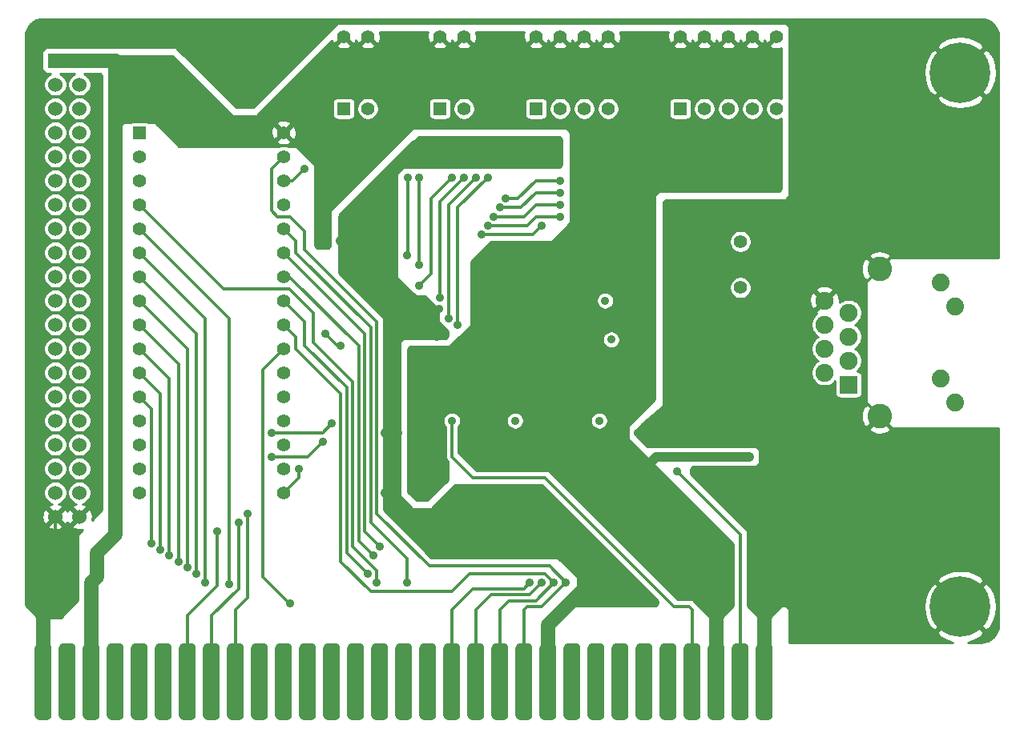
<source format=gbl>
%TF.GenerationSoftware,KiCad,Pcbnew,(5.1.8)-1*%
%TF.CreationDate,2021-04-30T16:31:18-07:00*%
%TF.ProjectId,ISA8_Ethernet,49534138-5f45-4746-9865-726e65742e6b,1.0*%
%TF.SameCoordinates,Original*%
%TF.FileFunction,Copper,L2,Bot*%
%TF.FilePolarity,Positive*%
%FSLAX46Y46*%
G04 Gerber Fmt 4.6, Leading zero omitted, Abs format (unit mm)*
G04 Created by KiCad (PCBNEW (5.1.8)-1) date 2021-04-30 16:31:18*
%MOMM*%
%LPD*%
G01*
G04 APERTURE LIST*
%TA.AperFunction,ComponentPad*%
%ADD10C,1.524000*%
%TD*%
%TA.AperFunction,ComponentPad*%
%ADD11R,1.524000X1.524000*%
%TD*%
%TA.AperFunction,ComponentPad*%
%ADD12C,1.397000*%
%TD*%
%TA.AperFunction,ComponentPad*%
%ADD13R,1.397000X1.397000*%
%TD*%
%TA.AperFunction,ComponentPad*%
%ADD14C,6.400000*%
%TD*%
%TA.AperFunction,ComponentPad*%
%ADD15C,0.800000*%
%TD*%
%TA.AperFunction,ComponentPad*%
%ADD16R,1.900000X1.900000*%
%TD*%
%TA.AperFunction,ComponentPad*%
%ADD17C,1.900000*%
%TD*%
%TA.AperFunction,ComponentPad*%
%ADD18C,1.890000*%
%TD*%
%TA.AperFunction,ComponentPad*%
%ADD19C,2.600000*%
%TD*%
%TA.AperFunction,ViaPad*%
%ADD20C,0.889000*%
%TD*%
%TA.AperFunction,Conductor*%
%ADD21C,0.368300*%
%TD*%
%TA.AperFunction,Conductor*%
%ADD22C,1.524000*%
%TD*%
%TA.AperFunction,Conductor*%
%ADD23C,1.016000*%
%TD*%
%TA.AperFunction,Conductor*%
%ADD24C,0.762000*%
%TD*%
%TA.AperFunction,Conductor*%
%ADD25C,0.254000*%
%TD*%
%TA.AperFunction,Conductor*%
%ADD26C,0.150000*%
%TD*%
G04 APERTURE END LIST*
D10*
%TO.P,J2,40*%
%TO.N,GND*%
X107950000Y-113030000D03*
%TO.P,J2,39*%
X105410000Y-113030000D03*
%TO.P,J2,38*%
%TO.N,/BD3*%
X107950000Y-110490000D03*
%TO.P,J2,37*%
%TO.N,/BD2*%
X105410000Y-110490000D03*
%TO.P,J2,36*%
%TO.N,/BD4*%
X107950000Y-107950000D03*
%TO.P,J2,35*%
%TO.N,/BD1*%
X105410000Y-107950000D03*
%TO.P,J2,34*%
%TO.N,/BD5*%
X107950000Y-105410000D03*
%TO.P,J2,33*%
%TO.N,/BD0*%
X105410000Y-105410000D03*
%TO.P,J2,32*%
%TO.N,/BD6*%
X107950000Y-102870000D03*
%TO.P,J2,31*%
%TO.N,/A0*%
X105410000Y-102870000D03*
%TO.P,J2,29*%
%TO.N,/A1*%
X105410000Y-100330000D03*
%TO.P,J2,30*%
%TO.N,/BD7*%
X107950000Y-100330000D03*
%TO.P,J2,27*%
%TO.N,/A2*%
X105410000Y-97790000D03*
%TO.P,J2,28*%
%TO.N,/~BCS*%
X107950000Y-97790000D03*
%TO.P,J2,26*%
%TO.N,/A10*%
X107950000Y-95250000D03*
%TO.P,J2,25*%
%TO.N,/A3*%
X105410000Y-95250000D03*
%TO.P,J2,24*%
%TO.N,/~SMEMR*%
X107950000Y-92710000D03*
%TO.P,J2,23*%
%TO.N,/A4*%
X105410000Y-92710000D03*
%TO.P,J2,22*%
%TO.N,/A11*%
X107950000Y-90170000D03*
%TO.P,J2,21*%
%TO.N,/A5*%
X105410000Y-90170000D03*
%TO.P,J2,20*%
%TO.N,/A9*%
X107950000Y-87630000D03*
%TO.P,J2,19*%
%TO.N,/A6*%
X105410000Y-87630000D03*
%TO.P,J2,18*%
%TO.N,/A8*%
X107950000Y-85090000D03*
%TO.P,J2,17*%
%TO.N,/A7*%
X105410000Y-85090000D03*
%TO.P,J2,16*%
%TO.N,/A13*%
X107950000Y-82550000D03*
%TO.P,J2,15*%
%TO.N,/A12*%
X105410000Y-82550000D03*
%TO.P,J2,14*%
%TO.N,/BA14*%
X107950000Y-80010000D03*
%TO.P,J2,13*%
%TO.N,/BA15*%
X105410000Y-80010000D03*
%TO.P,J2,12*%
%TO.N,/BA17*%
X107950000Y-77470000D03*
%TO.P,J2,11*%
%TO.N,/BA16*%
X105410000Y-77470000D03*
%TO.P,J2,10*%
%TO.N,/~SMEMW*%
X107950000Y-74930000D03*
%TO.P,J2,9*%
%TO.N,/BA18*%
X105410000Y-74930000D03*
%TO.P,J2,8*%
%TO.N,/BA19*%
X107950000Y-72390000D03*
%TO.P,J2,7*%
%TO.N,Net-(J2-Pad7)*%
X105410000Y-72390000D03*
%TO.P,J2,6*%
%TO.N,/BA20*%
X107950000Y-69850000D03*
%TO.P,J2,5*%
%TO.N,Net-(J2-Pad5)*%
X105410000Y-69850000D03*
%TO.P,J2,4*%
%TO.N,/BA21*%
X107950000Y-67310000D03*
%TO.P,J2,3*%
%TO.N,Net-(J2-Pad3)*%
X105410000Y-67310000D03*
%TO.P,J2,2*%
%TO.N,VCC*%
X107950000Y-64770000D03*
D11*
%TO.P,J2,1*%
X105410000Y-64770000D03*
%TD*%
%TO.P,BUS1,1*%
%TO.N,GND*%
%TA.AperFunction,ConnectorPad*%
G36*
G01*
X179451000Y-134112000D02*
X179451000Y-126873000D01*
G75*
G02*
X179895500Y-126428500I444500J0D01*
G01*
X180784500Y-126428500D01*
G75*
G02*
X181229000Y-126873000I0J-444500D01*
G01*
X181229000Y-134112000D01*
G75*
G02*
X180784500Y-134556500I-444500J0D01*
G01*
X179895500Y-134556500D01*
G75*
G02*
X179451000Y-134112000I0J444500D01*
G01*
G37*
%TD.AperFunction*%
%TO.P,BUS1,2*%
%TO.N,/RSTDRV*%
%TA.AperFunction,ConnectorPad*%
G36*
G01*
X176911000Y-134112000D02*
X176911000Y-126873000D01*
G75*
G02*
X177355500Y-126428500I444500J0D01*
G01*
X178244500Y-126428500D01*
G75*
G02*
X178689000Y-126873000I0J-444500D01*
G01*
X178689000Y-134112000D01*
G75*
G02*
X178244500Y-134556500I-444500J0D01*
G01*
X177355500Y-134556500D01*
G75*
G02*
X176911000Y-134112000I0J444500D01*
G01*
G37*
%TD.AperFunction*%
%TO.P,BUS1,3*%
%TO.N,VCC*%
%TA.AperFunction,ConnectorPad*%
G36*
G01*
X174371000Y-134112000D02*
X174371000Y-126873000D01*
G75*
G02*
X174815500Y-126428500I444500J0D01*
G01*
X175704500Y-126428500D01*
G75*
G02*
X176149000Y-126873000I0J-444500D01*
G01*
X176149000Y-134112000D01*
G75*
G02*
X175704500Y-134556500I-444500J0D01*
G01*
X174815500Y-134556500D01*
G75*
G02*
X174371000Y-134112000I0J444500D01*
G01*
G37*
%TD.AperFunction*%
%TO.P,BUS1,4*%
%TO.N,/IRQ9*%
%TA.AperFunction,ConnectorPad*%
G36*
G01*
X171831000Y-134112000D02*
X171831000Y-126873000D01*
G75*
G02*
X172275500Y-126428500I444500J0D01*
G01*
X173164500Y-126428500D01*
G75*
G02*
X173609000Y-126873000I0J-444500D01*
G01*
X173609000Y-134112000D01*
G75*
G02*
X173164500Y-134556500I-444500J0D01*
G01*
X172275500Y-134556500D01*
G75*
G02*
X171831000Y-134112000I0J444500D01*
G01*
G37*
%TD.AperFunction*%
%TO.P,BUS1,5*%
%TO.N,Net-(BUS1-Pad5)*%
%TA.AperFunction,ConnectorPad*%
G36*
G01*
X169291000Y-134112000D02*
X169291000Y-126873000D01*
G75*
G02*
X169735500Y-126428500I444500J0D01*
G01*
X170624500Y-126428500D01*
G75*
G02*
X171069000Y-126873000I0J-444500D01*
G01*
X171069000Y-134112000D01*
G75*
G02*
X170624500Y-134556500I-444500J0D01*
G01*
X169735500Y-134556500D01*
G75*
G02*
X169291000Y-134112000I0J444500D01*
G01*
G37*
%TD.AperFunction*%
%TO.P,BUS1,6*%
%TO.N,Net-(BUS1-Pad6)*%
%TA.AperFunction,ConnectorPad*%
G36*
G01*
X166751000Y-134112000D02*
X166751000Y-126873000D01*
G75*
G02*
X167195500Y-126428500I444500J0D01*
G01*
X168084500Y-126428500D01*
G75*
G02*
X168529000Y-126873000I0J-444500D01*
G01*
X168529000Y-134112000D01*
G75*
G02*
X168084500Y-134556500I-444500J0D01*
G01*
X167195500Y-134556500D01*
G75*
G02*
X166751000Y-134112000I0J444500D01*
G01*
G37*
%TD.AperFunction*%
%TO.P,BUS1,7*%
%TO.N,Net-(BUS1-Pad7)*%
%TA.AperFunction,ConnectorPad*%
G36*
G01*
X164211000Y-134112000D02*
X164211000Y-126873000D01*
G75*
G02*
X164655500Y-126428500I444500J0D01*
G01*
X165544500Y-126428500D01*
G75*
G02*
X165989000Y-126873000I0J-444500D01*
G01*
X165989000Y-134112000D01*
G75*
G02*
X165544500Y-134556500I-444500J0D01*
G01*
X164655500Y-134556500D01*
G75*
G02*
X164211000Y-134112000I0J444500D01*
G01*
G37*
%TD.AperFunction*%
%TO.P,BUS1,8*%
%TO.N,Net-(BUS1-Pad8)*%
%TA.AperFunction,ConnectorPad*%
G36*
G01*
X161671000Y-134112000D02*
X161671000Y-126873000D01*
G75*
G02*
X162115500Y-126428500I444500J0D01*
G01*
X163004500Y-126428500D01*
G75*
G02*
X163449000Y-126873000I0J-444500D01*
G01*
X163449000Y-134112000D01*
G75*
G02*
X163004500Y-134556500I-444500J0D01*
G01*
X162115500Y-134556500D01*
G75*
G02*
X161671000Y-134112000I0J444500D01*
G01*
G37*
%TD.AperFunction*%
%TO.P,BUS1,9*%
%TO.N,Net-(BUS1-Pad9)*%
%TA.AperFunction,ConnectorPad*%
G36*
G01*
X159131000Y-134112000D02*
X159131000Y-126873000D01*
G75*
G02*
X159575500Y-126428500I444500J0D01*
G01*
X160464500Y-126428500D01*
G75*
G02*
X160909000Y-126873000I0J-444500D01*
G01*
X160909000Y-134112000D01*
G75*
G02*
X160464500Y-134556500I-444500J0D01*
G01*
X159575500Y-134556500D01*
G75*
G02*
X159131000Y-134112000I0J444500D01*
G01*
G37*
%TD.AperFunction*%
%TO.P,BUS1,10*%
%TO.N,GND*%
%TA.AperFunction,ConnectorPad*%
G36*
G01*
X156591000Y-134112000D02*
X156591000Y-126873000D01*
G75*
G02*
X157035500Y-126428500I444500J0D01*
G01*
X157924500Y-126428500D01*
G75*
G02*
X158369000Y-126873000I0J-444500D01*
G01*
X158369000Y-134112000D01*
G75*
G02*
X157924500Y-134556500I-444500J0D01*
G01*
X157035500Y-134556500D01*
G75*
G02*
X156591000Y-134112000I0J444500D01*
G01*
G37*
%TD.AperFunction*%
%TO.P,BUS1,11*%
%TO.N,/~SMEMW*%
%TA.AperFunction,ConnectorPad*%
G36*
G01*
X154051000Y-134112000D02*
X154051000Y-126873000D01*
G75*
G02*
X154495500Y-126428500I444500J0D01*
G01*
X155384500Y-126428500D01*
G75*
G02*
X155829000Y-126873000I0J-444500D01*
G01*
X155829000Y-134112000D01*
G75*
G02*
X155384500Y-134556500I-444500J0D01*
G01*
X154495500Y-134556500D01*
G75*
G02*
X154051000Y-134112000I0J444500D01*
G01*
G37*
%TD.AperFunction*%
%TO.P,BUS1,12*%
%TO.N,/~SMEMR*%
%TA.AperFunction,ConnectorPad*%
G36*
G01*
X151511000Y-134112000D02*
X151511000Y-126873000D01*
G75*
G02*
X151955500Y-126428500I444500J0D01*
G01*
X152844500Y-126428500D01*
G75*
G02*
X153289000Y-126873000I0J-444500D01*
G01*
X153289000Y-134112000D01*
G75*
G02*
X152844500Y-134556500I-444500J0D01*
G01*
X151955500Y-134556500D01*
G75*
G02*
X151511000Y-134112000I0J444500D01*
G01*
G37*
%TD.AperFunction*%
%TO.P,BUS1,13*%
%TO.N,/~IOW*%
%TA.AperFunction,ConnectorPad*%
G36*
G01*
X148971000Y-134112000D02*
X148971000Y-126873000D01*
G75*
G02*
X149415500Y-126428500I444500J0D01*
G01*
X150304500Y-126428500D01*
G75*
G02*
X150749000Y-126873000I0J-444500D01*
G01*
X150749000Y-134112000D01*
G75*
G02*
X150304500Y-134556500I-444500J0D01*
G01*
X149415500Y-134556500D01*
G75*
G02*
X148971000Y-134112000I0J444500D01*
G01*
G37*
%TD.AperFunction*%
%TO.P,BUS1,14*%
%TO.N,/~IOR*%
%TA.AperFunction,ConnectorPad*%
G36*
G01*
X146431000Y-134112000D02*
X146431000Y-126873000D01*
G75*
G02*
X146875500Y-126428500I444500J0D01*
G01*
X147764500Y-126428500D01*
G75*
G02*
X148209000Y-126873000I0J-444500D01*
G01*
X148209000Y-134112000D01*
G75*
G02*
X147764500Y-134556500I-444500J0D01*
G01*
X146875500Y-134556500D01*
G75*
G02*
X146431000Y-134112000I0J444500D01*
G01*
G37*
%TD.AperFunction*%
%TO.P,BUS1,15*%
%TO.N,Net-(BUS1-Pad15)*%
%TA.AperFunction,ConnectorPad*%
G36*
G01*
X143891000Y-134112000D02*
X143891000Y-126873000D01*
G75*
G02*
X144335500Y-126428500I444500J0D01*
G01*
X145224500Y-126428500D01*
G75*
G02*
X145669000Y-126873000I0J-444500D01*
G01*
X145669000Y-134112000D01*
G75*
G02*
X145224500Y-134556500I-444500J0D01*
G01*
X144335500Y-134556500D01*
G75*
G02*
X143891000Y-134112000I0J444500D01*
G01*
G37*
%TD.AperFunction*%
%TO.P,BUS1,16*%
%TO.N,Net-(BUS1-Pad16)*%
%TA.AperFunction,ConnectorPad*%
G36*
G01*
X141351000Y-134112000D02*
X141351000Y-126873000D01*
G75*
G02*
X141795500Y-126428500I444500J0D01*
G01*
X142684500Y-126428500D01*
G75*
G02*
X143129000Y-126873000I0J-444500D01*
G01*
X143129000Y-134112000D01*
G75*
G02*
X142684500Y-134556500I-444500J0D01*
G01*
X141795500Y-134556500D01*
G75*
G02*
X141351000Y-134112000I0J444500D01*
G01*
G37*
%TD.AperFunction*%
%TO.P,BUS1,17*%
%TO.N,Net-(BUS1-Pad17)*%
%TA.AperFunction,ConnectorPad*%
G36*
G01*
X138811000Y-134112000D02*
X138811000Y-126873000D01*
G75*
G02*
X139255500Y-126428500I444500J0D01*
G01*
X140144500Y-126428500D01*
G75*
G02*
X140589000Y-126873000I0J-444500D01*
G01*
X140589000Y-134112000D01*
G75*
G02*
X140144500Y-134556500I-444500J0D01*
G01*
X139255500Y-134556500D01*
G75*
G02*
X138811000Y-134112000I0J444500D01*
G01*
G37*
%TD.AperFunction*%
%TO.P,BUS1,18*%
%TO.N,Net-(BUS1-Pad18)*%
%TA.AperFunction,ConnectorPad*%
G36*
G01*
X136271000Y-134112000D02*
X136271000Y-126873000D01*
G75*
G02*
X136715500Y-126428500I444500J0D01*
G01*
X137604500Y-126428500D01*
G75*
G02*
X138049000Y-126873000I0J-444500D01*
G01*
X138049000Y-134112000D01*
G75*
G02*
X137604500Y-134556500I-444500J0D01*
G01*
X136715500Y-134556500D01*
G75*
G02*
X136271000Y-134112000I0J444500D01*
G01*
G37*
%TD.AperFunction*%
%TO.P,BUS1,19*%
%TO.N,Net-(BUS1-Pad19)*%
%TA.AperFunction,ConnectorPad*%
G36*
G01*
X133731000Y-134112000D02*
X133731000Y-126873000D01*
G75*
G02*
X134175500Y-126428500I444500J0D01*
G01*
X135064500Y-126428500D01*
G75*
G02*
X135509000Y-126873000I0J-444500D01*
G01*
X135509000Y-134112000D01*
G75*
G02*
X135064500Y-134556500I-444500J0D01*
G01*
X134175500Y-134556500D01*
G75*
G02*
X133731000Y-134112000I0J444500D01*
G01*
G37*
%TD.AperFunction*%
%TO.P,BUS1,20*%
%TO.N,Net-(BUS1-Pad20)*%
%TA.AperFunction,ConnectorPad*%
G36*
G01*
X131191000Y-134112000D02*
X131191000Y-126873000D01*
G75*
G02*
X131635500Y-126428500I444500J0D01*
G01*
X132524500Y-126428500D01*
G75*
G02*
X132969000Y-126873000I0J-444500D01*
G01*
X132969000Y-134112000D01*
G75*
G02*
X132524500Y-134556500I-444500J0D01*
G01*
X131635500Y-134556500D01*
G75*
G02*
X131191000Y-134112000I0J444500D01*
G01*
G37*
%TD.AperFunction*%
%TO.P,BUS1,21*%
%TO.N,Net-(BUS1-Pad21)*%
%TA.AperFunction,ConnectorPad*%
G36*
G01*
X128651000Y-134112000D02*
X128651000Y-126873000D01*
G75*
G02*
X129095500Y-126428500I444500J0D01*
G01*
X129984500Y-126428500D01*
G75*
G02*
X130429000Y-126873000I0J-444500D01*
G01*
X130429000Y-134112000D01*
G75*
G02*
X129984500Y-134556500I-444500J0D01*
G01*
X129095500Y-134556500D01*
G75*
G02*
X128651000Y-134112000I0J444500D01*
G01*
G37*
%TD.AperFunction*%
%TO.P,BUS1,22*%
%TO.N,Net-(BUS1-Pad22)*%
%TA.AperFunction,ConnectorPad*%
G36*
G01*
X126111000Y-134112000D02*
X126111000Y-126873000D01*
G75*
G02*
X126555500Y-126428500I444500J0D01*
G01*
X127444500Y-126428500D01*
G75*
G02*
X127889000Y-126873000I0J-444500D01*
G01*
X127889000Y-134112000D01*
G75*
G02*
X127444500Y-134556500I-444500J0D01*
G01*
X126555500Y-134556500D01*
G75*
G02*
X126111000Y-134112000I0J444500D01*
G01*
G37*
%TD.AperFunction*%
%TO.P,BUS1,23*%
%TO.N,/IRQ5*%
%TA.AperFunction,ConnectorPad*%
G36*
G01*
X123571000Y-134112000D02*
X123571000Y-126873000D01*
G75*
G02*
X124015500Y-126428500I444500J0D01*
G01*
X124904500Y-126428500D01*
G75*
G02*
X125349000Y-126873000I0J-444500D01*
G01*
X125349000Y-134112000D01*
G75*
G02*
X124904500Y-134556500I-444500J0D01*
G01*
X124015500Y-134556500D01*
G75*
G02*
X123571000Y-134112000I0J444500D01*
G01*
G37*
%TD.AperFunction*%
%TO.P,BUS1,24*%
%TO.N,/IRQ4*%
%TA.AperFunction,ConnectorPad*%
G36*
G01*
X121031000Y-134112000D02*
X121031000Y-126873000D01*
G75*
G02*
X121475500Y-126428500I444500J0D01*
G01*
X122364500Y-126428500D01*
G75*
G02*
X122809000Y-126873000I0J-444500D01*
G01*
X122809000Y-134112000D01*
G75*
G02*
X122364500Y-134556500I-444500J0D01*
G01*
X121475500Y-134556500D01*
G75*
G02*
X121031000Y-134112000I0J444500D01*
G01*
G37*
%TD.AperFunction*%
%TO.P,BUS1,25*%
%TO.N,/IRQ3*%
%TA.AperFunction,ConnectorPad*%
G36*
G01*
X118491000Y-134112000D02*
X118491000Y-126873000D01*
G75*
G02*
X118935500Y-126428500I444500J0D01*
G01*
X119824500Y-126428500D01*
G75*
G02*
X120269000Y-126873000I0J-444500D01*
G01*
X120269000Y-134112000D01*
G75*
G02*
X119824500Y-134556500I-444500J0D01*
G01*
X118935500Y-134556500D01*
G75*
G02*
X118491000Y-134112000I0J444500D01*
G01*
G37*
%TD.AperFunction*%
%TO.P,BUS1,26*%
%TO.N,Net-(BUS1-Pad26)*%
%TA.AperFunction,ConnectorPad*%
G36*
G01*
X115951000Y-134112000D02*
X115951000Y-126873000D01*
G75*
G02*
X116395500Y-126428500I444500J0D01*
G01*
X117284500Y-126428500D01*
G75*
G02*
X117729000Y-126873000I0J-444500D01*
G01*
X117729000Y-134112000D01*
G75*
G02*
X117284500Y-134556500I-444500J0D01*
G01*
X116395500Y-134556500D01*
G75*
G02*
X115951000Y-134112000I0J444500D01*
G01*
G37*
%TD.AperFunction*%
%TO.P,BUS1,27*%
%TO.N,Net-(BUS1-Pad27)*%
%TA.AperFunction,ConnectorPad*%
G36*
G01*
X113411000Y-134112000D02*
X113411000Y-126873000D01*
G75*
G02*
X113855500Y-126428500I444500J0D01*
G01*
X114744500Y-126428500D01*
G75*
G02*
X115189000Y-126873000I0J-444500D01*
G01*
X115189000Y-134112000D01*
G75*
G02*
X114744500Y-134556500I-444500J0D01*
G01*
X113855500Y-134556500D01*
G75*
G02*
X113411000Y-134112000I0J444500D01*
G01*
G37*
%TD.AperFunction*%
%TO.P,BUS1,28*%
%TO.N,Net-(BUS1-Pad28)*%
%TA.AperFunction,ConnectorPad*%
G36*
G01*
X110871000Y-134112000D02*
X110871000Y-126873000D01*
G75*
G02*
X111315500Y-126428500I444500J0D01*
G01*
X112204500Y-126428500D01*
G75*
G02*
X112649000Y-126873000I0J-444500D01*
G01*
X112649000Y-134112000D01*
G75*
G02*
X112204500Y-134556500I-444500J0D01*
G01*
X111315500Y-134556500D01*
G75*
G02*
X110871000Y-134112000I0J444500D01*
G01*
G37*
%TD.AperFunction*%
%TO.P,BUS1,29*%
%TO.N,VCC*%
%TA.AperFunction,ConnectorPad*%
G36*
G01*
X108331000Y-134112000D02*
X108331000Y-126873000D01*
G75*
G02*
X108775500Y-126428500I444500J0D01*
G01*
X109664500Y-126428500D01*
G75*
G02*
X110109000Y-126873000I0J-444500D01*
G01*
X110109000Y-134112000D01*
G75*
G02*
X109664500Y-134556500I-444500J0D01*
G01*
X108775500Y-134556500D01*
G75*
G02*
X108331000Y-134112000I0J444500D01*
G01*
G37*
%TD.AperFunction*%
%TO.P,BUS1,30*%
%TO.N,Net-(BUS1-Pad30)*%
%TA.AperFunction,ConnectorPad*%
G36*
G01*
X105791000Y-134112000D02*
X105791000Y-126873000D01*
G75*
G02*
X106235500Y-126428500I444500J0D01*
G01*
X107124500Y-126428500D01*
G75*
G02*
X107569000Y-126873000I0J-444500D01*
G01*
X107569000Y-134112000D01*
G75*
G02*
X107124500Y-134556500I-444500J0D01*
G01*
X106235500Y-134556500D01*
G75*
G02*
X105791000Y-134112000I0J444500D01*
G01*
G37*
%TD.AperFunction*%
%TO.P,BUS1,31*%
%TO.N,GND*%
%TA.AperFunction,ConnectorPad*%
G36*
G01*
X103251000Y-134112000D02*
X103251000Y-126873000D01*
G75*
G02*
X103695500Y-126428500I444500J0D01*
G01*
X104584500Y-126428500D01*
G75*
G02*
X105029000Y-126873000I0J-444500D01*
G01*
X105029000Y-134112000D01*
G75*
G02*
X104584500Y-134556500I-444500J0D01*
G01*
X103695500Y-134556500D01*
G75*
G02*
X103251000Y-134112000I0J444500D01*
G01*
G37*
%TD.AperFunction*%
%TD*%
D12*
%TO.P,SW4,10*%
%TO.N,VCC*%
X171450000Y-62230000D03*
%TO.P,SW4,9*%
X173990000Y-62230000D03*
%TO.P,SW4,8*%
X176530000Y-62230000D03*
%TO.P,SW4,7*%
X179070000Y-62230000D03*
%TO.P,SW4,6*%
X181610000Y-62230000D03*
%TO.P,SW4,5*%
%TO.N,Net-(RN4-Pad7)*%
X181610000Y-69850000D03*
%TO.P,SW4,4*%
%TO.N,Net-(RN3-Pad5)*%
X179070000Y-69850000D03*
%TO.P,SW4,3*%
%TO.N,Net-(RN3-Pad6)*%
X176530000Y-69850000D03*
%TO.P,SW4,2*%
%TO.N,Net-(RN3-Pad7)*%
X173990000Y-69850000D03*
D13*
%TO.P,SW4,1*%
%TO.N,Net-(RN3-Pad8)*%
X171450000Y-69850000D03*
%TD*%
D12*
%TO.P,SW3,8*%
%TO.N,VCC*%
X156210000Y-62230000D03*
%TO.P,SW3,7*%
X158750000Y-62230000D03*
%TO.P,SW3,6*%
X161290000Y-62230000D03*
%TO.P,SW3,5*%
X163830000Y-62230000D03*
%TO.P,SW3,4*%
%TO.N,Net-(RN2-Pad5)*%
X163830000Y-69850000D03*
%TO.P,SW3,3*%
%TO.N,Net-(RN2-Pad6)*%
X161290000Y-69850000D03*
%TO.P,SW3,2*%
%TO.N,Net-(RN2-Pad7)*%
X158750000Y-69850000D03*
D13*
%TO.P,SW3,1*%
%TO.N,Net-(RN2-Pad8)*%
X156210000Y-69850000D03*
%TD*%
D12*
%TO.P,SW2,4*%
%TO.N,VCC*%
X146050000Y-62230000D03*
%TO.P,SW2,3*%
X148590000Y-62230000D03*
%TO.P,SW2,2*%
%TO.N,Net-(RN1-Pad5)*%
X148590000Y-69850000D03*
D13*
%TO.P,SW2,1*%
%TO.N,Net-(RN1-Pad6)*%
X146050000Y-69850000D03*
%TD*%
D12*
%TO.P,SW1,4*%
%TO.N,VCC*%
X135890000Y-62230000D03*
%TO.P,SW1,3*%
X138430000Y-62230000D03*
%TO.P,SW1,2*%
%TO.N,Net-(RN1-Pad7)*%
X138430000Y-69850000D03*
D13*
%TO.P,SW1,1*%
%TO.N,Net-(RN1-Pad8)*%
X135890000Y-69850000D03*
%TD*%
D12*
%TO.P,Y1,2*%
%TO.N,Net-(C2-Pad2)*%
X177800000Y-83919060D03*
%TO.P,Y1,1*%
%TO.N,Net-(C1-Pad2)*%
X177800000Y-88800940D03*
%TD*%
D13*
%TO.P,U2,1*%
%TO.N,/BA18*%
X114300000Y-72390000D03*
D12*
%TO.P,U2,2*%
%TO.N,/BA16*%
X114300000Y-74930000D03*
%TO.P,U2,3*%
%TO.N,/BA15*%
X114300000Y-77470000D03*
%TO.P,U2,4*%
%TO.N,/A12*%
X114300000Y-80010000D03*
%TO.P,U2,5*%
%TO.N,/A7*%
X114300000Y-82550000D03*
%TO.P,U2,6*%
%TO.N,/A6*%
X114300000Y-85090000D03*
%TO.P,U2,7*%
%TO.N,/A5*%
X114300000Y-87630000D03*
%TO.P,U2,8*%
%TO.N,/A4*%
X114300000Y-90170000D03*
%TO.P,U2,9*%
%TO.N,/A3*%
X114300000Y-92710000D03*
%TO.P,U2,10*%
%TO.N,/A2*%
X114300000Y-95250000D03*
%TO.P,U2,11*%
%TO.N,/A1*%
X114300000Y-97790000D03*
%TO.P,U2,12*%
%TO.N,/A0*%
X114300000Y-100330000D03*
%TO.P,U2,13*%
%TO.N,/BD0*%
X114300000Y-102870000D03*
%TO.P,U2,14*%
%TO.N,/BD1*%
X114300000Y-105410000D03*
%TO.P,U2,15*%
%TO.N,/BD2*%
X114300000Y-107950000D03*
%TO.P,U2,16*%
%TO.N,GND*%
X114300000Y-110490000D03*
%TO.P,U2,17*%
%TO.N,/BD3*%
X129540000Y-110490000D03*
%TO.P,U2,18*%
%TO.N,/BD4*%
X129540000Y-107950000D03*
%TO.P,U2,19*%
%TO.N,/BD5*%
X129540000Y-105410000D03*
%TO.P,U2,20*%
%TO.N,/BD6*%
X129540000Y-102870000D03*
%TO.P,U2,21*%
%TO.N,/BD7*%
X129540000Y-100330000D03*
%TO.P,U2,22*%
%TO.N,/~BCS*%
X129540000Y-97790000D03*
%TO.P,U2,23*%
%TO.N,/A10*%
X129540000Y-95250000D03*
%TO.P,U2,24*%
%TO.N,/~SMEMR*%
X129540000Y-92710000D03*
%TO.P,U2,25*%
%TO.N,/A11*%
X129540000Y-90170000D03*
%TO.P,U2,26*%
%TO.N,/A9*%
X129540000Y-87630000D03*
%TO.P,U2,27*%
%TO.N,/A8*%
X129540000Y-85090000D03*
%TO.P,U2,28*%
%TO.N,/A13*%
X129540000Y-82550000D03*
%TO.P,U2,29*%
%TO.N,/BA14*%
X129540000Y-80010000D03*
%TO.P,U2,30*%
%TO.N,/BA17*%
X129540000Y-77470000D03*
%TO.P,U2,31*%
%TO.N,/~SMEMW*%
X129540000Y-74930000D03*
%TO.P,U2,32*%
%TO.N,VCC*%
X129540000Y-72390000D03*
%TD*%
D14*
%TO.P,HOLE1,1*%
%TO.N,GND*%
X201041000Y-66040000D03*
D15*
X203441000Y-66040000D03*
X202738056Y-67737056D03*
X201041000Y-68440000D03*
X199343944Y-67737056D03*
X198641000Y-66040000D03*
X199343944Y-64342944D03*
X201041000Y-63640000D03*
X202738056Y-64342944D03*
%TD*%
%TO.P,HOLE2,1*%
%TO.N,GND*%
X202738056Y-120857944D03*
X201041000Y-120155000D03*
X199343944Y-120857944D03*
X198641000Y-122555000D03*
X199343944Y-124252056D03*
X201041000Y-124955000D03*
X202738056Y-124252056D03*
X203441000Y-122555000D03*
D14*
X201041000Y-122555000D03*
%TD*%
D16*
%TO.P,J1,R1*%
%TO.N,/TP_TX+*%
X189230000Y-99060000D03*
D17*
%TO.P,J1,R2*%
%TO.N,/TP_TX-*%
X186690000Y-97790000D03*
%TO.P,J1,R3*%
%TO.N,/TP_RX+*%
X189230000Y-96520000D03*
%TO.P,J1,R4*%
%TO.N,Net-(C3-Pad1)*%
X186690000Y-95250000D03*
%TO.P,J1,R5*%
%TO.N,Net-(C4-Pad1)*%
X189230000Y-93980000D03*
%TO.P,J1,R6*%
%TO.N,/TP_RX-*%
X186690000Y-92710000D03*
%TO.P,J1,R7*%
%TO.N,Net-(J1-PadR7)*%
X189230000Y-91440000D03*
%TO.P,J1,R8*%
%TO.N,GND*%
X186690000Y-90170000D03*
D18*
%TO.P,J1,L1*%
%TO.N,VCC*%
X198950000Y-88290000D03*
%TO.P,J1,L2*%
%TO.N,Net-(J1-PadL2)*%
X200470000Y-90830000D03*
%TO.P,J1,L3*%
%TO.N,Net-(J1-PadL3)*%
X198950000Y-98400000D03*
%TO.P,J1,L4*%
%TO.N,VCC*%
X200470000Y-100940000D03*
D19*
%TO.P,J1,13*%
%TO.N,GND*%
X192520000Y-102390000D03*
X192520000Y-86840000D03*
%TD*%
D20*
%TO.N,/A0*%
X115570000Y-115887500D03*
%TO.N,/A1*%
X116522500Y-116522500D03*
%TO.N,/A10*%
X130200387Y-122212101D03*
%TO.N,/A11*%
X138430000Y-119062500D03*
%TO.N,/A12*%
X139382500Y-120015000D03*
%TO.N,/A13*%
X142557500Y-120015000D03*
%TO.N,/A2*%
X117475000Y-117157500D03*
%TO.N,/A3*%
X118427500Y-117792500D03*
%TO.N,/A4*%
X119380000Y-118427500D03*
%TO.N,/A5*%
X120332500Y-119062500D03*
%TO.N,/A6*%
X121285000Y-120015000D03*
%TO.N,/A7*%
X123825000Y-120208660D03*
%TO.N,/A8*%
X139700000Y-116205000D03*
%TO.N,/A9*%
X139065000Y-117157500D03*
%TO.N,/~IOR*%
X155575000Y-120015000D03*
%TO.N,/~IOW*%
X156845000Y-120014996D03*
%TO.N,GND*%
X153987500Y-102870000D03*
X162877500Y-102870000D03*
X164147500Y-94297500D03*
X163512500Y-90170000D03*
X145732500Y-93980000D03*
X193040000Y-82550000D03*
X181927500Y-90487500D03*
X173672500Y-81279998D03*
X173672500Y-91439988D03*
X174307500Y-94615000D03*
X140335000Y-110490000D03*
X140335000Y-104140000D03*
X146000952Y-91073452D03*
X135572500Y-83820000D03*
X153669998Y-73977500D03*
X124777500Y-69215000D03*
X170180000Y-86360000D03*
X170180000Y-87630000D03*
X141605000Y-104140000D03*
X167005000Y-104140000D03*
X168275000Y-104140000D03*
X162242500Y-119380048D03*
X162242500Y-120650000D03*
X103505000Y-119062500D03*
X103505000Y-120332500D03*
X103505000Y-117792506D03*
%TO.N,VCC*%
X152082500Y-90170000D03*
X164147500Y-92392500D03*
X155892500Y-102870000D03*
X148907500Y-102870000D03*
X145732500Y-95567500D03*
X168275000Y-83820000D03*
X144145000Y-110490000D03*
X133667500Y-83820000D03*
X168275000Y-118110000D03*
X168275000Y-116840000D03*
X168275000Y-115570000D03*
X178752500Y-106680000D03*
X160020000Y-90170000D03*
X109855000Y-119380000D03*
X109855000Y-118109999D03*
X109855000Y-116840000D03*
%TO.N,/RSTDRV*%
X171132514Y-108267500D03*
%TO.N,/IRQ9*%
X147320000Y-102870000D03*
%TO.N,/~SMEMW*%
X159385000Y-120015001D03*
%TO.N,/~SMEMR*%
X158115000Y-120015000D03*
%TO.N,/IRQ5*%
X125730006Y-112712500D03*
%TO.N,/IRQ4*%
X124777500Y-113665000D03*
%TO.N,/IRQ3*%
X122555000Y-114617500D03*
%TO.N,/BA18*%
X151764998Y-81279998D03*
X158750000Y-80010000D03*
%TO.N,/BA17*%
X151130000Y-82232500D03*
X158750000Y-81280000D03*
X131762500Y-76200000D03*
%TO.N,/BA16*%
X150495003Y-83185003D03*
X156844989Y-82232489D03*
%TO.N,/BD6*%
X142627488Y-77175423D03*
X142557508Y-85407500D03*
%TO.N,/BD5*%
X133985000Y-93662500D03*
X135572500Y-94932500D03*
X143827500Y-77152500D03*
X143827500Y-86360000D03*
%TO.N,/BD3*%
X143827500Y-88582500D03*
X147320000Y-77152500D03*
X131127500Y-107950000D03*
%TO.N,/BD2*%
X146050000Y-89852494D03*
X148590000Y-77152500D03*
%TO.N,/BD1*%
X147002500Y-92075000D03*
X128270000Y-106680000D03*
X133667500Y-105092500D03*
X149860000Y-77152500D03*
%TO.N,/BD0*%
X147954999Y-92709999D03*
X128270000Y-104140000D03*
X134620000Y-103187502D03*
X151130000Y-77152500D03*
%TO.N,/BA19*%
X152400000Y-80327500D03*
X158750000Y-78740000D03*
%TO.N,/BA20*%
X153035000Y-79375000D03*
X158750000Y-77470000D03*
%TD*%
D21*
%TO.N,/A0*%
X115570000Y-101600000D02*
X115570000Y-115887500D01*
X114300000Y-100330000D02*
X115570000Y-101600000D01*
%TO.N,/A1*%
X116522500Y-100012500D02*
X116522500Y-116522500D01*
X114300000Y-97790000D02*
X116522500Y-100012500D01*
%TO.N,/A10*%
X127317500Y-97472500D02*
X129540000Y-95250000D01*
X127317500Y-119380000D02*
X127317500Y-97472500D01*
X130149601Y-122212101D02*
X127317500Y-119380000D01*
X130200387Y-122212101D02*
X130149601Y-122212101D01*
%TO.N,/A11*%
X136207500Y-116840000D02*
X138430000Y-119062500D01*
X136207500Y-99377500D02*
X136207500Y-116840000D01*
X131762500Y-94932500D02*
X136207500Y-99377500D01*
X131762500Y-92392500D02*
X131762500Y-94932500D01*
X129540000Y-90170000D02*
X131762500Y-92392500D01*
%TO.N,/A12*%
X139382500Y-118745000D02*
X139382500Y-120015000D01*
X136842500Y-116205000D02*
X139382500Y-118745000D01*
X136842500Y-98742500D02*
X136842500Y-116205000D01*
X132715000Y-94615000D02*
X136842500Y-98742500D01*
X132715000Y-91440000D02*
X132715000Y-94615000D01*
X123190000Y-88900000D02*
X130175000Y-88900000D01*
X130175000Y-88900000D02*
X132715000Y-91440000D01*
X114300000Y-80010000D02*
X123190000Y-88900000D01*
%TO.N,/A13*%
X142557500Y-117475000D02*
X142557500Y-120015000D01*
X138747500Y-113665000D02*
X142557500Y-117475000D01*
X138747500Y-93027500D02*
X138747500Y-113665000D01*
X130810000Y-85090000D02*
X138747500Y-93027500D01*
X130810000Y-83820000D02*
X130810000Y-85090000D01*
X129540000Y-82550000D02*
X130810000Y-83820000D01*
%TO.N,/A2*%
X114300000Y-95250000D02*
X117475000Y-98425000D01*
X117475000Y-98425000D02*
X117475000Y-117157500D01*
%TO.N,/A3*%
X114300000Y-92710000D02*
X118462401Y-96872401D01*
X118462401Y-96872401D02*
X118462401Y-117757599D01*
X118462401Y-117757599D02*
X118427500Y-117792500D01*
%TO.N,/A4*%
X119380000Y-95250000D02*
X119380000Y-118427500D01*
X114300000Y-90170000D02*
X119380000Y-95250000D01*
%TO.N,/A5*%
X120332500Y-93662500D02*
X114300000Y-87630000D01*
X120332500Y-119062500D02*
X120332500Y-93662500D01*
%TO.N,/A6*%
X121285000Y-92075000D02*
X114300000Y-85090000D01*
X121285000Y-120015000D02*
X121285000Y-92075000D01*
%TO.N,/A7*%
X114300000Y-82550000D02*
X123825000Y-92075000D01*
X123825000Y-92075000D02*
X123825000Y-120208660D01*
%TO.N,/A8*%
X130810000Y-86360000D02*
X129540000Y-85090000D01*
X138112500Y-93662500D02*
X130810000Y-86360000D01*
X138112500Y-114617500D02*
X138112500Y-93662500D01*
X139700000Y-116205000D02*
X138112500Y-114617500D01*
%TO.N,/A9*%
X130175000Y-87630000D02*
X129540000Y-87630000D01*
X137477500Y-94932500D02*
X130175000Y-87630000D01*
X137477500Y-115570000D02*
X137477500Y-94932500D01*
X139065000Y-117157500D02*
X137477500Y-115570000D01*
%TO.N,/~IOR*%
X147320001Y-122872499D02*
X147320001Y-130492501D01*
X149542500Y-120650000D02*
X147320001Y-122872499D01*
X154940000Y-120650000D02*
X149542500Y-120650000D01*
X155575000Y-120015000D02*
X154940000Y-120650000D01*
%TO.N,/~IOW*%
X149860001Y-122872499D02*
X149860001Y-130492501D01*
X151447500Y-121285000D02*
X149860001Y-122872499D01*
X155575000Y-121285000D02*
X151447500Y-121285000D01*
X156845000Y-120015000D02*
X155575000Y-121285000D01*
X156845000Y-120014996D02*
X156845000Y-120015000D01*
D22*
%TO.N,GND*%
X180340000Y-121920000D02*
X180340000Y-130492500D01*
D21*
X196913500Y-118427500D02*
X201041000Y-122555000D01*
X183832500Y-118427500D02*
X196913500Y-118427500D01*
X180340000Y-121920000D02*
X183832500Y-118427500D01*
X193040000Y-82550000D02*
X193992500Y-83502500D01*
X193992500Y-83502500D02*
X193992500Y-85407500D01*
X193952500Y-85407500D02*
X192520000Y-86840000D01*
X193992500Y-85407500D02*
X193952500Y-85407500D01*
X188595000Y-88265000D02*
X186690000Y-90170000D01*
X191095000Y-88265000D02*
X188595000Y-88265000D01*
X192520000Y-86840000D02*
X191095000Y-88265000D01*
X191095000Y-100965000D02*
X192520000Y-102390000D01*
X191095000Y-88265000D02*
X191095000Y-100965000D01*
X184785000Y-88265000D02*
X186690000Y-90170000D01*
X184150000Y-88265000D02*
X184785000Y-88265000D01*
X181927500Y-90487500D02*
X184150000Y-88265000D01*
X193992500Y-73088500D02*
X201041000Y-66040000D01*
X193992500Y-83502500D02*
X193992500Y-73088500D01*
X182245000Y-86360000D02*
X174625000Y-86360000D01*
X184150000Y-88265000D02*
X182245000Y-86360000D01*
X174625000Y-86360000D02*
X174625000Y-82232498D01*
X174625000Y-82232498D02*
X173672500Y-81279998D01*
X174625000Y-86360000D02*
X174625000Y-90487488D01*
X174625000Y-90487488D02*
X173672500Y-91439988D01*
X173672500Y-93980000D02*
X174307500Y-94615000D01*
X173672500Y-91439988D02*
X173672500Y-93980000D01*
D22*
X156527500Y-113982500D02*
X143827500Y-113982500D01*
X161290000Y-118745000D02*
X156527500Y-113982500D01*
X143827500Y-113982500D02*
X140970000Y-111125000D01*
X161290000Y-120650000D02*
X161290000Y-118745000D01*
X157480001Y-124459999D02*
X161290000Y-120650000D01*
X157480001Y-130492501D02*
X157480001Y-124459999D01*
D21*
X196913500Y-106783500D02*
X192520000Y-102390000D01*
X196913500Y-118427500D02*
X196913500Y-106783500D01*
X116840000Y-61277500D02*
X124777500Y-69215000D01*
X103822500Y-61277500D02*
X116840000Y-61277500D01*
X103822500Y-111442500D02*
X103822500Y-61277500D01*
X105410000Y-113030000D02*
X103822500Y-111442500D01*
X170180000Y-86360000D02*
X170180000Y-87630000D01*
D23*
X140335000Y-104140000D02*
X140970000Y-104140000D01*
X140970000Y-104140000D02*
X141605000Y-104140000D01*
X140335000Y-110490000D02*
X140652500Y-110490000D01*
D22*
X140970000Y-110172500D02*
X140970000Y-111125000D01*
D23*
X140652500Y-110490000D02*
X140970000Y-110172500D01*
D22*
X140970000Y-104140000D02*
X140970000Y-110172500D01*
X140970000Y-104140000D02*
X140970000Y-89217500D01*
X140970000Y-89217500D02*
X136048750Y-84296250D01*
D24*
X135572500Y-83820000D02*
X136048750Y-84296250D01*
D22*
X136048750Y-81438750D02*
X143510000Y-73977500D01*
X143510000Y-73977500D02*
X153669998Y-73977500D01*
D23*
X135890000Y-83820000D02*
X136048750Y-83661250D01*
X135572500Y-83820000D02*
X135890000Y-83820000D01*
D22*
X136048750Y-83661250D02*
X136048750Y-81438750D01*
X136048750Y-84296250D02*
X136048750Y-83661250D01*
D23*
X161290000Y-118745000D02*
X161925048Y-119380048D01*
X161925048Y-119380048D02*
X162242500Y-119380048D01*
X161290000Y-120650000D02*
X162242500Y-120650000D01*
D22*
X104140001Y-121285012D02*
X103505000Y-120650011D01*
X104140001Y-130492501D02*
X104140001Y-121285012D01*
X103505000Y-120332500D02*
X103505000Y-120650011D01*
X103505000Y-119062500D02*
X103505000Y-120332500D01*
X103505000Y-119062500D02*
X103505000Y-117792506D01*
D21*
X105410000Y-113030000D02*
X105410000Y-115887506D01*
X105410000Y-115887506D02*
X103505000Y-117792506D01*
D22*
%TO.N,VCC*%
X105410000Y-64770000D02*
X107950000Y-64770000D01*
X111760000Y-64770000D02*
X107950000Y-64770000D01*
X175260001Y-130492501D02*
X175260001Y-122237501D01*
D23*
X129658202Y-72390000D02*
X129540000Y-72390000D01*
D22*
X111760000Y-69850000D02*
X111760000Y-64770000D01*
D21*
X131445000Y-66675000D02*
X135890000Y-62230000D01*
X135890000Y-62230000D02*
X137160000Y-63500000D01*
X137160000Y-63500000D02*
X138430000Y-62230000D01*
X138430000Y-62230000D02*
X139700000Y-63500000D01*
X144780000Y-63500000D02*
X146050000Y-62230000D01*
X139700000Y-63500000D02*
X144780000Y-63500000D01*
X146050000Y-62230000D02*
X147320000Y-63500000D01*
X147320000Y-63500000D02*
X148590000Y-62230000D01*
X148590000Y-62230000D02*
X149860000Y-63500000D01*
X154940000Y-63500000D02*
X156210000Y-62230000D01*
X149860000Y-63500000D02*
X154940000Y-63500000D01*
X156210000Y-62230000D02*
X157480000Y-63500000D01*
X157480000Y-63500000D02*
X158750000Y-62230000D01*
X158750000Y-62230000D02*
X160020000Y-63500000D01*
X160020000Y-63500000D02*
X161290000Y-62230000D01*
X161290000Y-62230000D02*
X162560000Y-63500000D01*
X162560000Y-63500000D02*
X163830000Y-62230000D01*
X163830000Y-62230000D02*
X165100000Y-63500000D01*
X165100000Y-63500000D02*
X168275000Y-63500000D01*
X170180000Y-63500000D02*
X171450000Y-62230000D01*
X168275000Y-63500000D02*
X170180000Y-63500000D01*
X168275000Y-63500000D02*
X168275000Y-83820000D01*
X171450000Y-62230000D02*
X172720000Y-63500000D01*
X172720000Y-63500000D02*
X173990000Y-62230000D01*
X173990000Y-62230000D02*
X175260000Y-63500000D01*
X175260000Y-63500000D02*
X176530000Y-62230000D01*
X176530000Y-62230000D02*
X177800000Y-63500000D01*
X177800000Y-63500000D02*
X179070000Y-62230000D01*
X179070000Y-62230000D02*
X180340000Y-63500000D01*
X180340000Y-63500000D02*
X181610000Y-62230000D01*
X144145000Y-110490000D02*
X144145000Y-101600000D01*
X144145000Y-101600000D02*
X148907500Y-101600000D01*
X148907500Y-102870000D02*
X148907500Y-101600000D01*
X148907500Y-101600000D02*
X148907500Y-95567500D01*
X145732500Y-95567500D02*
X148907500Y-95567500D01*
X152082500Y-90170000D02*
X152082500Y-95567500D01*
X148907500Y-95567500D02*
X152082500Y-95567500D01*
X148907500Y-102870000D02*
X148907500Y-106680000D01*
X148907500Y-106680000D02*
X155892500Y-106680000D01*
X155892500Y-102870000D02*
X155892500Y-106680000D01*
X164147500Y-92392500D02*
X168275000Y-92392500D01*
X168275000Y-92392500D02*
X168275000Y-83820000D01*
X168275000Y-86042500D02*
X160020000Y-86042500D01*
X160020000Y-86042500D02*
X160020000Y-90170000D01*
X168275000Y-83820000D02*
X168275000Y-86042500D01*
X168275000Y-118110000D02*
X171450000Y-121285000D01*
X171450000Y-121285000D02*
X174307500Y-121285000D01*
X174307500Y-121285000D02*
X175260001Y-122237501D01*
X129540000Y-72390000D02*
X131445000Y-70485000D01*
X131445000Y-70485000D02*
X131445000Y-66675000D01*
X133667500Y-76517500D02*
X129540000Y-72390000D01*
X133667500Y-83820000D02*
X133667500Y-76517500D01*
X120967500Y-69850000D02*
X111760000Y-69850000D01*
X122237500Y-71120000D02*
X120967500Y-69850000D01*
X128270000Y-71120000D02*
X122237500Y-71120000D01*
X129540000Y-72390000D02*
X128270000Y-71120000D01*
X165735000Y-106680000D02*
X165735000Y-103505000D01*
X155892500Y-106680000D02*
X165735000Y-106680000D01*
X165735000Y-103505000D02*
X168275000Y-100965000D01*
X168275000Y-100965000D02*
X168275000Y-92392500D01*
X168275000Y-115570000D02*
X168275000Y-109220000D01*
D23*
X167322500Y-108267500D02*
X168910000Y-106680000D01*
D21*
X168275000Y-109220000D02*
X167322500Y-108267500D01*
X167322500Y-108267500D02*
X165735000Y-106680000D01*
D23*
X178752500Y-106680000D02*
X168910000Y-106680000D01*
D22*
X109220001Y-130492501D02*
X109220001Y-120014999D01*
X109220001Y-120014999D02*
X109855000Y-119380000D01*
X109855000Y-119380000D02*
X109855000Y-118109999D01*
X110299499Y-116395501D02*
X109855000Y-116840000D01*
X111760000Y-114935000D02*
X110299499Y-116395501D01*
X111760000Y-69850000D02*
X111760000Y-114935000D01*
X109855000Y-118109999D02*
X109855000Y-116840000D01*
D21*
%TO.N,/RSTDRV*%
X177800000Y-130492500D02*
X177800000Y-114934986D01*
X177800000Y-114934986D02*
X171132514Y-108267500D01*
%TO.N,/IRQ9*%
X147320000Y-102870000D02*
X147320000Y-106680000D01*
X172720001Y-122872501D02*
X172720001Y-130492501D01*
X147320000Y-106680000D02*
X149542500Y-108902500D01*
X172402500Y-122555000D02*
X170815000Y-122555000D01*
X172402500Y-122555000D02*
X172720001Y-122872501D01*
X170815000Y-122555000D02*
X157162500Y-108902500D01*
X149542500Y-108902500D02*
X157162500Y-108902500D01*
%TO.N,/~SMEMW*%
X156845001Y-122555000D02*
X159385000Y-120015001D01*
X155257500Y-122555000D02*
X156845001Y-122555000D01*
X154940001Y-122872499D02*
X155257500Y-122555000D01*
X154940001Y-130492501D02*
X154940001Y-122872499D01*
X128270000Y-76200000D02*
X129540000Y-74930000D01*
X128270000Y-80645000D02*
X128270000Y-76200000D01*
X131762500Y-84772500D02*
X131762500Y-82867500D01*
X139386206Y-92396206D02*
X131762500Y-84772500D01*
X139386206Y-112716206D02*
X139386206Y-92396206D01*
X144938751Y-118268751D02*
X139386206Y-112716206D01*
X128905000Y-81280000D02*
X128270000Y-80645000D01*
X130182412Y-81287412D02*
X130182412Y-81280000D01*
X157638749Y-118268751D02*
X144938751Y-118268751D01*
X130182412Y-81280000D02*
X128905000Y-81280000D01*
X131762500Y-82867500D02*
X130182412Y-81287412D01*
X159385000Y-120015001D02*
X157638749Y-118268751D01*
%TO.N,/~SMEMR*%
X152400001Y-130492501D02*
X152400001Y-122872499D01*
X153352500Y-121920000D02*
X156210000Y-121920000D01*
X152400001Y-122872499D02*
X153352500Y-121920000D01*
X156210000Y-121920000D02*
X158115000Y-120015000D01*
X157162500Y-119062500D02*
X158115000Y-120015000D01*
X147320000Y-120967500D02*
X149225000Y-119062500D01*
X149225000Y-119062500D02*
X157162500Y-119062500D01*
X138747500Y-120967500D02*
X147320000Y-120967500D01*
X135572500Y-117792500D02*
X138747500Y-120967500D01*
X135572500Y-100012500D02*
X135572500Y-117792500D01*
X130810000Y-95250000D02*
X135572500Y-100012500D01*
X130810000Y-93980000D02*
X130810000Y-95250000D01*
X129540000Y-92710000D02*
X130810000Y-93980000D01*
%TO.N,/IRQ5*%
X124460001Y-130492501D02*
X124460001Y-122872499D01*
X124460001Y-122872499D02*
X125730006Y-121602494D01*
X125730006Y-121602494D02*
X125730006Y-112712500D01*
%TO.N,/IRQ4*%
X121920001Y-123507499D02*
X124777500Y-120650000D01*
X121920001Y-130492501D02*
X121920001Y-123507499D01*
X124777500Y-120650000D02*
X124777500Y-113665000D01*
%TO.N,/IRQ3*%
X122555000Y-120332500D02*
X122555000Y-114617500D01*
X119380001Y-130492501D02*
X119380001Y-123507499D01*
X119380001Y-123507499D02*
X122555000Y-120332500D01*
%TO.N,/BA18*%
X156210000Y-80010000D02*
X158750000Y-80010000D01*
X154940002Y-81279998D02*
X156210000Y-80010000D01*
X151764998Y-81279998D02*
X154940002Y-81279998D01*
%TO.N,/BA17*%
X156210000Y-81280000D02*
X158750000Y-81280000D01*
X155257500Y-82232500D02*
X156210000Y-81280000D01*
X151130000Y-82232500D02*
X155257500Y-82232500D01*
X130492500Y-77470000D02*
X131762500Y-76200000D01*
X129540000Y-77470000D02*
X130492500Y-77470000D01*
%TO.N,/BA16*%
X150495003Y-83185003D02*
X155892475Y-83185003D01*
X155892475Y-83185003D02*
X156844989Y-82232489D01*
%TO.N,/BD6*%
X142627488Y-77175423D02*
X142627488Y-85337520D01*
X142627488Y-85337520D02*
X142557508Y-85407500D01*
%TO.N,/BD5*%
X133985000Y-93662500D02*
X135255000Y-94932500D01*
X135255000Y-94932500D02*
X135572500Y-94932500D01*
X143827500Y-77152500D02*
X143827500Y-86042500D01*
X143827500Y-86042500D02*
X143827500Y-86360000D01*
%TO.N,/BD3*%
X145097500Y-79375000D02*
X147320000Y-77152500D01*
X143827500Y-88582500D02*
X145097500Y-87312500D01*
X145097500Y-87312500D02*
X145097500Y-79375000D01*
X131127500Y-108902500D02*
X131127500Y-107950000D01*
X129540000Y-110490000D02*
X131127500Y-108902500D01*
%TO.N,/BD2*%
X146050000Y-79692500D02*
X148590000Y-77152500D01*
X146050000Y-89852494D02*
X146050000Y-79692500D01*
%TO.N,/BD1*%
X128270000Y-106680000D02*
X132080000Y-106680000D01*
X132080000Y-106680000D02*
X133667500Y-105092500D01*
X147002500Y-80010000D02*
X149860000Y-77152500D01*
X147002500Y-92075000D02*
X147002500Y-80010000D01*
%TO.N,/BD0*%
X128270000Y-104140000D02*
X133667502Y-104140000D01*
X133667502Y-104140000D02*
X134620000Y-103187502D01*
X147954999Y-80327501D02*
X151130000Y-77152500D01*
X147954999Y-92709999D02*
X147954999Y-80327501D01*
%TO.N,/BA19*%
X156210000Y-78740000D02*
X158750000Y-78740000D01*
X154622500Y-80327500D02*
X156210000Y-78740000D01*
X152400000Y-80327500D02*
X154622500Y-80327500D01*
%TO.N,/BA20*%
X156210000Y-77470000D02*
X158750000Y-77470000D01*
X154305000Y-79375000D02*
X156210000Y-77470000D01*
X153035000Y-79375000D02*
X154305000Y-79375000D01*
%TD*%
D25*
%TO.N,GND*%
X203561991Y-60401822D02*
X203910191Y-60506949D01*
X204231342Y-60677709D01*
X204513208Y-60907593D01*
X204745054Y-61187847D01*
X204918050Y-61507796D01*
X205025607Y-61855257D01*
X205066901Y-62248146D01*
X205066901Y-85598000D01*
X193675000Y-85598000D01*
X193650224Y-85600440D01*
X193626399Y-85607667D01*
X193604443Y-85619403D01*
X193585197Y-85635197D01*
X192346252Y-86874142D01*
X192326253Y-86854143D01*
X192340395Y-86840000D01*
X191170776Y-85670381D01*
X190875688Y-85802317D01*
X190704841Y-86143045D01*
X190603750Y-86510557D01*
X190576299Y-86890729D01*
X190623543Y-87268951D01*
X190743667Y-87630690D01*
X190875688Y-87877683D01*
X191170774Y-88009618D01*
X191055759Y-88124633D01*
X191075760Y-88144634D01*
X191045197Y-88175197D01*
X191029403Y-88194443D01*
X191017667Y-88216399D01*
X191010440Y-88240224D01*
X191008000Y-88265000D01*
X191008000Y-100965000D01*
X191010440Y-100989776D01*
X191017667Y-101013601D01*
X191029403Y-101035557D01*
X191045197Y-101054803D01*
X191075760Y-101085366D01*
X191055759Y-101105367D01*
X191170774Y-101220382D01*
X190875688Y-101352317D01*
X190704841Y-101693045D01*
X190603750Y-102060557D01*
X190576299Y-102440729D01*
X190623543Y-102818951D01*
X190743667Y-103180690D01*
X190875688Y-103427683D01*
X191170776Y-103559619D01*
X192340395Y-102390000D01*
X192326253Y-102375858D01*
X192346252Y-102355858D01*
X193585197Y-103594803D01*
X193604443Y-103610597D01*
X193626399Y-103622333D01*
X193650224Y-103629560D01*
X193675000Y-103632000D01*
X205066900Y-103632000D01*
X205066900Y-124427075D01*
X205028178Y-124821990D01*
X204923050Y-125170192D01*
X204752293Y-125491341D01*
X204522407Y-125773208D01*
X204242153Y-126005054D01*
X203922204Y-126178050D01*
X203574744Y-126285607D01*
X203181864Y-126326900D01*
X201810352Y-126326900D01*
X202493208Y-126124452D01*
X203161670Y-125772555D01*
X203202088Y-125745548D01*
X203562276Y-125255881D01*
X201041000Y-122734605D01*
X198519724Y-125255881D01*
X198879912Y-125745548D01*
X199543882Y-126105849D01*
X200256379Y-126326900D01*
X183007000Y-126326900D01*
X183007000Y-122872500D01*
X183004560Y-122847724D01*
X182997333Y-122823899D01*
X182985597Y-122801943D01*
X182969803Y-122782697D01*
X182717801Y-122530695D01*
X197187520Y-122530695D01*
X197256822Y-123282938D01*
X197471548Y-124007208D01*
X197823445Y-124675670D01*
X197850452Y-124716088D01*
X198340119Y-125076276D01*
X200861395Y-122555000D01*
X201220605Y-122555000D01*
X203741881Y-125076276D01*
X204231548Y-124716088D01*
X204591849Y-124052118D01*
X204815694Y-123330615D01*
X204894480Y-122579305D01*
X204825178Y-121827062D01*
X204610452Y-121102792D01*
X204258555Y-120434330D01*
X204231548Y-120393912D01*
X203741881Y-120033724D01*
X201220605Y-122555000D01*
X200861395Y-122555000D01*
X198340119Y-120033724D01*
X197850452Y-120393912D01*
X197490151Y-121057882D01*
X197266306Y-121779385D01*
X197187520Y-122530695D01*
X182717801Y-122530695D01*
X182652303Y-122465197D01*
X182633057Y-122449403D01*
X182611101Y-122437667D01*
X182587276Y-122430440D01*
X182562500Y-122428000D01*
X182245000Y-122428000D01*
X182220224Y-122430440D01*
X182196399Y-122437667D01*
X182174443Y-122449403D01*
X182155197Y-122465197D01*
X180922394Y-123698000D01*
X179757606Y-123698000D01*
X178562000Y-122502394D01*
X178562000Y-119854119D01*
X198519724Y-119854119D01*
X201041000Y-122375395D01*
X203562276Y-119854119D01*
X203202088Y-119364452D01*
X202538118Y-119004151D01*
X201816615Y-118780306D01*
X201065305Y-118701520D01*
X200313062Y-118770822D01*
X199588792Y-118985548D01*
X198920330Y-119337445D01*
X198879912Y-119364452D01*
X198519724Y-119854119D01*
X178562000Y-119854119D01*
X178562000Y-114617500D01*
X178559560Y-114592724D01*
X178552333Y-114568899D01*
X178540597Y-114546943D01*
X178524803Y-114527697D01*
X172529500Y-108532394D01*
X172529500Y-108002606D01*
X172772606Y-107759500D01*
X179387500Y-107759500D01*
X179412276Y-107757060D01*
X179436101Y-107749833D01*
X179458057Y-107738097D01*
X179477303Y-107722303D01*
X179794803Y-107404803D01*
X179810597Y-107385557D01*
X179822333Y-107363601D01*
X179829560Y-107339776D01*
X179832000Y-107315000D01*
X179832000Y-106045000D01*
X179829560Y-106020224D01*
X179822333Y-105996399D01*
X179810597Y-105974443D01*
X179794803Y-105955197D01*
X179477303Y-105637697D01*
X179458057Y-105621903D01*
X179436101Y-105610167D01*
X179412276Y-105602940D01*
X179387500Y-105600500D01*
X168010106Y-105600500D01*
X166814500Y-104404894D01*
X166814500Y-103875106D01*
X166950382Y-103739224D01*
X191350381Y-103739224D01*
X191482317Y-104034312D01*
X191823045Y-104205159D01*
X192190557Y-104306250D01*
X192570729Y-104333701D01*
X192948951Y-104286457D01*
X193310690Y-104166333D01*
X193557683Y-104034312D01*
X193689619Y-103739224D01*
X192520000Y-102569605D01*
X191350381Y-103739224D01*
X166950382Y-103739224D01*
X167408854Y-103280752D01*
X169627651Y-101378926D01*
X169644874Y-101360948D01*
X169658260Y-101339957D01*
X169667293Y-101316757D01*
X169672000Y-101282500D01*
X169672000Y-92568901D01*
X185257400Y-92568901D01*
X185257400Y-92851099D01*
X185312454Y-93127874D01*
X185420446Y-93388591D01*
X185577227Y-93623229D01*
X185776771Y-93822773D01*
X186011409Y-93979554D01*
X186012486Y-93980000D01*
X186011409Y-93980446D01*
X185776771Y-94137227D01*
X185577227Y-94336771D01*
X185420446Y-94571409D01*
X185312454Y-94832126D01*
X185257400Y-95108901D01*
X185257400Y-95391099D01*
X185312454Y-95667874D01*
X185420446Y-95928591D01*
X185577227Y-96163229D01*
X185776771Y-96362773D01*
X186011409Y-96519554D01*
X186012486Y-96520000D01*
X186011409Y-96520446D01*
X185776771Y-96677227D01*
X185577227Y-96876771D01*
X185420446Y-97111409D01*
X185312454Y-97372126D01*
X185257400Y-97648901D01*
X185257400Y-97931099D01*
X185312454Y-98207874D01*
X185420446Y-98468591D01*
X185577227Y-98703229D01*
X185776771Y-98902773D01*
X186011409Y-99059554D01*
X186272126Y-99167546D01*
X186548901Y-99222600D01*
X186831099Y-99222600D01*
X187107874Y-99167546D01*
X187368591Y-99059554D01*
X187603229Y-98902773D01*
X187795065Y-98710937D01*
X187795065Y-100010000D01*
X187804383Y-100104606D01*
X187831978Y-100195577D01*
X187876791Y-100279415D01*
X187937099Y-100352901D01*
X188010585Y-100413209D01*
X188094423Y-100458022D01*
X188185394Y-100485617D01*
X188280000Y-100494935D01*
X190180000Y-100494935D01*
X190274606Y-100485617D01*
X190365577Y-100458022D01*
X190449415Y-100413209D01*
X190522901Y-100352901D01*
X190583209Y-100279415D01*
X190628022Y-100195577D01*
X190655617Y-100104606D01*
X190664935Y-100010000D01*
X190664935Y-98110000D01*
X190655617Y-98015394D01*
X190628022Y-97924423D01*
X190583209Y-97840585D01*
X190522901Y-97767099D01*
X190449415Y-97706791D01*
X190365577Y-97661978D01*
X190274606Y-97634383D01*
X190180000Y-97625065D01*
X190150937Y-97625065D01*
X190342773Y-97433229D01*
X190499554Y-97198591D01*
X190607546Y-96937874D01*
X190662600Y-96661099D01*
X190662600Y-96378901D01*
X190607546Y-96102126D01*
X190499554Y-95841409D01*
X190342773Y-95606771D01*
X190143229Y-95407227D01*
X189908591Y-95250446D01*
X189907514Y-95250000D01*
X189908591Y-95249554D01*
X190143229Y-95092773D01*
X190342773Y-94893229D01*
X190499554Y-94658591D01*
X190607546Y-94397874D01*
X190662600Y-94121099D01*
X190662600Y-93838901D01*
X190607546Y-93562126D01*
X190499554Y-93301409D01*
X190342773Y-93066771D01*
X190143229Y-92867227D01*
X189908591Y-92710446D01*
X189907514Y-92710000D01*
X189908591Y-92709554D01*
X190143229Y-92552773D01*
X190342773Y-92353229D01*
X190499554Y-92118591D01*
X190607546Y-91857874D01*
X190662600Y-91581099D01*
X190662600Y-91298901D01*
X190607546Y-91022126D01*
X190499554Y-90761409D01*
X190342773Y-90526771D01*
X190143229Y-90327227D01*
X189908591Y-90170446D01*
X189647874Y-90062454D01*
X189371099Y-90007400D01*
X189088901Y-90007400D01*
X188812126Y-90062454D01*
X188551409Y-90170446D01*
X188316771Y-90327227D01*
X188265614Y-90378384D01*
X188281359Y-90105427D01*
X188238184Y-89796209D01*
X188135513Y-89501356D01*
X188049042Y-89339579D01*
X187789752Y-89249853D01*
X186869605Y-90170000D01*
X186883748Y-90184143D01*
X186704143Y-90363748D01*
X186690000Y-90349605D01*
X185769853Y-91269752D01*
X185859579Y-91529042D01*
X185870741Y-91534438D01*
X185776771Y-91597227D01*
X185577227Y-91796771D01*
X185420446Y-92031409D01*
X185312454Y-92292126D01*
X185257400Y-92568901D01*
X169672000Y-92568901D01*
X169672000Y-90234573D01*
X185098641Y-90234573D01*
X185141816Y-90543791D01*
X185244487Y-90838644D01*
X185330958Y-91000421D01*
X185590248Y-91090147D01*
X186510395Y-90170000D01*
X185590248Y-89249853D01*
X185330958Y-89339579D01*
X185195065Y-89620671D01*
X185116621Y-89922873D01*
X185098641Y-90234573D01*
X169672000Y-90234573D01*
X169672000Y-88684612D01*
X176618900Y-88684612D01*
X176618900Y-88917268D01*
X176664289Y-89145454D01*
X176753323Y-89360401D01*
X176882580Y-89553847D01*
X177047093Y-89718360D01*
X177240539Y-89847617D01*
X177455486Y-89936651D01*
X177683672Y-89982040D01*
X177916328Y-89982040D01*
X178144514Y-89936651D01*
X178359461Y-89847617D01*
X178552907Y-89718360D01*
X178717420Y-89553847D01*
X178846677Y-89360401D01*
X178935711Y-89145454D01*
X178950670Y-89070248D01*
X185769853Y-89070248D01*
X186690000Y-89990395D01*
X187610147Y-89070248D01*
X187520421Y-88810958D01*
X187239329Y-88675065D01*
X186937127Y-88596621D01*
X186625427Y-88578641D01*
X186316209Y-88621816D01*
X186021356Y-88724487D01*
X185859579Y-88810958D01*
X185769853Y-89070248D01*
X178950670Y-89070248D01*
X178981100Y-88917268D01*
X178981100Y-88684612D01*
X178935711Y-88456426D01*
X178846677Y-88241479D01*
X178717420Y-88048033D01*
X178552907Y-87883520D01*
X178359461Y-87754263D01*
X178144514Y-87665229D01*
X177916328Y-87619840D01*
X177683672Y-87619840D01*
X177455486Y-87665229D01*
X177240539Y-87754263D01*
X177047093Y-87883520D01*
X176882580Y-88048033D01*
X176753323Y-88241479D01*
X176664289Y-88456426D01*
X176618900Y-88684612D01*
X169672000Y-88684612D01*
X169672000Y-85490776D01*
X191350381Y-85490776D01*
X192520000Y-86660395D01*
X193689619Y-85490776D01*
X193557683Y-85195688D01*
X193216955Y-85024841D01*
X192849443Y-84923750D01*
X192469271Y-84896299D01*
X192091049Y-84943543D01*
X191729310Y-85063667D01*
X191482317Y-85195688D01*
X191350381Y-85490776D01*
X169672000Y-85490776D01*
X169672000Y-83802732D01*
X176618900Y-83802732D01*
X176618900Y-84035388D01*
X176664289Y-84263574D01*
X176753323Y-84478521D01*
X176882580Y-84671967D01*
X177047093Y-84836480D01*
X177240539Y-84965737D01*
X177455486Y-85054771D01*
X177683672Y-85100160D01*
X177916328Y-85100160D01*
X178144514Y-85054771D01*
X178359461Y-84965737D01*
X178552907Y-84836480D01*
X178717420Y-84671967D01*
X178846677Y-84478521D01*
X178935711Y-84263574D01*
X178981100Y-84035388D01*
X178981100Y-83802732D01*
X178935711Y-83574546D01*
X178846677Y-83359599D01*
X178717420Y-83166153D01*
X178552907Y-83001640D01*
X178359461Y-82872383D01*
X178144514Y-82783349D01*
X177916328Y-82737960D01*
X177683672Y-82737960D01*
X177455486Y-82783349D01*
X177240539Y-82872383D01*
X177047093Y-83001640D01*
X176882580Y-83166153D01*
X176753323Y-83359599D01*
X176664289Y-83574546D01*
X176618900Y-83802732D01*
X169672000Y-83802732D01*
X169672000Y-79745106D01*
X169915106Y-79502000D01*
X182562500Y-79502000D01*
X182587276Y-79499560D01*
X182611101Y-79492333D01*
X182633057Y-79480597D01*
X182652303Y-79464803D01*
X182969803Y-79147303D01*
X182985597Y-79128057D01*
X182997333Y-79106101D01*
X183004560Y-79082276D01*
X183007000Y-79057500D01*
X183007000Y-68740881D01*
X198519724Y-68740881D01*
X198879912Y-69230548D01*
X199543882Y-69590849D01*
X200265385Y-69814694D01*
X201016695Y-69893480D01*
X201768938Y-69824178D01*
X202493208Y-69609452D01*
X203161670Y-69257555D01*
X203202088Y-69230548D01*
X203562276Y-68740881D01*
X201041000Y-66219605D01*
X198519724Y-68740881D01*
X183007000Y-68740881D01*
X183007000Y-66015695D01*
X197187520Y-66015695D01*
X197256822Y-66767938D01*
X197471548Y-67492208D01*
X197823445Y-68160670D01*
X197850452Y-68201088D01*
X198340119Y-68561276D01*
X200861395Y-66040000D01*
X201220605Y-66040000D01*
X203741881Y-68561276D01*
X204231548Y-68201088D01*
X204591849Y-67537118D01*
X204815694Y-66815615D01*
X204894480Y-66064305D01*
X204825178Y-65312062D01*
X204610452Y-64587792D01*
X204258555Y-63919330D01*
X204231548Y-63878912D01*
X203741881Y-63518724D01*
X201220605Y-66040000D01*
X200861395Y-66040000D01*
X198340119Y-63518724D01*
X197850452Y-63878912D01*
X197490151Y-64542882D01*
X197266306Y-65264385D01*
X197187520Y-66015695D01*
X183007000Y-66015695D01*
X183007000Y-63339119D01*
X198519724Y-63339119D01*
X201041000Y-65860395D01*
X203562276Y-63339119D01*
X203202088Y-62849452D01*
X202538118Y-62489151D01*
X201816615Y-62265306D01*
X201065305Y-62186520D01*
X200313062Y-62255822D01*
X199588792Y-62470548D01*
X198920330Y-62822445D01*
X198879912Y-62849452D01*
X198519724Y-63339119D01*
X183007000Y-63339119D01*
X183007000Y-61277500D01*
X183004560Y-61252724D01*
X182997333Y-61228899D01*
X182985597Y-61206943D01*
X182969803Y-61187697D01*
X182652303Y-60870197D01*
X182633057Y-60854403D01*
X182611101Y-60842667D01*
X182587276Y-60835440D01*
X182562500Y-60833000D01*
X135255000Y-60833000D01*
X135230224Y-60835440D01*
X135206399Y-60842667D01*
X135184443Y-60854403D01*
X135165197Y-60870197D01*
X126312394Y-69723000D01*
X124512606Y-69723000D01*
X118199803Y-63410197D01*
X118180557Y-63394403D01*
X118158601Y-63382667D01*
X118134776Y-63375440D01*
X118110000Y-63373000D01*
X104457500Y-63373000D01*
X104432724Y-63375440D01*
X104408899Y-63382667D01*
X104386943Y-63394403D01*
X104367697Y-63410197D01*
X104050197Y-63727697D01*
X104034403Y-63746943D01*
X104022667Y-63768899D01*
X104015440Y-63792724D01*
X104013000Y-63817500D01*
X104013000Y-65722500D01*
X104015440Y-65747276D01*
X104022667Y-65771101D01*
X104034403Y-65793057D01*
X104050197Y-65812303D01*
X104367697Y-66129803D01*
X104386943Y-66145597D01*
X104408899Y-66157333D01*
X104432724Y-66164560D01*
X104457500Y-66167000D01*
X104917150Y-66167000D01*
X104820461Y-66207050D01*
X104616614Y-66343256D01*
X104443256Y-66516614D01*
X104307050Y-66720461D01*
X104213229Y-66946964D01*
X104165400Y-67187418D01*
X104165400Y-67432582D01*
X104213229Y-67673036D01*
X104307050Y-67899539D01*
X104443256Y-68103386D01*
X104616614Y-68276744D01*
X104820461Y-68412950D01*
X105046964Y-68506771D01*
X105287418Y-68554600D01*
X105532582Y-68554600D01*
X105773036Y-68506771D01*
X105999539Y-68412950D01*
X106203386Y-68276744D01*
X106376744Y-68103386D01*
X106512950Y-67899539D01*
X106606771Y-67673036D01*
X106654600Y-67432582D01*
X106654600Y-67187418D01*
X106606771Y-66946964D01*
X106512950Y-66720461D01*
X106376744Y-66516614D01*
X106203386Y-66343256D01*
X105999539Y-66207050D01*
X105902850Y-66167000D01*
X107457150Y-66167000D01*
X107360461Y-66207050D01*
X107156614Y-66343256D01*
X106983256Y-66516614D01*
X106847050Y-66720461D01*
X106753229Y-66946964D01*
X106705400Y-67187418D01*
X106705400Y-67432582D01*
X106753229Y-67673036D01*
X106847050Y-67899539D01*
X106983256Y-68103386D01*
X107156614Y-68276744D01*
X107360461Y-68412950D01*
X107586964Y-68506771D01*
X107827418Y-68554600D01*
X108072582Y-68554600D01*
X108313036Y-68506771D01*
X108539539Y-68412950D01*
X108743386Y-68276744D01*
X108916744Y-68103386D01*
X109052950Y-67899539D01*
X109146771Y-67673036D01*
X109194600Y-67432582D01*
X109194600Y-67187418D01*
X109146771Y-66946964D01*
X109052950Y-66720461D01*
X108916744Y-66516614D01*
X108743386Y-66343256D01*
X108539539Y-66207050D01*
X108442850Y-66167000D01*
X110119894Y-66167000D01*
X110363000Y-66410106D01*
X110363000Y-112342394D01*
X109294968Y-113410426D01*
X109339023Y-113232865D01*
X109351910Y-112957983D01*
X109310922Y-112685867D01*
X109217636Y-112426977D01*
X109155656Y-112311020D01*
X108915565Y-112244040D01*
X108129605Y-113030000D01*
X108143748Y-113044143D01*
X107964143Y-113223748D01*
X107950000Y-113209605D01*
X107164040Y-113995565D01*
X107231020Y-114235656D01*
X107480048Y-114352756D01*
X107747135Y-114419023D01*
X108022017Y-114431910D01*
X108294133Y-114390922D01*
X108325929Y-114379465D01*
X107860197Y-114845197D01*
X107844403Y-114864443D01*
X107832667Y-114886399D01*
X107825440Y-114910224D01*
X107823000Y-114935000D01*
X107823000Y-121867394D01*
X105992394Y-123698000D01*
X103557606Y-123698000D01*
X102273100Y-122413494D01*
X102273100Y-113995565D01*
X104624040Y-113995565D01*
X104691020Y-114235656D01*
X104940048Y-114352756D01*
X105207135Y-114419023D01*
X105482017Y-114431910D01*
X105754133Y-114390922D01*
X106013023Y-114297636D01*
X106128980Y-114235656D01*
X106195960Y-113995565D01*
X105410000Y-113209605D01*
X104624040Y-113995565D01*
X102273100Y-113995565D01*
X102273100Y-113102017D01*
X104008090Y-113102017D01*
X104049078Y-113374133D01*
X104142364Y-113633023D01*
X104204344Y-113748980D01*
X104444435Y-113815960D01*
X105230395Y-113030000D01*
X105589605Y-113030000D01*
X106375565Y-113815960D01*
X106615656Y-113748980D01*
X106677079Y-113618356D01*
X106682364Y-113633023D01*
X106744344Y-113748980D01*
X106984435Y-113815960D01*
X107770395Y-113030000D01*
X106984435Y-112244040D01*
X106744344Y-112311020D01*
X106682921Y-112441644D01*
X106677636Y-112426977D01*
X106615656Y-112311020D01*
X106375565Y-112244040D01*
X105589605Y-113030000D01*
X105230395Y-113030000D01*
X104444435Y-112244040D01*
X104204344Y-112311020D01*
X104087244Y-112560048D01*
X104020977Y-112827135D01*
X104008090Y-113102017D01*
X102273100Y-113102017D01*
X102273100Y-110367418D01*
X104165400Y-110367418D01*
X104165400Y-110612582D01*
X104213229Y-110853036D01*
X104307050Y-111079539D01*
X104443256Y-111283386D01*
X104616614Y-111456744D01*
X104820461Y-111592950D01*
X105032915Y-111680952D01*
X104806977Y-111762364D01*
X104691020Y-111824344D01*
X104624040Y-112064435D01*
X105410000Y-112850395D01*
X106195960Y-112064435D01*
X106128980Y-111824344D01*
X105879952Y-111707244D01*
X105782176Y-111682985D01*
X105999539Y-111592950D01*
X106203386Y-111456744D01*
X106376744Y-111283386D01*
X106512950Y-111079539D01*
X106606771Y-110853036D01*
X106654600Y-110612582D01*
X106654600Y-110367418D01*
X106705400Y-110367418D01*
X106705400Y-110612582D01*
X106753229Y-110853036D01*
X106847050Y-111079539D01*
X106983256Y-111283386D01*
X107156614Y-111456744D01*
X107360461Y-111592950D01*
X107572915Y-111680952D01*
X107346977Y-111762364D01*
X107231020Y-111824344D01*
X107164040Y-112064435D01*
X107950000Y-112850395D01*
X108735960Y-112064435D01*
X108668980Y-111824344D01*
X108419952Y-111707244D01*
X108322176Y-111682985D01*
X108539539Y-111592950D01*
X108743386Y-111456744D01*
X108916744Y-111283386D01*
X109052950Y-111079539D01*
X109146771Y-110853036D01*
X109194600Y-110612582D01*
X109194600Y-110367418D01*
X109146771Y-110126964D01*
X109052950Y-109900461D01*
X108916744Y-109696614D01*
X108743386Y-109523256D01*
X108539539Y-109387050D01*
X108313036Y-109293229D01*
X108072582Y-109245400D01*
X107827418Y-109245400D01*
X107586964Y-109293229D01*
X107360461Y-109387050D01*
X107156614Y-109523256D01*
X106983256Y-109696614D01*
X106847050Y-109900461D01*
X106753229Y-110126964D01*
X106705400Y-110367418D01*
X106654600Y-110367418D01*
X106606771Y-110126964D01*
X106512950Y-109900461D01*
X106376744Y-109696614D01*
X106203386Y-109523256D01*
X105999539Y-109387050D01*
X105773036Y-109293229D01*
X105532582Y-109245400D01*
X105287418Y-109245400D01*
X105046964Y-109293229D01*
X104820461Y-109387050D01*
X104616614Y-109523256D01*
X104443256Y-109696614D01*
X104307050Y-109900461D01*
X104213229Y-110126964D01*
X104165400Y-110367418D01*
X102273100Y-110367418D01*
X102273100Y-107827418D01*
X104165400Y-107827418D01*
X104165400Y-108072582D01*
X104213229Y-108313036D01*
X104307050Y-108539539D01*
X104443256Y-108743386D01*
X104616614Y-108916744D01*
X104820461Y-109052950D01*
X105046964Y-109146771D01*
X105287418Y-109194600D01*
X105532582Y-109194600D01*
X105773036Y-109146771D01*
X105999539Y-109052950D01*
X106203386Y-108916744D01*
X106376744Y-108743386D01*
X106512950Y-108539539D01*
X106606771Y-108313036D01*
X106654600Y-108072582D01*
X106654600Y-107827418D01*
X106705400Y-107827418D01*
X106705400Y-108072582D01*
X106753229Y-108313036D01*
X106847050Y-108539539D01*
X106983256Y-108743386D01*
X107156614Y-108916744D01*
X107360461Y-109052950D01*
X107586964Y-109146771D01*
X107827418Y-109194600D01*
X108072582Y-109194600D01*
X108313036Y-109146771D01*
X108539539Y-109052950D01*
X108743386Y-108916744D01*
X108916744Y-108743386D01*
X109052950Y-108539539D01*
X109146771Y-108313036D01*
X109194600Y-108072582D01*
X109194600Y-107827418D01*
X109146771Y-107586964D01*
X109052950Y-107360461D01*
X108916744Y-107156614D01*
X108743386Y-106983256D01*
X108539539Y-106847050D01*
X108313036Y-106753229D01*
X108072582Y-106705400D01*
X107827418Y-106705400D01*
X107586964Y-106753229D01*
X107360461Y-106847050D01*
X107156614Y-106983256D01*
X106983256Y-107156614D01*
X106847050Y-107360461D01*
X106753229Y-107586964D01*
X106705400Y-107827418D01*
X106654600Y-107827418D01*
X106606771Y-107586964D01*
X106512950Y-107360461D01*
X106376744Y-107156614D01*
X106203386Y-106983256D01*
X105999539Y-106847050D01*
X105773036Y-106753229D01*
X105532582Y-106705400D01*
X105287418Y-106705400D01*
X105046964Y-106753229D01*
X104820461Y-106847050D01*
X104616614Y-106983256D01*
X104443256Y-107156614D01*
X104307050Y-107360461D01*
X104213229Y-107586964D01*
X104165400Y-107827418D01*
X102273100Y-107827418D01*
X102273100Y-105287418D01*
X104165400Y-105287418D01*
X104165400Y-105532582D01*
X104213229Y-105773036D01*
X104307050Y-105999539D01*
X104443256Y-106203386D01*
X104616614Y-106376744D01*
X104820461Y-106512950D01*
X105046964Y-106606771D01*
X105287418Y-106654600D01*
X105532582Y-106654600D01*
X105773036Y-106606771D01*
X105999539Y-106512950D01*
X106203386Y-106376744D01*
X106376744Y-106203386D01*
X106512950Y-105999539D01*
X106606771Y-105773036D01*
X106654600Y-105532582D01*
X106654600Y-105287418D01*
X106705400Y-105287418D01*
X106705400Y-105532582D01*
X106753229Y-105773036D01*
X106847050Y-105999539D01*
X106983256Y-106203386D01*
X107156614Y-106376744D01*
X107360461Y-106512950D01*
X107586964Y-106606771D01*
X107827418Y-106654600D01*
X108072582Y-106654600D01*
X108313036Y-106606771D01*
X108539539Y-106512950D01*
X108743386Y-106376744D01*
X108916744Y-106203386D01*
X109052950Y-105999539D01*
X109146771Y-105773036D01*
X109194600Y-105532582D01*
X109194600Y-105287418D01*
X109146771Y-105046964D01*
X109052950Y-104820461D01*
X108916744Y-104616614D01*
X108743386Y-104443256D01*
X108539539Y-104307050D01*
X108313036Y-104213229D01*
X108072582Y-104165400D01*
X107827418Y-104165400D01*
X107586964Y-104213229D01*
X107360461Y-104307050D01*
X107156614Y-104443256D01*
X106983256Y-104616614D01*
X106847050Y-104820461D01*
X106753229Y-105046964D01*
X106705400Y-105287418D01*
X106654600Y-105287418D01*
X106606771Y-105046964D01*
X106512950Y-104820461D01*
X106376744Y-104616614D01*
X106203386Y-104443256D01*
X105999539Y-104307050D01*
X105773036Y-104213229D01*
X105532582Y-104165400D01*
X105287418Y-104165400D01*
X105046964Y-104213229D01*
X104820461Y-104307050D01*
X104616614Y-104443256D01*
X104443256Y-104616614D01*
X104307050Y-104820461D01*
X104213229Y-105046964D01*
X104165400Y-105287418D01*
X102273100Y-105287418D01*
X102273100Y-102747418D01*
X104165400Y-102747418D01*
X104165400Y-102992582D01*
X104213229Y-103233036D01*
X104307050Y-103459539D01*
X104443256Y-103663386D01*
X104616614Y-103836744D01*
X104820461Y-103972950D01*
X105046964Y-104066771D01*
X105287418Y-104114600D01*
X105532582Y-104114600D01*
X105773036Y-104066771D01*
X105999539Y-103972950D01*
X106203386Y-103836744D01*
X106376744Y-103663386D01*
X106512950Y-103459539D01*
X106606771Y-103233036D01*
X106654600Y-102992582D01*
X106654600Y-102747418D01*
X106705400Y-102747418D01*
X106705400Y-102992582D01*
X106753229Y-103233036D01*
X106847050Y-103459539D01*
X106983256Y-103663386D01*
X107156614Y-103836744D01*
X107360461Y-103972950D01*
X107586964Y-104066771D01*
X107827418Y-104114600D01*
X108072582Y-104114600D01*
X108313036Y-104066771D01*
X108539539Y-103972950D01*
X108743386Y-103836744D01*
X108916744Y-103663386D01*
X109052950Y-103459539D01*
X109146771Y-103233036D01*
X109194600Y-102992582D01*
X109194600Y-102747418D01*
X109146771Y-102506964D01*
X109052950Y-102280461D01*
X108916744Y-102076614D01*
X108743386Y-101903256D01*
X108539539Y-101767050D01*
X108313036Y-101673229D01*
X108072582Y-101625400D01*
X107827418Y-101625400D01*
X107586964Y-101673229D01*
X107360461Y-101767050D01*
X107156614Y-101903256D01*
X106983256Y-102076614D01*
X106847050Y-102280461D01*
X106753229Y-102506964D01*
X106705400Y-102747418D01*
X106654600Y-102747418D01*
X106606771Y-102506964D01*
X106512950Y-102280461D01*
X106376744Y-102076614D01*
X106203386Y-101903256D01*
X105999539Y-101767050D01*
X105773036Y-101673229D01*
X105532582Y-101625400D01*
X105287418Y-101625400D01*
X105046964Y-101673229D01*
X104820461Y-101767050D01*
X104616614Y-101903256D01*
X104443256Y-102076614D01*
X104307050Y-102280461D01*
X104213229Y-102506964D01*
X104165400Y-102747418D01*
X102273100Y-102747418D01*
X102273100Y-100207418D01*
X104165400Y-100207418D01*
X104165400Y-100452582D01*
X104213229Y-100693036D01*
X104307050Y-100919539D01*
X104443256Y-101123386D01*
X104616614Y-101296744D01*
X104820461Y-101432950D01*
X105046964Y-101526771D01*
X105287418Y-101574600D01*
X105532582Y-101574600D01*
X105773036Y-101526771D01*
X105999539Y-101432950D01*
X106203386Y-101296744D01*
X106376744Y-101123386D01*
X106512950Y-100919539D01*
X106606771Y-100693036D01*
X106654600Y-100452582D01*
X106654600Y-100207418D01*
X106705400Y-100207418D01*
X106705400Y-100452582D01*
X106753229Y-100693036D01*
X106847050Y-100919539D01*
X106983256Y-101123386D01*
X107156614Y-101296744D01*
X107360461Y-101432950D01*
X107586964Y-101526771D01*
X107827418Y-101574600D01*
X108072582Y-101574600D01*
X108313036Y-101526771D01*
X108539539Y-101432950D01*
X108743386Y-101296744D01*
X108916744Y-101123386D01*
X109052950Y-100919539D01*
X109146771Y-100693036D01*
X109194600Y-100452582D01*
X109194600Y-100207418D01*
X109146771Y-99966964D01*
X109052950Y-99740461D01*
X108916744Y-99536614D01*
X108743386Y-99363256D01*
X108539539Y-99227050D01*
X108313036Y-99133229D01*
X108072582Y-99085400D01*
X107827418Y-99085400D01*
X107586964Y-99133229D01*
X107360461Y-99227050D01*
X107156614Y-99363256D01*
X106983256Y-99536614D01*
X106847050Y-99740461D01*
X106753229Y-99966964D01*
X106705400Y-100207418D01*
X106654600Y-100207418D01*
X106606771Y-99966964D01*
X106512950Y-99740461D01*
X106376744Y-99536614D01*
X106203386Y-99363256D01*
X105999539Y-99227050D01*
X105773036Y-99133229D01*
X105532582Y-99085400D01*
X105287418Y-99085400D01*
X105046964Y-99133229D01*
X104820461Y-99227050D01*
X104616614Y-99363256D01*
X104443256Y-99536614D01*
X104307050Y-99740461D01*
X104213229Y-99966964D01*
X104165400Y-100207418D01*
X102273100Y-100207418D01*
X102273100Y-97667418D01*
X104165400Y-97667418D01*
X104165400Y-97912582D01*
X104213229Y-98153036D01*
X104307050Y-98379539D01*
X104443256Y-98583386D01*
X104616614Y-98756744D01*
X104820461Y-98892950D01*
X105046964Y-98986771D01*
X105287418Y-99034600D01*
X105532582Y-99034600D01*
X105773036Y-98986771D01*
X105999539Y-98892950D01*
X106203386Y-98756744D01*
X106376744Y-98583386D01*
X106512950Y-98379539D01*
X106606771Y-98153036D01*
X106654600Y-97912582D01*
X106654600Y-97667418D01*
X106705400Y-97667418D01*
X106705400Y-97912582D01*
X106753229Y-98153036D01*
X106847050Y-98379539D01*
X106983256Y-98583386D01*
X107156614Y-98756744D01*
X107360461Y-98892950D01*
X107586964Y-98986771D01*
X107827418Y-99034600D01*
X108072582Y-99034600D01*
X108313036Y-98986771D01*
X108539539Y-98892950D01*
X108743386Y-98756744D01*
X108916744Y-98583386D01*
X109052950Y-98379539D01*
X109146771Y-98153036D01*
X109194600Y-97912582D01*
X109194600Y-97667418D01*
X109146771Y-97426964D01*
X109052950Y-97200461D01*
X108916744Y-96996614D01*
X108743386Y-96823256D01*
X108539539Y-96687050D01*
X108313036Y-96593229D01*
X108072582Y-96545400D01*
X107827418Y-96545400D01*
X107586964Y-96593229D01*
X107360461Y-96687050D01*
X107156614Y-96823256D01*
X106983256Y-96996614D01*
X106847050Y-97200461D01*
X106753229Y-97426964D01*
X106705400Y-97667418D01*
X106654600Y-97667418D01*
X106606771Y-97426964D01*
X106512950Y-97200461D01*
X106376744Y-96996614D01*
X106203386Y-96823256D01*
X105999539Y-96687050D01*
X105773036Y-96593229D01*
X105532582Y-96545400D01*
X105287418Y-96545400D01*
X105046964Y-96593229D01*
X104820461Y-96687050D01*
X104616614Y-96823256D01*
X104443256Y-96996614D01*
X104307050Y-97200461D01*
X104213229Y-97426964D01*
X104165400Y-97667418D01*
X102273100Y-97667418D01*
X102273100Y-95127418D01*
X104165400Y-95127418D01*
X104165400Y-95372582D01*
X104213229Y-95613036D01*
X104307050Y-95839539D01*
X104443256Y-96043386D01*
X104616614Y-96216744D01*
X104820461Y-96352950D01*
X105046964Y-96446771D01*
X105287418Y-96494600D01*
X105532582Y-96494600D01*
X105773036Y-96446771D01*
X105999539Y-96352950D01*
X106203386Y-96216744D01*
X106376744Y-96043386D01*
X106512950Y-95839539D01*
X106606771Y-95613036D01*
X106654600Y-95372582D01*
X106654600Y-95127418D01*
X106705400Y-95127418D01*
X106705400Y-95372582D01*
X106753229Y-95613036D01*
X106847050Y-95839539D01*
X106983256Y-96043386D01*
X107156614Y-96216744D01*
X107360461Y-96352950D01*
X107586964Y-96446771D01*
X107827418Y-96494600D01*
X108072582Y-96494600D01*
X108313036Y-96446771D01*
X108539539Y-96352950D01*
X108743386Y-96216744D01*
X108916744Y-96043386D01*
X109052950Y-95839539D01*
X109146771Y-95613036D01*
X109194600Y-95372582D01*
X109194600Y-95127418D01*
X109146771Y-94886964D01*
X109052950Y-94660461D01*
X108916744Y-94456614D01*
X108743386Y-94283256D01*
X108539539Y-94147050D01*
X108313036Y-94053229D01*
X108072582Y-94005400D01*
X107827418Y-94005400D01*
X107586964Y-94053229D01*
X107360461Y-94147050D01*
X107156614Y-94283256D01*
X106983256Y-94456614D01*
X106847050Y-94660461D01*
X106753229Y-94886964D01*
X106705400Y-95127418D01*
X106654600Y-95127418D01*
X106606771Y-94886964D01*
X106512950Y-94660461D01*
X106376744Y-94456614D01*
X106203386Y-94283256D01*
X105999539Y-94147050D01*
X105773036Y-94053229D01*
X105532582Y-94005400D01*
X105287418Y-94005400D01*
X105046964Y-94053229D01*
X104820461Y-94147050D01*
X104616614Y-94283256D01*
X104443256Y-94456614D01*
X104307050Y-94660461D01*
X104213229Y-94886964D01*
X104165400Y-95127418D01*
X102273100Y-95127418D01*
X102273100Y-92587418D01*
X104165400Y-92587418D01*
X104165400Y-92832582D01*
X104213229Y-93073036D01*
X104307050Y-93299539D01*
X104443256Y-93503386D01*
X104616614Y-93676744D01*
X104820461Y-93812950D01*
X105046964Y-93906771D01*
X105287418Y-93954600D01*
X105532582Y-93954600D01*
X105773036Y-93906771D01*
X105999539Y-93812950D01*
X106203386Y-93676744D01*
X106376744Y-93503386D01*
X106512950Y-93299539D01*
X106606771Y-93073036D01*
X106654600Y-92832582D01*
X106654600Y-92587418D01*
X106705400Y-92587418D01*
X106705400Y-92832582D01*
X106753229Y-93073036D01*
X106847050Y-93299539D01*
X106983256Y-93503386D01*
X107156614Y-93676744D01*
X107360461Y-93812950D01*
X107586964Y-93906771D01*
X107827418Y-93954600D01*
X108072582Y-93954600D01*
X108313036Y-93906771D01*
X108539539Y-93812950D01*
X108743386Y-93676744D01*
X108916744Y-93503386D01*
X109052950Y-93299539D01*
X109146771Y-93073036D01*
X109194600Y-92832582D01*
X109194600Y-92587418D01*
X109146771Y-92346964D01*
X109052950Y-92120461D01*
X108916744Y-91916614D01*
X108743386Y-91743256D01*
X108539539Y-91607050D01*
X108313036Y-91513229D01*
X108072582Y-91465400D01*
X107827418Y-91465400D01*
X107586964Y-91513229D01*
X107360461Y-91607050D01*
X107156614Y-91743256D01*
X106983256Y-91916614D01*
X106847050Y-92120461D01*
X106753229Y-92346964D01*
X106705400Y-92587418D01*
X106654600Y-92587418D01*
X106606771Y-92346964D01*
X106512950Y-92120461D01*
X106376744Y-91916614D01*
X106203386Y-91743256D01*
X105999539Y-91607050D01*
X105773036Y-91513229D01*
X105532582Y-91465400D01*
X105287418Y-91465400D01*
X105046964Y-91513229D01*
X104820461Y-91607050D01*
X104616614Y-91743256D01*
X104443256Y-91916614D01*
X104307050Y-92120461D01*
X104213229Y-92346964D01*
X104165400Y-92587418D01*
X102273100Y-92587418D01*
X102273100Y-90047418D01*
X104165400Y-90047418D01*
X104165400Y-90292582D01*
X104213229Y-90533036D01*
X104307050Y-90759539D01*
X104443256Y-90963386D01*
X104616614Y-91136744D01*
X104820461Y-91272950D01*
X105046964Y-91366771D01*
X105287418Y-91414600D01*
X105532582Y-91414600D01*
X105773036Y-91366771D01*
X105999539Y-91272950D01*
X106203386Y-91136744D01*
X106376744Y-90963386D01*
X106512950Y-90759539D01*
X106606771Y-90533036D01*
X106654600Y-90292582D01*
X106654600Y-90047418D01*
X106705400Y-90047418D01*
X106705400Y-90292582D01*
X106753229Y-90533036D01*
X106847050Y-90759539D01*
X106983256Y-90963386D01*
X107156614Y-91136744D01*
X107360461Y-91272950D01*
X107586964Y-91366771D01*
X107827418Y-91414600D01*
X108072582Y-91414600D01*
X108313036Y-91366771D01*
X108539539Y-91272950D01*
X108743386Y-91136744D01*
X108916744Y-90963386D01*
X109052950Y-90759539D01*
X109146771Y-90533036D01*
X109194600Y-90292582D01*
X109194600Y-90047418D01*
X109146771Y-89806964D01*
X109052950Y-89580461D01*
X108916744Y-89376614D01*
X108743386Y-89203256D01*
X108539539Y-89067050D01*
X108313036Y-88973229D01*
X108072582Y-88925400D01*
X107827418Y-88925400D01*
X107586964Y-88973229D01*
X107360461Y-89067050D01*
X107156614Y-89203256D01*
X106983256Y-89376614D01*
X106847050Y-89580461D01*
X106753229Y-89806964D01*
X106705400Y-90047418D01*
X106654600Y-90047418D01*
X106606771Y-89806964D01*
X106512950Y-89580461D01*
X106376744Y-89376614D01*
X106203386Y-89203256D01*
X105999539Y-89067050D01*
X105773036Y-88973229D01*
X105532582Y-88925400D01*
X105287418Y-88925400D01*
X105046964Y-88973229D01*
X104820461Y-89067050D01*
X104616614Y-89203256D01*
X104443256Y-89376614D01*
X104307050Y-89580461D01*
X104213229Y-89806964D01*
X104165400Y-90047418D01*
X102273100Y-90047418D01*
X102273100Y-87507418D01*
X104165400Y-87507418D01*
X104165400Y-87752582D01*
X104213229Y-87993036D01*
X104307050Y-88219539D01*
X104443256Y-88423386D01*
X104616614Y-88596744D01*
X104820461Y-88732950D01*
X105046964Y-88826771D01*
X105287418Y-88874600D01*
X105532582Y-88874600D01*
X105773036Y-88826771D01*
X105999539Y-88732950D01*
X106203386Y-88596744D01*
X106376744Y-88423386D01*
X106512950Y-88219539D01*
X106606771Y-87993036D01*
X106654600Y-87752582D01*
X106654600Y-87507418D01*
X106705400Y-87507418D01*
X106705400Y-87752582D01*
X106753229Y-87993036D01*
X106847050Y-88219539D01*
X106983256Y-88423386D01*
X107156614Y-88596744D01*
X107360461Y-88732950D01*
X107586964Y-88826771D01*
X107827418Y-88874600D01*
X108072582Y-88874600D01*
X108313036Y-88826771D01*
X108539539Y-88732950D01*
X108743386Y-88596744D01*
X108916744Y-88423386D01*
X109052950Y-88219539D01*
X109146771Y-87993036D01*
X109194600Y-87752582D01*
X109194600Y-87507418D01*
X109146771Y-87266964D01*
X109052950Y-87040461D01*
X108916744Y-86836614D01*
X108743386Y-86663256D01*
X108539539Y-86527050D01*
X108313036Y-86433229D01*
X108072582Y-86385400D01*
X107827418Y-86385400D01*
X107586964Y-86433229D01*
X107360461Y-86527050D01*
X107156614Y-86663256D01*
X106983256Y-86836614D01*
X106847050Y-87040461D01*
X106753229Y-87266964D01*
X106705400Y-87507418D01*
X106654600Y-87507418D01*
X106606771Y-87266964D01*
X106512950Y-87040461D01*
X106376744Y-86836614D01*
X106203386Y-86663256D01*
X105999539Y-86527050D01*
X105773036Y-86433229D01*
X105532582Y-86385400D01*
X105287418Y-86385400D01*
X105046964Y-86433229D01*
X104820461Y-86527050D01*
X104616614Y-86663256D01*
X104443256Y-86836614D01*
X104307050Y-87040461D01*
X104213229Y-87266964D01*
X104165400Y-87507418D01*
X102273100Y-87507418D01*
X102273100Y-84967418D01*
X104165400Y-84967418D01*
X104165400Y-85212582D01*
X104213229Y-85453036D01*
X104307050Y-85679539D01*
X104443256Y-85883386D01*
X104616614Y-86056744D01*
X104820461Y-86192950D01*
X105046964Y-86286771D01*
X105287418Y-86334600D01*
X105532582Y-86334600D01*
X105773036Y-86286771D01*
X105999539Y-86192950D01*
X106203386Y-86056744D01*
X106376744Y-85883386D01*
X106512950Y-85679539D01*
X106606771Y-85453036D01*
X106654600Y-85212582D01*
X106654600Y-84967418D01*
X106705400Y-84967418D01*
X106705400Y-85212582D01*
X106753229Y-85453036D01*
X106847050Y-85679539D01*
X106983256Y-85883386D01*
X107156614Y-86056744D01*
X107360461Y-86192950D01*
X107586964Y-86286771D01*
X107827418Y-86334600D01*
X108072582Y-86334600D01*
X108313036Y-86286771D01*
X108539539Y-86192950D01*
X108743386Y-86056744D01*
X108916744Y-85883386D01*
X109052950Y-85679539D01*
X109146771Y-85453036D01*
X109194600Y-85212582D01*
X109194600Y-84967418D01*
X109146771Y-84726964D01*
X109052950Y-84500461D01*
X108916744Y-84296614D01*
X108743386Y-84123256D01*
X108539539Y-83987050D01*
X108313036Y-83893229D01*
X108072582Y-83845400D01*
X107827418Y-83845400D01*
X107586964Y-83893229D01*
X107360461Y-83987050D01*
X107156614Y-84123256D01*
X106983256Y-84296614D01*
X106847050Y-84500461D01*
X106753229Y-84726964D01*
X106705400Y-84967418D01*
X106654600Y-84967418D01*
X106606771Y-84726964D01*
X106512950Y-84500461D01*
X106376744Y-84296614D01*
X106203386Y-84123256D01*
X105999539Y-83987050D01*
X105773036Y-83893229D01*
X105532582Y-83845400D01*
X105287418Y-83845400D01*
X105046964Y-83893229D01*
X104820461Y-83987050D01*
X104616614Y-84123256D01*
X104443256Y-84296614D01*
X104307050Y-84500461D01*
X104213229Y-84726964D01*
X104165400Y-84967418D01*
X102273100Y-84967418D01*
X102273100Y-82427418D01*
X104165400Y-82427418D01*
X104165400Y-82672582D01*
X104213229Y-82913036D01*
X104307050Y-83139539D01*
X104443256Y-83343386D01*
X104616614Y-83516744D01*
X104820461Y-83652950D01*
X105046964Y-83746771D01*
X105287418Y-83794600D01*
X105532582Y-83794600D01*
X105773036Y-83746771D01*
X105999539Y-83652950D01*
X106203386Y-83516744D01*
X106376744Y-83343386D01*
X106512950Y-83139539D01*
X106606771Y-82913036D01*
X106654600Y-82672582D01*
X106654600Y-82427418D01*
X106705400Y-82427418D01*
X106705400Y-82672582D01*
X106753229Y-82913036D01*
X106847050Y-83139539D01*
X106983256Y-83343386D01*
X107156614Y-83516744D01*
X107360461Y-83652950D01*
X107586964Y-83746771D01*
X107827418Y-83794600D01*
X108072582Y-83794600D01*
X108313036Y-83746771D01*
X108539539Y-83652950D01*
X108743386Y-83516744D01*
X108916744Y-83343386D01*
X109052950Y-83139539D01*
X109146771Y-82913036D01*
X109194600Y-82672582D01*
X109194600Y-82427418D01*
X109146771Y-82186964D01*
X109052950Y-81960461D01*
X108916744Y-81756614D01*
X108743386Y-81583256D01*
X108539539Y-81447050D01*
X108313036Y-81353229D01*
X108072582Y-81305400D01*
X107827418Y-81305400D01*
X107586964Y-81353229D01*
X107360461Y-81447050D01*
X107156614Y-81583256D01*
X106983256Y-81756614D01*
X106847050Y-81960461D01*
X106753229Y-82186964D01*
X106705400Y-82427418D01*
X106654600Y-82427418D01*
X106606771Y-82186964D01*
X106512950Y-81960461D01*
X106376744Y-81756614D01*
X106203386Y-81583256D01*
X105999539Y-81447050D01*
X105773036Y-81353229D01*
X105532582Y-81305400D01*
X105287418Y-81305400D01*
X105046964Y-81353229D01*
X104820461Y-81447050D01*
X104616614Y-81583256D01*
X104443256Y-81756614D01*
X104307050Y-81960461D01*
X104213229Y-82186964D01*
X104165400Y-82427418D01*
X102273100Y-82427418D01*
X102273100Y-79887418D01*
X104165400Y-79887418D01*
X104165400Y-80132582D01*
X104213229Y-80373036D01*
X104307050Y-80599539D01*
X104443256Y-80803386D01*
X104616614Y-80976744D01*
X104820461Y-81112950D01*
X105046964Y-81206771D01*
X105287418Y-81254600D01*
X105532582Y-81254600D01*
X105773036Y-81206771D01*
X105999539Y-81112950D01*
X106203386Y-80976744D01*
X106376744Y-80803386D01*
X106512950Y-80599539D01*
X106606771Y-80373036D01*
X106654600Y-80132582D01*
X106654600Y-79887418D01*
X106705400Y-79887418D01*
X106705400Y-80132582D01*
X106753229Y-80373036D01*
X106847050Y-80599539D01*
X106983256Y-80803386D01*
X107156614Y-80976744D01*
X107360461Y-81112950D01*
X107586964Y-81206771D01*
X107827418Y-81254600D01*
X108072582Y-81254600D01*
X108313036Y-81206771D01*
X108539539Y-81112950D01*
X108743386Y-80976744D01*
X108916744Y-80803386D01*
X109052950Y-80599539D01*
X109146771Y-80373036D01*
X109194600Y-80132582D01*
X109194600Y-79887418D01*
X109146771Y-79646964D01*
X109052950Y-79420461D01*
X108916744Y-79216614D01*
X108743386Y-79043256D01*
X108539539Y-78907050D01*
X108313036Y-78813229D01*
X108072582Y-78765400D01*
X107827418Y-78765400D01*
X107586964Y-78813229D01*
X107360461Y-78907050D01*
X107156614Y-79043256D01*
X106983256Y-79216614D01*
X106847050Y-79420461D01*
X106753229Y-79646964D01*
X106705400Y-79887418D01*
X106654600Y-79887418D01*
X106606771Y-79646964D01*
X106512950Y-79420461D01*
X106376744Y-79216614D01*
X106203386Y-79043256D01*
X105999539Y-78907050D01*
X105773036Y-78813229D01*
X105532582Y-78765400D01*
X105287418Y-78765400D01*
X105046964Y-78813229D01*
X104820461Y-78907050D01*
X104616614Y-79043256D01*
X104443256Y-79216614D01*
X104307050Y-79420461D01*
X104213229Y-79646964D01*
X104165400Y-79887418D01*
X102273100Y-79887418D01*
X102273100Y-77347418D01*
X104165400Y-77347418D01*
X104165400Y-77592582D01*
X104213229Y-77833036D01*
X104307050Y-78059539D01*
X104443256Y-78263386D01*
X104616614Y-78436744D01*
X104820461Y-78572950D01*
X105046964Y-78666771D01*
X105287418Y-78714600D01*
X105532582Y-78714600D01*
X105773036Y-78666771D01*
X105999539Y-78572950D01*
X106203386Y-78436744D01*
X106376744Y-78263386D01*
X106512950Y-78059539D01*
X106606771Y-77833036D01*
X106654600Y-77592582D01*
X106654600Y-77347418D01*
X106705400Y-77347418D01*
X106705400Y-77592582D01*
X106753229Y-77833036D01*
X106847050Y-78059539D01*
X106983256Y-78263386D01*
X107156614Y-78436744D01*
X107360461Y-78572950D01*
X107586964Y-78666771D01*
X107827418Y-78714600D01*
X108072582Y-78714600D01*
X108313036Y-78666771D01*
X108539539Y-78572950D01*
X108743386Y-78436744D01*
X108916744Y-78263386D01*
X109052950Y-78059539D01*
X109146771Y-77833036D01*
X109194600Y-77592582D01*
X109194600Y-77347418D01*
X109146771Y-77106964D01*
X109052950Y-76880461D01*
X108916744Y-76676614D01*
X108743386Y-76503256D01*
X108539539Y-76367050D01*
X108313036Y-76273229D01*
X108072582Y-76225400D01*
X107827418Y-76225400D01*
X107586964Y-76273229D01*
X107360461Y-76367050D01*
X107156614Y-76503256D01*
X106983256Y-76676614D01*
X106847050Y-76880461D01*
X106753229Y-77106964D01*
X106705400Y-77347418D01*
X106654600Y-77347418D01*
X106606771Y-77106964D01*
X106512950Y-76880461D01*
X106376744Y-76676614D01*
X106203386Y-76503256D01*
X105999539Y-76367050D01*
X105773036Y-76273229D01*
X105532582Y-76225400D01*
X105287418Y-76225400D01*
X105046964Y-76273229D01*
X104820461Y-76367050D01*
X104616614Y-76503256D01*
X104443256Y-76676614D01*
X104307050Y-76880461D01*
X104213229Y-77106964D01*
X104165400Y-77347418D01*
X102273100Y-77347418D01*
X102273100Y-74807418D01*
X104165400Y-74807418D01*
X104165400Y-75052582D01*
X104213229Y-75293036D01*
X104307050Y-75519539D01*
X104443256Y-75723386D01*
X104616614Y-75896744D01*
X104820461Y-76032950D01*
X105046964Y-76126771D01*
X105287418Y-76174600D01*
X105532582Y-76174600D01*
X105773036Y-76126771D01*
X105999539Y-76032950D01*
X106203386Y-75896744D01*
X106376744Y-75723386D01*
X106512950Y-75519539D01*
X106606771Y-75293036D01*
X106654600Y-75052582D01*
X106654600Y-74807418D01*
X106705400Y-74807418D01*
X106705400Y-75052582D01*
X106753229Y-75293036D01*
X106847050Y-75519539D01*
X106983256Y-75723386D01*
X107156614Y-75896744D01*
X107360461Y-76032950D01*
X107586964Y-76126771D01*
X107827418Y-76174600D01*
X108072582Y-76174600D01*
X108313036Y-76126771D01*
X108539539Y-76032950D01*
X108743386Y-75896744D01*
X108916744Y-75723386D01*
X109052950Y-75519539D01*
X109146771Y-75293036D01*
X109194600Y-75052582D01*
X109194600Y-74807418D01*
X109146771Y-74566964D01*
X109052950Y-74340461D01*
X108916744Y-74136614D01*
X108743386Y-73963256D01*
X108539539Y-73827050D01*
X108313036Y-73733229D01*
X108072582Y-73685400D01*
X107827418Y-73685400D01*
X107586964Y-73733229D01*
X107360461Y-73827050D01*
X107156614Y-73963256D01*
X106983256Y-74136614D01*
X106847050Y-74340461D01*
X106753229Y-74566964D01*
X106705400Y-74807418D01*
X106654600Y-74807418D01*
X106606771Y-74566964D01*
X106512950Y-74340461D01*
X106376744Y-74136614D01*
X106203386Y-73963256D01*
X105999539Y-73827050D01*
X105773036Y-73733229D01*
X105532582Y-73685400D01*
X105287418Y-73685400D01*
X105046964Y-73733229D01*
X104820461Y-73827050D01*
X104616614Y-73963256D01*
X104443256Y-74136614D01*
X104307050Y-74340461D01*
X104213229Y-74566964D01*
X104165400Y-74807418D01*
X102273100Y-74807418D01*
X102273100Y-72267418D01*
X104165400Y-72267418D01*
X104165400Y-72512582D01*
X104213229Y-72753036D01*
X104307050Y-72979539D01*
X104443256Y-73183386D01*
X104616614Y-73356744D01*
X104820461Y-73492950D01*
X105046964Y-73586771D01*
X105287418Y-73634600D01*
X105532582Y-73634600D01*
X105773036Y-73586771D01*
X105999539Y-73492950D01*
X106203386Y-73356744D01*
X106376744Y-73183386D01*
X106512950Y-72979539D01*
X106606771Y-72753036D01*
X106654600Y-72512582D01*
X106654600Y-72267418D01*
X106705400Y-72267418D01*
X106705400Y-72512582D01*
X106753229Y-72753036D01*
X106847050Y-72979539D01*
X106983256Y-73183386D01*
X107156614Y-73356744D01*
X107360461Y-73492950D01*
X107586964Y-73586771D01*
X107827418Y-73634600D01*
X108072582Y-73634600D01*
X108313036Y-73586771D01*
X108539539Y-73492950D01*
X108743386Y-73356744D01*
X108916744Y-73183386D01*
X109052950Y-72979539D01*
X109146771Y-72753036D01*
X109194600Y-72512582D01*
X109194600Y-72267418D01*
X109146771Y-72026964D01*
X109052950Y-71800461D01*
X108916744Y-71596614D01*
X108743386Y-71423256D01*
X108539539Y-71287050D01*
X108313036Y-71193229D01*
X108072582Y-71145400D01*
X107827418Y-71145400D01*
X107586964Y-71193229D01*
X107360461Y-71287050D01*
X107156614Y-71423256D01*
X106983256Y-71596614D01*
X106847050Y-71800461D01*
X106753229Y-72026964D01*
X106705400Y-72267418D01*
X106654600Y-72267418D01*
X106606771Y-72026964D01*
X106512950Y-71800461D01*
X106376744Y-71596614D01*
X106203386Y-71423256D01*
X105999539Y-71287050D01*
X105773036Y-71193229D01*
X105532582Y-71145400D01*
X105287418Y-71145400D01*
X105046964Y-71193229D01*
X104820461Y-71287050D01*
X104616614Y-71423256D01*
X104443256Y-71596614D01*
X104307050Y-71800461D01*
X104213229Y-72026964D01*
X104165400Y-72267418D01*
X102273100Y-72267418D01*
X102273100Y-69727418D01*
X104165400Y-69727418D01*
X104165400Y-69972582D01*
X104213229Y-70213036D01*
X104307050Y-70439539D01*
X104443256Y-70643386D01*
X104616614Y-70816744D01*
X104820461Y-70952950D01*
X105046964Y-71046771D01*
X105287418Y-71094600D01*
X105532582Y-71094600D01*
X105773036Y-71046771D01*
X105999539Y-70952950D01*
X106203386Y-70816744D01*
X106376744Y-70643386D01*
X106512950Y-70439539D01*
X106606771Y-70213036D01*
X106654600Y-69972582D01*
X106654600Y-69727418D01*
X106705400Y-69727418D01*
X106705400Y-69972582D01*
X106753229Y-70213036D01*
X106847050Y-70439539D01*
X106983256Y-70643386D01*
X107156614Y-70816744D01*
X107360461Y-70952950D01*
X107586964Y-71046771D01*
X107827418Y-71094600D01*
X108072582Y-71094600D01*
X108313036Y-71046771D01*
X108539539Y-70952950D01*
X108743386Y-70816744D01*
X108916744Y-70643386D01*
X109052950Y-70439539D01*
X109146771Y-70213036D01*
X109194600Y-69972582D01*
X109194600Y-69727418D01*
X109146771Y-69486964D01*
X109052950Y-69260461D01*
X108916744Y-69056614D01*
X108743386Y-68883256D01*
X108539539Y-68747050D01*
X108313036Y-68653229D01*
X108072582Y-68605400D01*
X107827418Y-68605400D01*
X107586964Y-68653229D01*
X107360461Y-68747050D01*
X107156614Y-68883256D01*
X106983256Y-69056614D01*
X106847050Y-69260461D01*
X106753229Y-69486964D01*
X106705400Y-69727418D01*
X106654600Y-69727418D01*
X106606771Y-69486964D01*
X106512950Y-69260461D01*
X106376744Y-69056614D01*
X106203386Y-68883256D01*
X105999539Y-68747050D01*
X105773036Y-68653229D01*
X105532582Y-68605400D01*
X105287418Y-68605400D01*
X105046964Y-68653229D01*
X104820461Y-68747050D01*
X104616614Y-68883256D01*
X104443256Y-69056614D01*
X104307050Y-69260461D01*
X104213229Y-69486964D01*
X104165400Y-69727418D01*
X102273100Y-69727418D01*
X102273100Y-62262925D01*
X102311822Y-61868009D01*
X102416949Y-61519809D01*
X102587709Y-61198658D01*
X102817593Y-60916792D01*
X103097847Y-60684946D01*
X103417796Y-60511950D01*
X103765257Y-60404393D01*
X104158136Y-60363100D01*
X203167075Y-60363100D01*
X203561991Y-60401822D01*
%TA.AperFunction,Conductor*%
D26*
G36*
X203561991Y-60401822D02*
G01*
X203910191Y-60506949D01*
X204231342Y-60677709D01*
X204513208Y-60907593D01*
X204745054Y-61187847D01*
X204918050Y-61507796D01*
X205025607Y-61855257D01*
X205066901Y-62248146D01*
X205066901Y-85598000D01*
X193675000Y-85598000D01*
X193650224Y-85600440D01*
X193626399Y-85607667D01*
X193604443Y-85619403D01*
X193585197Y-85635197D01*
X192346252Y-86874142D01*
X192326253Y-86854143D01*
X192340395Y-86840000D01*
X191170776Y-85670381D01*
X190875688Y-85802317D01*
X190704841Y-86143045D01*
X190603750Y-86510557D01*
X190576299Y-86890729D01*
X190623543Y-87268951D01*
X190743667Y-87630690D01*
X190875688Y-87877683D01*
X191170774Y-88009618D01*
X191055759Y-88124633D01*
X191075760Y-88144634D01*
X191045197Y-88175197D01*
X191029403Y-88194443D01*
X191017667Y-88216399D01*
X191010440Y-88240224D01*
X191008000Y-88265000D01*
X191008000Y-100965000D01*
X191010440Y-100989776D01*
X191017667Y-101013601D01*
X191029403Y-101035557D01*
X191045197Y-101054803D01*
X191075760Y-101085366D01*
X191055759Y-101105367D01*
X191170774Y-101220382D01*
X190875688Y-101352317D01*
X190704841Y-101693045D01*
X190603750Y-102060557D01*
X190576299Y-102440729D01*
X190623543Y-102818951D01*
X190743667Y-103180690D01*
X190875688Y-103427683D01*
X191170776Y-103559619D01*
X192340395Y-102390000D01*
X192326253Y-102375858D01*
X192346252Y-102355858D01*
X193585197Y-103594803D01*
X193604443Y-103610597D01*
X193626399Y-103622333D01*
X193650224Y-103629560D01*
X193675000Y-103632000D01*
X205066900Y-103632000D01*
X205066900Y-124427075D01*
X205028178Y-124821990D01*
X204923050Y-125170192D01*
X204752293Y-125491341D01*
X204522407Y-125773208D01*
X204242153Y-126005054D01*
X203922204Y-126178050D01*
X203574744Y-126285607D01*
X203181864Y-126326900D01*
X201810352Y-126326900D01*
X202493208Y-126124452D01*
X203161670Y-125772555D01*
X203202088Y-125745548D01*
X203562276Y-125255881D01*
X201041000Y-122734605D01*
X198519724Y-125255881D01*
X198879912Y-125745548D01*
X199543882Y-126105849D01*
X200256379Y-126326900D01*
X183007000Y-126326900D01*
X183007000Y-122872500D01*
X183004560Y-122847724D01*
X182997333Y-122823899D01*
X182985597Y-122801943D01*
X182969803Y-122782697D01*
X182717801Y-122530695D01*
X197187520Y-122530695D01*
X197256822Y-123282938D01*
X197471548Y-124007208D01*
X197823445Y-124675670D01*
X197850452Y-124716088D01*
X198340119Y-125076276D01*
X200861395Y-122555000D01*
X201220605Y-122555000D01*
X203741881Y-125076276D01*
X204231548Y-124716088D01*
X204591849Y-124052118D01*
X204815694Y-123330615D01*
X204894480Y-122579305D01*
X204825178Y-121827062D01*
X204610452Y-121102792D01*
X204258555Y-120434330D01*
X204231548Y-120393912D01*
X203741881Y-120033724D01*
X201220605Y-122555000D01*
X200861395Y-122555000D01*
X198340119Y-120033724D01*
X197850452Y-120393912D01*
X197490151Y-121057882D01*
X197266306Y-121779385D01*
X197187520Y-122530695D01*
X182717801Y-122530695D01*
X182652303Y-122465197D01*
X182633057Y-122449403D01*
X182611101Y-122437667D01*
X182587276Y-122430440D01*
X182562500Y-122428000D01*
X182245000Y-122428000D01*
X182220224Y-122430440D01*
X182196399Y-122437667D01*
X182174443Y-122449403D01*
X182155197Y-122465197D01*
X180922394Y-123698000D01*
X179757606Y-123698000D01*
X178562000Y-122502394D01*
X178562000Y-119854119D01*
X198519724Y-119854119D01*
X201041000Y-122375395D01*
X203562276Y-119854119D01*
X203202088Y-119364452D01*
X202538118Y-119004151D01*
X201816615Y-118780306D01*
X201065305Y-118701520D01*
X200313062Y-118770822D01*
X199588792Y-118985548D01*
X198920330Y-119337445D01*
X198879912Y-119364452D01*
X198519724Y-119854119D01*
X178562000Y-119854119D01*
X178562000Y-114617500D01*
X178559560Y-114592724D01*
X178552333Y-114568899D01*
X178540597Y-114546943D01*
X178524803Y-114527697D01*
X172529500Y-108532394D01*
X172529500Y-108002606D01*
X172772606Y-107759500D01*
X179387500Y-107759500D01*
X179412276Y-107757060D01*
X179436101Y-107749833D01*
X179458057Y-107738097D01*
X179477303Y-107722303D01*
X179794803Y-107404803D01*
X179810597Y-107385557D01*
X179822333Y-107363601D01*
X179829560Y-107339776D01*
X179832000Y-107315000D01*
X179832000Y-106045000D01*
X179829560Y-106020224D01*
X179822333Y-105996399D01*
X179810597Y-105974443D01*
X179794803Y-105955197D01*
X179477303Y-105637697D01*
X179458057Y-105621903D01*
X179436101Y-105610167D01*
X179412276Y-105602940D01*
X179387500Y-105600500D01*
X168010106Y-105600500D01*
X166814500Y-104404894D01*
X166814500Y-103875106D01*
X166950382Y-103739224D01*
X191350381Y-103739224D01*
X191482317Y-104034312D01*
X191823045Y-104205159D01*
X192190557Y-104306250D01*
X192570729Y-104333701D01*
X192948951Y-104286457D01*
X193310690Y-104166333D01*
X193557683Y-104034312D01*
X193689619Y-103739224D01*
X192520000Y-102569605D01*
X191350381Y-103739224D01*
X166950382Y-103739224D01*
X167408854Y-103280752D01*
X169627651Y-101378926D01*
X169644874Y-101360948D01*
X169658260Y-101339957D01*
X169667293Y-101316757D01*
X169672000Y-101282500D01*
X169672000Y-92568901D01*
X185257400Y-92568901D01*
X185257400Y-92851099D01*
X185312454Y-93127874D01*
X185420446Y-93388591D01*
X185577227Y-93623229D01*
X185776771Y-93822773D01*
X186011409Y-93979554D01*
X186012486Y-93980000D01*
X186011409Y-93980446D01*
X185776771Y-94137227D01*
X185577227Y-94336771D01*
X185420446Y-94571409D01*
X185312454Y-94832126D01*
X185257400Y-95108901D01*
X185257400Y-95391099D01*
X185312454Y-95667874D01*
X185420446Y-95928591D01*
X185577227Y-96163229D01*
X185776771Y-96362773D01*
X186011409Y-96519554D01*
X186012486Y-96520000D01*
X186011409Y-96520446D01*
X185776771Y-96677227D01*
X185577227Y-96876771D01*
X185420446Y-97111409D01*
X185312454Y-97372126D01*
X185257400Y-97648901D01*
X185257400Y-97931099D01*
X185312454Y-98207874D01*
X185420446Y-98468591D01*
X185577227Y-98703229D01*
X185776771Y-98902773D01*
X186011409Y-99059554D01*
X186272126Y-99167546D01*
X186548901Y-99222600D01*
X186831099Y-99222600D01*
X187107874Y-99167546D01*
X187368591Y-99059554D01*
X187603229Y-98902773D01*
X187795065Y-98710937D01*
X187795065Y-100010000D01*
X187804383Y-100104606D01*
X187831978Y-100195577D01*
X187876791Y-100279415D01*
X187937099Y-100352901D01*
X188010585Y-100413209D01*
X188094423Y-100458022D01*
X188185394Y-100485617D01*
X188280000Y-100494935D01*
X190180000Y-100494935D01*
X190274606Y-100485617D01*
X190365577Y-100458022D01*
X190449415Y-100413209D01*
X190522901Y-100352901D01*
X190583209Y-100279415D01*
X190628022Y-100195577D01*
X190655617Y-100104606D01*
X190664935Y-100010000D01*
X190664935Y-98110000D01*
X190655617Y-98015394D01*
X190628022Y-97924423D01*
X190583209Y-97840585D01*
X190522901Y-97767099D01*
X190449415Y-97706791D01*
X190365577Y-97661978D01*
X190274606Y-97634383D01*
X190180000Y-97625065D01*
X190150937Y-97625065D01*
X190342773Y-97433229D01*
X190499554Y-97198591D01*
X190607546Y-96937874D01*
X190662600Y-96661099D01*
X190662600Y-96378901D01*
X190607546Y-96102126D01*
X190499554Y-95841409D01*
X190342773Y-95606771D01*
X190143229Y-95407227D01*
X189908591Y-95250446D01*
X189907514Y-95250000D01*
X189908591Y-95249554D01*
X190143229Y-95092773D01*
X190342773Y-94893229D01*
X190499554Y-94658591D01*
X190607546Y-94397874D01*
X190662600Y-94121099D01*
X190662600Y-93838901D01*
X190607546Y-93562126D01*
X190499554Y-93301409D01*
X190342773Y-93066771D01*
X190143229Y-92867227D01*
X189908591Y-92710446D01*
X189907514Y-92710000D01*
X189908591Y-92709554D01*
X190143229Y-92552773D01*
X190342773Y-92353229D01*
X190499554Y-92118591D01*
X190607546Y-91857874D01*
X190662600Y-91581099D01*
X190662600Y-91298901D01*
X190607546Y-91022126D01*
X190499554Y-90761409D01*
X190342773Y-90526771D01*
X190143229Y-90327227D01*
X189908591Y-90170446D01*
X189647874Y-90062454D01*
X189371099Y-90007400D01*
X189088901Y-90007400D01*
X188812126Y-90062454D01*
X188551409Y-90170446D01*
X188316771Y-90327227D01*
X188265614Y-90378384D01*
X188281359Y-90105427D01*
X188238184Y-89796209D01*
X188135513Y-89501356D01*
X188049042Y-89339579D01*
X187789752Y-89249853D01*
X186869605Y-90170000D01*
X186883748Y-90184143D01*
X186704143Y-90363748D01*
X186690000Y-90349605D01*
X185769853Y-91269752D01*
X185859579Y-91529042D01*
X185870741Y-91534438D01*
X185776771Y-91597227D01*
X185577227Y-91796771D01*
X185420446Y-92031409D01*
X185312454Y-92292126D01*
X185257400Y-92568901D01*
X169672000Y-92568901D01*
X169672000Y-90234573D01*
X185098641Y-90234573D01*
X185141816Y-90543791D01*
X185244487Y-90838644D01*
X185330958Y-91000421D01*
X185590248Y-91090147D01*
X186510395Y-90170000D01*
X185590248Y-89249853D01*
X185330958Y-89339579D01*
X185195065Y-89620671D01*
X185116621Y-89922873D01*
X185098641Y-90234573D01*
X169672000Y-90234573D01*
X169672000Y-88684612D01*
X176618900Y-88684612D01*
X176618900Y-88917268D01*
X176664289Y-89145454D01*
X176753323Y-89360401D01*
X176882580Y-89553847D01*
X177047093Y-89718360D01*
X177240539Y-89847617D01*
X177455486Y-89936651D01*
X177683672Y-89982040D01*
X177916328Y-89982040D01*
X178144514Y-89936651D01*
X178359461Y-89847617D01*
X178552907Y-89718360D01*
X178717420Y-89553847D01*
X178846677Y-89360401D01*
X178935711Y-89145454D01*
X178950670Y-89070248D01*
X185769853Y-89070248D01*
X186690000Y-89990395D01*
X187610147Y-89070248D01*
X187520421Y-88810958D01*
X187239329Y-88675065D01*
X186937127Y-88596621D01*
X186625427Y-88578641D01*
X186316209Y-88621816D01*
X186021356Y-88724487D01*
X185859579Y-88810958D01*
X185769853Y-89070248D01*
X178950670Y-89070248D01*
X178981100Y-88917268D01*
X178981100Y-88684612D01*
X178935711Y-88456426D01*
X178846677Y-88241479D01*
X178717420Y-88048033D01*
X178552907Y-87883520D01*
X178359461Y-87754263D01*
X178144514Y-87665229D01*
X177916328Y-87619840D01*
X177683672Y-87619840D01*
X177455486Y-87665229D01*
X177240539Y-87754263D01*
X177047093Y-87883520D01*
X176882580Y-88048033D01*
X176753323Y-88241479D01*
X176664289Y-88456426D01*
X176618900Y-88684612D01*
X169672000Y-88684612D01*
X169672000Y-85490776D01*
X191350381Y-85490776D01*
X192520000Y-86660395D01*
X193689619Y-85490776D01*
X193557683Y-85195688D01*
X193216955Y-85024841D01*
X192849443Y-84923750D01*
X192469271Y-84896299D01*
X192091049Y-84943543D01*
X191729310Y-85063667D01*
X191482317Y-85195688D01*
X191350381Y-85490776D01*
X169672000Y-85490776D01*
X169672000Y-83802732D01*
X176618900Y-83802732D01*
X176618900Y-84035388D01*
X176664289Y-84263574D01*
X176753323Y-84478521D01*
X176882580Y-84671967D01*
X177047093Y-84836480D01*
X177240539Y-84965737D01*
X177455486Y-85054771D01*
X177683672Y-85100160D01*
X177916328Y-85100160D01*
X178144514Y-85054771D01*
X178359461Y-84965737D01*
X178552907Y-84836480D01*
X178717420Y-84671967D01*
X178846677Y-84478521D01*
X178935711Y-84263574D01*
X178981100Y-84035388D01*
X178981100Y-83802732D01*
X178935711Y-83574546D01*
X178846677Y-83359599D01*
X178717420Y-83166153D01*
X178552907Y-83001640D01*
X178359461Y-82872383D01*
X178144514Y-82783349D01*
X177916328Y-82737960D01*
X177683672Y-82737960D01*
X177455486Y-82783349D01*
X177240539Y-82872383D01*
X177047093Y-83001640D01*
X176882580Y-83166153D01*
X176753323Y-83359599D01*
X176664289Y-83574546D01*
X176618900Y-83802732D01*
X169672000Y-83802732D01*
X169672000Y-79745106D01*
X169915106Y-79502000D01*
X182562500Y-79502000D01*
X182587276Y-79499560D01*
X182611101Y-79492333D01*
X182633057Y-79480597D01*
X182652303Y-79464803D01*
X182969803Y-79147303D01*
X182985597Y-79128057D01*
X182997333Y-79106101D01*
X183004560Y-79082276D01*
X183007000Y-79057500D01*
X183007000Y-68740881D01*
X198519724Y-68740881D01*
X198879912Y-69230548D01*
X199543882Y-69590849D01*
X200265385Y-69814694D01*
X201016695Y-69893480D01*
X201768938Y-69824178D01*
X202493208Y-69609452D01*
X203161670Y-69257555D01*
X203202088Y-69230548D01*
X203562276Y-68740881D01*
X201041000Y-66219605D01*
X198519724Y-68740881D01*
X183007000Y-68740881D01*
X183007000Y-66015695D01*
X197187520Y-66015695D01*
X197256822Y-66767938D01*
X197471548Y-67492208D01*
X197823445Y-68160670D01*
X197850452Y-68201088D01*
X198340119Y-68561276D01*
X200861395Y-66040000D01*
X201220605Y-66040000D01*
X203741881Y-68561276D01*
X204231548Y-68201088D01*
X204591849Y-67537118D01*
X204815694Y-66815615D01*
X204894480Y-66064305D01*
X204825178Y-65312062D01*
X204610452Y-64587792D01*
X204258555Y-63919330D01*
X204231548Y-63878912D01*
X203741881Y-63518724D01*
X201220605Y-66040000D01*
X200861395Y-66040000D01*
X198340119Y-63518724D01*
X197850452Y-63878912D01*
X197490151Y-64542882D01*
X197266306Y-65264385D01*
X197187520Y-66015695D01*
X183007000Y-66015695D01*
X183007000Y-63339119D01*
X198519724Y-63339119D01*
X201041000Y-65860395D01*
X203562276Y-63339119D01*
X203202088Y-62849452D01*
X202538118Y-62489151D01*
X201816615Y-62265306D01*
X201065305Y-62186520D01*
X200313062Y-62255822D01*
X199588792Y-62470548D01*
X198920330Y-62822445D01*
X198879912Y-62849452D01*
X198519724Y-63339119D01*
X183007000Y-63339119D01*
X183007000Y-61277500D01*
X183004560Y-61252724D01*
X182997333Y-61228899D01*
X182985597Y-61206943D01*
X182969803Y-61187697D01*
X182652303Y-60870197D01*
X182633057Y-60854403D01*
X182611101Y-60842667D01*
X182587276Y-60835440D01*
X182562500Y-60833000D01*
X135255000Y-60833000D01*
X135230224Y-60835440D01*
X135206399Y-60842667D01*
X135184443Y-60854403D01*
X135165197Y-60870197D01*
X126312394Y-69723000D01*
X124512606Y-69723000D01*
X118199803Y-63410197D01*
X118180557Y-63394403D01*
X118158601Y-63382667D01*
X118134776Y-63375440D01*
X118110000Y-63373000D01*
X104457500Y-63373000D01*
X104432724Y-63375440D01*
X104408899Y-63382667D01*
X104386943Y-63394403D01*
X104367697Y-63410197D01*
X104050197Y-63727697D01*
X104034403Y-63746943D01*
X104022667Y-63768899D01*
X104015440Y-63792724D01*
X104013000Y-63817500D01*
X104013000Y-65722500D01*
X104015440Y-65747276D01*
X104022667Y-65771101D01*
X104034403Y-65793057D01*
X104050197Y-65812303D01*
X104367697Y-66129803D01*
X104386943Y-66145597D01*
X104408899Y-66157333D01*
X104432724Y-66164560D01*
X104457500Y-66167000D01*
X104917150Y-66167000D01*
X104820461Y-66207050D01*
X104616614Y-66343256D01*
X104443256Y-66516614D01*
X104307050Y-66720461D01*
X104213229Y-66946964D01*
X104165400Y-67187418D01*
X104165400Y-67432582D01*
X104213229Y-67673036D01*
X104307050Y-67899539D01*
X104443256Y-68103386D01*
X104616614Y-68276744D01*
X104820461Y-68412950D01*
X105046964Y-68506771D01*
X105287418Y-68554600D01*
X105532582Y-68554600D01*
X105773036Y-68506771D01*
X105999539Y-68412950D01*
X106203386Y-68276744D01*
X106376744Y-68103386D01*
X106512950Y-67899539D01*
X106606771Y-67673036D01*
X106654600Y-67432582D01*
X106654600Y-67187418D01*
X106606771Y-66946964D01*
X106512950Y-66720461D01*
X106376744Y-66516614D01*
X106203386Y-66343256D01*
X105999539Y-66207050D01*
X105902850Y-66167000D01*
X107457150Y-66167000D01*
X107360461Y-66207050D01*
X107156614Y-66343256D01*
X106983256Y-66516614D01*
X106847050Y-66720461D01*
X106753229Y-66946964D01*
X106705400Y-67187418D01*
X106705400Y-67432582D01*
X106753229Y-67673036D01*
X106847050Y-67899539D01*
X106983256Y-68103386D01*
X107156614Y-68276744D01*
X107360461Y-68412950D01*
X107586964Y-68506771D01*
X107827418Y-68554600D01*
X108072582Y-68554600D01*
X108313036Y-68506771D01*
X108539539Y-68412950D01*
X108743386Y-68276744D01*
X108916744Y-68103386D01*
X109052950Y-67899539D01*
X109146771Y-67673036D01*
X109194600Y-67432582D01*
X109194600Y-67187418D01*
X109146771Y-66946964D01*
X109052950Y-66720461D01*
X108916744Y-66516614D01*
X108743386Y-66343256D01*
X108539539Y-66207050D01*
X108442850Y-66167000D01*
X110119894Y-66167000D01*
X110363000Y-66410106D01*
X110363000Y-112342394D01*
X109294968Y-113410426D01*
X109339023Y-113232865D01*
X109351910Y-112957983D01*
X109310922Y-112685867D01*
X109217636Y-112426977D01*
X109155656Y-112311020D01*
X108915565Y-112244040D01*
X108129605Y-113030000D01*
X108143748Y-113044143D01*
X107964143Y-113223748D01*
X107950000Y-113209605D01*
X107164040Y-113995565D01*
X107231020Y-114235656D01*
X107480048Y-114352756D01*
X107747135Y-114419023D01*
X108022017Y-114431910D01*
X108294133Y-114390922D01*
X108325929Y-114379465D01*
X107860197Y-114845197D01*
X107844403Y-114864443D01*
X107832667Y-114886399D01*
X107825440Y-114910224D01*
X107823000Y-114935000D01*
X107823000Y-121867394D01*
X105992394Y-123698000D01*
X103557606Y-123698000D01*
X102273100Y-122413494D01*
X102273100Y-113995565D01*
X104624040Y-113995565D01*
X104691020Y-114235656D01*
X104940048Y-114352756D01*
X105207135Y-114419023D01*
X105482017Y-114431910D01*
X105754133Y-114390922D01*
X106013023Y-114297636D01*
X106128980Y-114235656D01*
X106195960Y-113995565D01*
X105410000Y-113209605D01*
X104624040Y-113995565D01*
X102273100Y-113995565D01*
X102273100Y-113102017D01*
X104008090Y-113102017D01*
X104049078Y-113374133D01*
X104142364Y-113633023D01*
X104204344Y-113748980D01*
X104444435Y-113815960D01*
X105230395Y-113030000D01*
X105589605Y-113030000D01*
X106375565Y-113815960D01*
X106615656Y-113748980D01*
X106677079Y-113618356D01*
X106682364Y-113633023D01*
X106744344Y-113748980D01*
X106984435Y-113815960D01*
X107770395Y-113030000D01*
X106984435Y-112244040D01*
X106744344Y-112311020D01*
X106682921Y-112441644D01*
X106677636Y-112426977D01*
X106615656Y-112311020D01*
X106375565Y-112244040D01*
X105589605Y-113030000D01*
X105230395Y-113030000D01*
X104444435Y-112244040D01*
X104204344Y-112311020D01*
X104087244Y-112560048D01*
X104020977Y-112827135D01*
X104008090Y-113102017D01*
X102273100Y-113102017D01*
X102273100Y-110367418D01*
X104165400Y-110367418D01*
X104165400Y-110612582D01*
X104213229Y-110853036D01*
X104307050Y-111079539D01*
X104443256Y-111283386D01*
X104616614Y-111456744D01*
X104820461Y-111592950D01*
X105032915Y-111680952D01*
X104806977Y-111762364D01*
X104691020Y-111824344D01*
X104624040Y-112064435D01*
X105410000Y-112850395D01*
X106195960Y-112064435D01*
X106128980Y-111824344D01*
X105879952Y-111707244D01*
X105782176Y-111682985D01*
X105999539Y-111592950D01*
X106203386Y-111456744D01*
X106376744Y-111283386D01*
X106512950Y-111079539D01*
X106606771Y-110853036D01*
X106654600Y-110612582D01*
X106654600Y-110367418D01*
X106705400Y-110367418D01*
X106705400Y-110612582D01*
X106753229Y-110853036D01*
X106847050Y-111079539D01*
X106983256Y-111283386D01*
X107156614Y-111456744D01*
X107360461Y-111592950D01*
X107572915Y-111680952D01*
X107346977Y-111762364D01*
X107231020Y-111824344D01*
X107164040Y-112064435D01*
X107950000Y-112850395D01*
X108735960Y-112064435D01*
X108668980Y-111824344D01*
X108419952Y-111707244D01*
X108322176Y-111682985D01*
X108539539Y-111592950D01*
X108743386Y-111456744D01*
X108916744Y-111283386D01*
X109052950Y-111079539D01*
X109146771Y-110853036D01*
X109194600Y-110612582D01*
X109194600Y-110367418D01*
X109146771Y-110126964D01*
X109052950Y-109900461D01*
X108916744Y-109696614D01*
X108743386Y-109523256D01*
X108539539Y-109387050D01*
X108313036Y-109293229D01*
X108072582Y-109245400D01*
X107827418Y-109245400D01*
X107586964Y-109293229D01*
X107360461Y-109387050D01*
X107156614Y-109523256D01*
X106983256Y-109696614D01*
X106847050Y-109900461D01*
X106753229Y-110126964D01*
X106705400Y-110367418D01*
X106654600Y-110367418D01*
X106606771Y-110126964D01*
X106512950Y-109900461D01*
X106376744Y-109696614D01*
X106203386Y-109523256D01*
X105999539Y-109387050D01*
X105773036Y-109293229D01*
X105532582Y-109245400D01*
X105287418Y-109245400D01*
X105046964Y-109293229D01*
X104820461Y-109387050D01*
X104616614Y-109523256D01*
X104443256Y-109696614D01*
X104307050Y-109900461D01*
X104213229Y-110126964D01*
X104165400Y-110367418D01*
X102273100Y-110367418D01*
X102273100Y-107827418D01*
X104165400Y-107827418D01*
X104165400Y-108072582D01*
X104213229Y-108313036D01*
X104307050Y-108539539D01*
X104443256Y-108743386D01*
X104616614Y-108916744D01*
X104820461Y-109052950D01*
X105046964Y-109146771D01*
X105287418Y-109194600D01*
X105532582Y-109194600D01*
X105773036Y-109146771D01*
X105999539Y-109052950D01*
X106203386Y-108916744D01*
X106376744Y-108743386D01*
X106512950Y-108539539D01*
X106606771Y-108313036D01*
X106654600Y-108072582D01*
X106654600Y-107827418D01*
X106705400Y-107827418D01*
X106705400Y-108072582D01*
X106753229Y-108313036D01*
X106847050Y-108539539D01*
X106983256Y-108743386D01*
X107156614Y-108916744D01*
X107360461Y-109052950D01*
X107586964Y-109146771D01*
X107827418Y-109194600D01*
X108072582Y-109194600D01*
X108313036Y-109146771D01*
X108539539Y-109052950D01*
X108743386Y-108916744D01*
X108916744Y-108743386D01*
X109052950Y-108539539D01*
X109146771Y-108313036D01*
X109194600Y-108072582D01*
X109194600Y-107827418D01*
X109146771Y-107586964D01*
X109052950Y-107360461D01*
X108916744Y-107156614D01*
X108743386Y-106983256D01*
X108539539Y-106847050D01*
X108313036Y-106753229D01*
X108072582Y-106705400D01*
X107827418Y-106705400D01*
X107586964Y-106753229D01*
X107360461Y-106847050D01*
X107156614Y-106983256D01*
X106983256Y-107156614D01*
X106847050Y-107360461D01*
X106753229Y-107586964D01*
X106705400Y-107827418D01*
X106654600Y-107827418D01*
X106606771Y-107586964D01*
X106512950Y-107360461D01*
X106376744Y-107156614D01*
X106203386Y-106983256D01*
X105999539Y-106847050D01*
X105773036Y-106753229D01*
X105532582Y-106705400D01*
X105287418Y-106705400D01*
X105046964Y-106753229D01*
X104820461Y-106847050D01*
X104616614Y-106983256D01*
X104443256Y-107156614D01*
X104307050Y-107360461D01*
X104213229Y-107586964D01*
X104165400Y-107827418D01*
X102273100Y-107827418D01*
X102273100Y-105287418D01*
X104165400Y-105287418D01*
X104165400Y-105532582D01*
X104213229Y-105773036D01*
X104307050Y-105999539D01*
X104443256Y-106203386D01*
X104616614Y-106376744D01*
X104820461Y-106512950D01*
X105046964Y-106606771D01*
X105287418Y-106654600D01*
X105532582Y-106654600D01*
X105773036Y-106606771D01*
X105999539Y-106512950D01*
X106203386Y-106376744D01*
X106376744Y-106203386D01*
X106512950Y-105999539D01*
X106606771Y-105773036D01*
X106654600Y-105532582D01*
X106654600Y-105287418D01*
X106705400Y-105287418D01*
X106705400Y-105532582D01*
X106753229Y-105773036D01*
X106847050Y-105999539D01*
X106983256Y-106203386D01*
X107156614Y-106376744D01*
X107360461Y-106512950D01*
X107586964Y-106606771D01*
X107827418Y-106654600D01*
X108072582Y-106654600D01*
X108313036Y-106606771D01*
X108539539Y-106512950D01*
X108743386Y-106376744D01*
X108916744Y-106203386D01*
X109052950Y-105999539D01*
X109146771Y-105773036D01*
X109194600Y-105532582D01*
X109194600Y-105287418D01*
X109146771Y-105046964D01*
X109052950Y-104820461D01*
X108916744Y-104616614D01*
X108743386Y-104443256D01*
X108539539Y-104307050D01*
X108313036Y-104213229D01*
X108072582Y-104165400D01*
X107827418Y-104165400D01*
X107586964Y-104213229D01*
X107360461Y-104307050D01*
X107156614Y-104443256D01*
X106983256Y-104616614D01*
X106847050Y-104820461D01*
X106753229Y-105046964D01*
X106705400Y-105287418D01*
X106654600Y-105287418D01*
X106606771Y-105046964D01*
X106512950Y-104820461D01*
X106376744Y-104616614D01*
X106203386Y-104443256D01*
X105999539Y-104307050D01*
X105773036Y-104213229D01*
X105532582Y-104165400D01*
X105287418Y-104165400D01*
X105046964Y-104213229D01*
X104820461Y-104307050D01*
X104616614Y-104443256D01*
X104443256Y-104616614D01*
X104307050Y-104820461D01*
X104213229Y-105046964D01*
X104165400Y-105287418D01*
X102273100Y-105287418D01*
X102273100Y-102747418D01*
X104165400Y-102747418D01*
X104165400Y-102992582D01*
X104213229Y-103233036D01*
X104307050Y-103459539D01*
X104443256Y-103663386D01*
X104616614Y-103836744D01*
X104820461Y-103972950D01*
X105046964Y-104066771D01*
X105287418Y-104114600D01*
X105532582Y-104114600D01*
X105773036Y-104066771D01*
X105999539Y-103972950D01*
X106203386Y-103836744D01*
X106376744Y-103663386D01*
X106512950Y-103459539D01*
X106606771Y-103233036D01*
X106654600Y-102992582D01*
X106654600Y-102747418D01*
X106705400Y-102747418D01*
X106705400Y-102992582D01*
X106753229Y-103233036D01*
X106847050Y-103459539D01*
X106983256Y-103663386D01*
X107156614Y-103836744D01*
X107360461Y-103972950D01*
X107586964Y-104066771D01*
X107827418Y-104114600D01*
X108072582Y-104114600D01*
X108313036Y-104066771D01*
X108539539Y-103972950D01*
X108743386Y-103836744D01*
X108916744Y-103663386D01*
X109052950Y-103459539D01*
X109146771Y-103233036D01*
X109194600Y-102992582D01*
X109194600Y-102747418D01*
X109146771Y-102506964D01*
X109052950Y-102280461D01*
X108916744Y-102076614D01*
X108743386Y-101903256D01*
X108539539Y-101767050D01*
X108313036Y-101673229D01*
X108072582Y-101625400D01*
X107827418Y-101625400D01*
X107586964Y-101673229D01*
X107360461Y-101767050D01*
X107156614Y-101903256D01*
X106983256Y-102076614D01*
X106847050Y-102280461D01*
X106753229Y-102506964D01*
X106705400Y-102747418D01*
X106654600Y-102747418D01*
X106606771Y-102506964D01*
X106512950Y-102280461D01*
X106376744Y-102076614D01*
X106203386Y-101903256D01*
X105999539Y-101767050D01*
X105773036Y-101673229D01*
X105532582Y-101625400D01*
X105287418Y-101625400D01*
X105046964Y-101673229D01*
X104820461Y-101767050D01*
X104616614Y-101903256D01*
X104443256Y-102076614D01*
X104307050Y-102280461D01*
X104213229Y-102506964D01*
X104165400Y-102747418D01*
X102273100Y-102747418D01*
X102273100Y-100207418D01*
X104165400Y-100207418D01*
X104165400Y-100452582D01*
X104213229Y-100693036D01*
X104307050Y-100919539D01*
X104443256Y-101123386D01*
X104616614Y-101296744D01*
X104820461Y-101432950D01*
X105046964Y-101526771D01*
X105287418Y-101574600D01*
X105532582Y-101574600D01*
X105773036Y-101526771D01*
X105999539Y-101432950D01*
X106203386Y-101296744D01*
X106376744Y-101123386D01*
X106512950Y-100919539D01*
X106606771Y-100693036D01*
X106654600Y-100452582D01*
X106654600Y-100207418D01*
X106705400Y-100207418D01*
X106705400Y-100452582D01*
X106753229Y-100693036D01*
X106847050Y-100919539D01*
X106983256Y-101123386D01*
X107156614Y-101296744D01*
X107360461Y-101432950D01*
X107586964Y-101526771D01*
X107827418Y-101574600D01*
X108072582Y-101574600D01*
X108313036Y-101526771D01*
X108539539Y-101432950D01*
X108743386Y-101296744D01*
X108916744Y-101123386D01*
X109052950Y-100919539D01*
X109146771Y-100693036D01*
X109194600Y-100452582D01*
X109194600Y-100207418D01*
X109146771Y-99966964D01*
X109052950Y-99740461D01*
X108916744Y-99536614D01*
X108743386Y-99363256D01*
X108539539Y-99227050D01*
X108313036Y-99133229D01*
X108072582Y-99085400D01*
X107827418Y-99085400D01*
X107586964Y-99133229D01*
X107360461Y-99227050D01*
X107156614Y-99363256D01*
X106983256Y-99536614D01*
X106847050Y-99740461D01*
X106753229Y-99966964D01*
X106705400Y-100207418D01*
X106654600Y-100207418D01*
X106606771Y-99966964D01*
X106512950Y-99740461D01*
X106376744Y-99536614D01*
X106203386Y-99363256D01*
X105999539Y-99227050D01*
X105773036Y-99133229D01*
X105532582Y-99085400D01*
X105287418Y-99085400D01*
X105046964Y-99133229D01*
X104820461Y-99227050D01*
X104616614Y-99363256D01*
X104443256Y-99536614D01*
X104307050Y-99740461D01*
X104213229Y-99966964D01*
X104165400Y-100207418D01*
X102273100Y-100207418D01*
X102273100Y-97667418D01*
X104165400Y-97667418D01*
X104165400Y-97912582D01*
X104213229Y-98153036D01*
X104307050Y-98379539D01*
X104443256Y-98583386D01*
X104616614Y-98756744D01*
X104820461Y-98892950D01*
X105046964Y-98986771D01*
X105287418Y-99034600D01*
X105532582Y-99034600D01*
X105773036Y-98986771D01*
X105999539Y-98892950D01*
X106203386Y-98756744D01*
X106376744Y-98583386D01*
X106512950Y-98379539D01*
X106606771Y-98153036D01*
X106654600Y-97912582D01*
X106654600Y-97667418D01*
X106705400Y-97667418D01*
X106705400Y-97912582D01*
X106753229Y-98153036D01*
X106847050Y-98379539D01*
X106983256Y-98583386D01*
X107156614Y-98756744D01*
X107360461Y-98892950D01*
X107586964Y-98986771D01*
X107827418Y-99034600D01*
X108072582Y-99034600D01*
X108313036Y-98986771D01*
X108539539Y-98892950D01*
X108743386Y-98756744D01*
X108916744Y-98583386D01*
X109052950Y-98379539D01*
X109146771Y-98153036D01*
X109194600Y-97912582D01*
X109194600Y-97667418D01*
X109146771Y-97426964D01*
X109052950Y-97200461D01*
X108916744Y-96996614D01*
X108743386Y-96823256D01*
X108539539Y-96687050D01*
X108313036Y-96593229D01*
X108072582Y-96545400D01*
X107827418Y-96545400D01*
X107586964Y-96593229D01*
X107360461Y-96687050D01*
X107156614Y-96823256D01*
X106983256Y-96996614D01*
X106847050Y-97200461D01*
X106753229Y-97426964D01*
X106705400Y-97667418D01*
X106654600Y-97667418D01*
X106606771Y-97426964D01*
X106512950Y-97200461D01*
X106376744Y-96996614D01*
X106203386Y-96823256D01*
X105999539Y-96687050D01*
X105773036Y-96593229D01*
X105532582Y-96545400D01*
X105287418Y-96545400D01*
X105046964Y-96593229D01*
X104820461Y-96687050D01*
X104616614Y-96823256D01*
X104443256Y-96996614D01*
X104307050Y-97200461D01*
X104213229Y-97426964D01*
X104165400Y-97667418D01*
X102273100Y-97667418D01*
X102273100Y-95127418D01*
X104165400Y-95127418D01*
X104165400Y-95372582D01*
X104213229Y-95613036D01*
X104307050Y-95839539D01*
X104443256Y-96043386D01*
X104616614Y-96216744D01*
X104820461Y-96352950D01*
X105046964Y-96446771D01*
X105287418Y-96494600D01*
X105532582Y-96494600D01*
X105773036Y-96446771D01*
X105999539Y-96352950D01*
X106203386Y-96216744D01*
X106376744Y-96043386D01*
X106512950Y-95839539D01*
X106606771Y-95613036D01*
X106654600Y-95372582D01*
X106654600Y-95127418D01*
X106705400Y-95127418D01*
X106705400Y-95372582D01*
X106753229Y-95613036D01*
X106847050Y-95839539D01*
X106983256Y-96043386D01*
X107156614Y-96216744D01*
X107360461Y-96352950D01*
X107586964Y-96446771D01*
X107827418Y-96494600D01*
X108072582Y-96494600D01*
X108313036Y-96446771D01*
X108539539Y-96352950D01*
X108743386Y-96216744D01*
X108916744Y-96043386D01*
X109052950Y-95839539D01*
X109146771Y-95613036D01*
X109194600Y-95372582D01*
X109194600Y-95127418D01*
X109146771Y-94886964D01*
X109052950Y-94660461D01*
X108916744Y-94456614D01*
X108743386Y-94283256D01*
X108539539Y-94147050D01*
X108313036Y-94053229D01*
X108072582Y-94005400D01*
X107827418Y-94005400D01*
X107586964Y-94053229D01*
X107360461Y-94147050D01*
X107156614Y-94283256D01*
X106983256Y-94456614D01*
X106847050Y-94660461D01*
X106753229Y-94886964D01*
X106705400Y-95127418D01*
X106654600Y-95127418D01*
X106606771Y-94886964D01*
X106512950Y-94660461D01*
X106376744Y-94456614D01*
X106203386Y-94283256D01*
X105999539Y-94147050D01*
X105773036Y-94053229D01*
X105532582Y-94005400D01*
X105287418Y-94005400D01*
X105046964Y-94053229D01*
X104820461Y-94147050D01*
X104616614Y-94283256D01*
X104443256Y-94456614D01*
X104307050Y-94660461D01*
X104213229Y-94886964D01*
X104165400Y-95127418D01*
X102273100Y-95127418D01*
X102273100Y-92587418D01*
X104165400Y-92587418D01*
X104165400Y-92832582D01*
X104213229Y-93073036D01*
X104307050Y-93299539D01*
X104443256Y-93503386D01*
X104616614Y-93676744D01*
X104820461Y-93812950D01*
X105046964Y-93906771D01*
X105287418Y-93954600D01*
X105532582Y-93954600D01*
X105773036Y-93906771D01*
X105999539Y-93812950D01*
X106203386Y-93676744D01*
X106376744Y-93503386D01*
X106512950Y-93299539D01*
X106606771Y-93073036D01*
X106654600Y-92832582D01*
X106654600Y-92587418D01*
X106705400Y-92587418D01*
X106705400Y-92832582D01*
X106753229Y-93073036D01*
X106847050Y-93299539D01*
X106983256Y-93503386D01*
X107156614Y-93676744D01*
X107360461Y-93812950D01*
X107586964Y-93906771D01*
X107827418Y-93954600D01*
X108072582Y-93954600D01*
X108313036Y-93906771D01*
X108539539Y-93812950D01*
X108743386Y-93676744D01*
X108916744Y-93503386D01*
X109052950Y-93299539D01*
X109146771Y-93073036D01*
X109194600Y-92832582D01*
X109194600Y-92587418D01*
X109146771Y-92346964D01*
X109052950Y-92120461D01*
X108916744Y-91916614D01*
X108743386Y-91743256D01*
X108539539Y-91607050D01*
X108313036Y-91513229D01*
X108072582Y-91465400D01*
X107827418Y-91465400D01*
X107586964Y-91513229D01*
X107360461Y-91607050D01*
X107156614Y-91743256D01*
X106983256Y-91916614D01*
X106847050Y-92120461D01*
X106753229Y-92346964D01*
X106705400Y-92587418D01*
X106654600Y-92587418D01*
X106606771Y-92346964D01*
X106512950Y-92120461D01*
X106376744Y-91916614D01*
X106203386Y-91743256D01*
X105999539Y-91607050D01*
X105773036Y-91513229D01*
X105532582Y-91465400D01*
X105287418Y-91465400D01*
X105046964Y-91513229D01*
X104820461Y-91607050D01*
X104616614Y-91743256D01*
X104443256Y-91916614D01*
X104307050Y-92120461D01*
X104213229Y-92346964D01*
X104165400Y-92587418D01*
X102273100Y-92587418D01*
X102273100Y-90047418D01*
X104165400Y-90047418D01*
X104165400Y-90292582D01*
X104213229Y-90533036D01*
X104307050Y-90759539D01*
X104443256Y-90963386D01*
X104616614Y-91136744D01*
X104820461Y-91272950D01*
X105046964Y-91366771D01*
X105287418Y-91414600D01*
X105532582Y-91414600D01*
X105773036Y-91366771D01*
X105999539Y-91272950D01*
X106203386Y-91136744D01*
X106376744Y-90963386D01*
X106512950Y-90759539D01*
X106606771Y-90533036D01*
X106654600Y-90292582D01*
X106654600Y-90047418D01*
X106705400Y-90047418D01*
X106705400Y-90292582D01*
X106753229Y-90533036D01*
X106847050Y-90759539D01*
X106983256Y-90963386D01*
X107156614Y-91136744D01*
X107360461Y-91272950D01*
X107586964Y-91366771D01*
X107827418Y-91414600D01*
X108072582Y-91414600D01*
X108313036Y-91366771D01*
X108539539Y-91272950D01*
X108743386Y-91136744D01*
X108916744Y-90963386D01*
X109052950Y-90759539D01*
X109146771Y-90533036D01*
X109194600Y-90292582D01*
X109194600Y-90047418D01*
X109146771Y-89806964D01*
X109052950Y-89580461D01*
X108916744Y-89376614D01*
X108743386Y-89203256D01*
X108539539Y-89067050D01*
X108313036Y-88973229D01*
X108072582Y-88925400D01*
X107827418Y-88925400D01*
X107586964Y-88973229D01*
X107360461Y-89067050D01*
X107156614Y-89203256D01*
X106983256Y-89376614D01*
X106847050Y-89580461D01*
X106753229Y-89806964D01*
X106705400Y-90047418D01*
X106654600Y-90047418D01*
X106606771Y-89806964D01*
X106512950Y-89580461D01*
X106376744Y-89376614D01*
X106203386Y-89203256D01*
X105999539Y-89067050D01*
X105773036Y-88973229D01*
X105532582Y-88925400D01*
X105287418Y-88925400D01*
X105046964Y-88973229D01*
X104820461Y-89067050D01*
X104616614Y-89203256D01*
X104443256Y-89376614D01*
X104307050Y-89580461D01*
X104213229Y-89806964D01*
X104165400Y-90047418D01*
X102273100Y-90047418D01*
X102273100Y-87507418D01*
X104165400Y-87507418D01*
X104165400Y-87752582D01*
X104213229Y-87993036D01*
X104307050Y-88219539D01*
X104443256Y-88423386D01*
X104616614Y-88596744D01*
X104820461Y-88732950D01*
X105046964Y-88826771D01*
X105287418Y-88874600D01*
X105532582Y-88874600D01*
X105773036Y-88826771D01*
X105999539Y-88732950D01*
X106203386Y-88596744D01*
X106376744Y-88423386D01*
X106512950Y-88219539D01*
X106606771Y-87993036D01*
X106654600Y-87752582D01*
X106654600Y-87507418D01*
X106705400Y-87507418D01*
X106705400Y-87752582D01*
X106753229Y-87993036D01*
X106847050Y-88219539D01*
X106983256Y-88423386D01*
X107156614Y-88596744D01*
X107360461Y-88732950D01*
X107586964Y-88826771D01*
X107827418Y-88874600D01*
X108072582Y-88874600D01*
X108313036Y-88826771D01*
X108539539Y-88732950D01*
X108743386Y-88596744D01*
X108916744Y-88423386D01*
X109052950Y-88219539D01*
X109146771Y-87993036D01*
X109194600Y-87752582D01*
X109194600Y-87507418D01*
X109146771Y-87266964D01*
X109052950Y-87040461D01*
X108916744Y-86836614D01*
X108743386Y-86663256D01*
X108539539Y-86527050D01*
X108313036Y-86433229D01*
X108072582Y-86385400D01*
X107827418Y-86385400D01*
X107586964Y-86433229D01*
X107360461Y-86527050D01*
X107156614Y-86663256D01*
X106983256Y-86836614D01*
X106847050Y-87040461D01*
X106753229Y-87266964D01*
X106705400Y-87507418D01*
X106654600Y-87507418D01*
X106606771Y-87266964D01*
X106512950Y-87040461D01*
X106376744Y-86836614D01*
X106203386Y-86663256D01*
X105999539Y-86527050D01*
X105773036Y-86433229D01*
X105532582Y-86385400D01*
X105287418Y-86385400D01*
X105046964Y-86433229D01*
X104820461Y-86527050D01*
X104616614Y-86663256D01*
X104443256Y-86836614D01*
X104307050Y-87040461D01*
X104213229Y-87266964D01*
X104165400Y-87507418D01*
X102273100Y-87507418D01*
X102273100Y-84967418D01*
X104165400Y-84967418D01*
X104165400Y-85212582D01*
X104213229Y-85453036D01*
X104307050Y-85679539D01*
X104443256Y-85883386D01*
X104616614Y-86056744D01*
X104820461Y-86192950D01*
X105046964Y-86286771D01*
X105287418Y-86334600D01*
X105532582Y-86334600D01*
X105773036Y-86286771D01*
X105999539Y-86192950D01*
X106203386Y-86056744D01*
X106376744Y-85883386D01*
X106512950Y-85679539D01*
X106606771Y-85453036D01*
X106654600Y-85212582D01*
X106654600Y-84967418D01*
X106705400Y-84967418D01*
X106705400Y-85212582D01*
X106753229Y-85453036D01*
X106847050Y-85679539D01*
X106983256Y-85883386D01*
X107156614Y-86056744D01*
X107360461Y-86192950D01*
X107586964Y-86286771D01*
X107827418Y-86334600D01*
X108072582Y-86334600D01*
X108313036Y-86286771D01*
X108539539Y-86192950D01*
X108743386Y-86056744D01*
X108916744Y-85883386D01*
X109052950Y-85679539D01*
X109146771Y-85453036D01*
X109194600Y-85212582D01*
X109194600Y-84967418D01*
X109146771Y-84726964D01*
X109052950Y-84500461D01*
X108916744Y-84296614D01*
X108743386Y-84123256D01*
X108539539Y-83987050D01*
X108313036Y-83893229D01*
X108072582Y-83845400D01*
X107827418Y-83845400D01*
X107586964Y-83893229D01*
X107360461Y-83987050D01*
X107156614Y-84123256D01*
X106983256Y-84296614D01*
X106847050Y-84500461D01*
X106753229Y-84726964D01*
X106705400Y-84967418D01*
X106654600Y-84967418D01*
X106606771Y-84726964D01*
X106512950Y-84500461D01*
X106376744Y-84296614D01*
X106203386Y-84123256D01*
X105999539Y-83987050D01*
X105773036Y-83893229D01*
X105532582Y-83845400D01*
X105287418Y-83845400D01*
X105046964Y-83893229D01*
X104820461Y-83987050D01*
X104616614Y-84123256D01*
X104443256Y-84296614D01*
X104307050Y-84500461D01*
X104213229Y-84726964D01*
X104165400Y-84967418D01*
X102273100Y-84967418D01*
X102273100Y-82427418D01*
X104165400Y-82427418D01*
X104165400Y-82672582D01*
X104213229Y-82913036D01*
X104307050Y-83139539D01*
X104443256Y-83343386D01*
X104616614Y-83516744D01*
X104820461Y-83652950D01*
X105046964Y-83746771D01*
X105287418Y-83794600D01*
X105532582Y-83794600D01*
X105773036Y-83746771D01*
X105999539Y-83652950D01*
X106203386Y-83516744D01*
X106376744Y-83343386D01*
X106512950Y-83139539D01*
X106606771Y-82913036D01*
X106654600Y-82672582D01*
X106654600Y-82427418D01*
X106705400Y-82427418D01*
X106705400Y-82672582D01*
X106753229Y-82913036D01*
X106847050Y-83139539D01*
X106983256Y-83343386D01*
X107156614Y-83516744D01*
X107360461Y-83652950D01*
X107586964Y-83746771D01*
X107827418Y-83794600D01*
X108072582Y-83794600D01*
X108313036Y-83746771D01*
X108539539Y-83652950D01*
X108743386Y-83516744D01*
X108916744Y-83343386D01*
X109052950Y-83139539D01*
X109146771Y-82913036D01*
X109194600Y-82672582D01*
X109194600Y-82427418D01*
X109146771Y-82186964D01*
X109052950Y-81960461D01*
X108916744Y-81756614D01*
X108743386Y-81583256D01*
X108539539Y-81447050D01*
X108313036Y-81353229D01*
X108072582Y-81305400D01*
X107827418Y-81305400D01*
X107586964Y-81353229D01*
X107360461Y-81447050D01*
X107156614Y-81583256D01*
X106983256Y-81756614D01*
X106847050Y-81960461D01*
X106753229Y-82186964D01*
X106705400Y-82427418D01*
X106654600Y-82427418D01*
X106606771Y-82186964D01*
X106512950Y-81960461D01*
X106376744Y-81756614D01*
X106203386Y-81583256D01*
X105999539Y-81447050D01*
X105773036Y-81353229D01*
X105532582Y-81305400D01*
X105287418Y-81305400D01*
X105046964Y-81353229D01*
X104820461Y-81447050D01*
X104616614Y-81583256D01*
X104443256Y-81756614D01*
X104307050Y-81960461D01*
X104213229Y-82186964D01*
X104165400Y-82427418D01*
X102273100Y-82427418D01*
X102273100Y-79887418D01*
X104165400Y-79887418D01*
X104165400Y-80132582D01*
X104213229Y-80373036D01*
X104307050Y-80599539D01*
X104443256Y-80803386D01*
X104616614Y-80976744D01*
X104820461Y-81112950D01*
X105046964Y-81206771D01*
X105287418Y-81254600D01*
X105532582Y-81254600D01*
X105773036Y-81206771D01*
X105999539Y-81112950D01*
X106203386Y-80976744D01*
X106376744Y-80803386D01*
X106512950Y-80599539D01*
X106606771Y-80373036D01*
X106654600Y-80132582D01*
X106654600Y-79887418D01*
X106705400Y-79887418D01*
X106705400Y-80132582D01*
X106753229Y-80373036D01*
X106847050Y-80599539D01*
X106983256Y-80803386D01*
X107156614Y-80976744D01*
X107360461Y-81112950D01*
X107586964Y-81206771D01*
X107827418Y-81254600D01*
X108072582Y-81254600D01*
X108313036Y-81206771D01*
X108539539Y-81112950D01*
X108743386Y-80976744D01*
X108916744Y-80803386D01*
X109052950Y-80599539D01*
X109146771Y-80373036D01*
X109194600Y-80132582D01*
X109194600Y-79887418D01*
X109146771Y-79646964D01*
X109052950Y-79420461D01*
X108916744Y-79216614D01*
X108743386Y-79043256D01*
X108539539Y-78907050D01*
X108313036Y-78813229D01*
X108072582Y-78765400D01*
X107827418Y-78765400D01*
X107586964Y-78813229D01*
X107360461Y-78907050D01*
X107156614Y-79043256D01*
X106983256Y-79216614D01*
X106847050Y-79420461D01*
X106753229Y-79646964D01*
X106705400Y-79887418D01*
X106654600Y-79887418D01*
X106606771Y-79646964D01*
X106512950Y-79420461D01*
X106376744Y-79216614D01*
X106203386Y-79043256D01*
X105999539Y-78907050D01*
X105773036Y-78813229D01*
X105532582Y-78765400D01*
X105287418Y-78765400D01*
X105046964Y-78813229D01*
X104820461Y-78907050D01*
X104616614Y-79043256D01*
X104443256Y-79216614D01*
X104307050Y-79420461D01*
X104213229Y-79646964D01*
X104165400Y-79887418D01*
X102273100Y-79887418D01*
X102273100Y-77347418D01*
X104165400Y-77347418D01*
X104165400Y-77592582D01*
X104213229Y-77833036D01*
X104307050Y-78059539D01*
X104443256Y-78263386D01*
X104616614Y-78436744D01*
X104820461Y-78572950D01*
X105046964Y-78666771D01*
X105287418Y-78714600D01*
X105532582Y-78714600D01*
X105773036Y-78666771D01*
X105999539Y-78572950D01*
X106203386Y-78436744D01*
X106376744Y-78263386D01*
X106512950Y-78059539D01*
X106606771Y-77833036D01*
X106654600Y-77592582D01*
X106654600Y-77347418D01*
X106705400Y-77347418D01*
X106705400Y-77592582D01*
X106753229Y-77833036D01*
X106847050Y-78059539D01*
X106983256Y-78263386D01*
X107156614Y-78436744D01*
X107360461Y-78572950D01*
X107586964Y-78666771D01*
X107827418Y-78714600D01*
X108072582Y-78714600D01*
X108313036Y-78666771D01*
X108539539Y-78572950D01*
X108743386Y-78436744D01*
X108916744Y-78263386D01*
X109052950Y-78059539D01*
X109146771Y-77833036D01*
X109194600Y-77592582D01*
X109194600Y-77347418D01*
X109146771Y-77106964D01*
X109052950Y-76880461D01*
X108916744Y-76676614D01*
X108743386Y-76503256D01*
X108539539Y-76367050D01*
X108313036Y-76273229D01*
X108072582Y-76225400D01*
X107827418Y-76225400D01*
X107586964Y-76273229D01*
X107360461Y-76367050D01*
X107156614Y-76503256D01*
X106983256Y-76676614D01*
X106847050Y-76880461D01*
X106753229Y-77106964D01*
X106705400Y-77347418D01*
X106654600Y-77347418D01*
X106606771Y-77106964D01*
X106512950Y-76880461D01*
X106376744Y-76676614D01*
X106203386Y-76503256D01*
X105999539Y-76367050D01*
X105773036Y-76273229D01*
X105532582Y-76225400D01*
X105287418Y-76225400D01*
X105046964Y-76273229D01*
X104820461Y-76367050D01*
X104616614Y-76503256D01*
X104443256Y-76676614D01*
X104307050Y-76880461D01*
X104213229Y-77106964D01*
X104165400Y-77347418D01*
X102273100Y-77347418D01*
X102273100Y-74807418D01*
X104165400Y-74807418D01*
X104165400Y-75052582D01*
X104213229Y-75293036D01*
X104307050Y-75519539D01*
X104443256Y-75723386D01*
X104616614Y-75896744D01*
X104820461Y-76032950D01*
X105046964Y-76126771D01*
X105287418Y-76174600D01*
X105532582Y-76174600D01*
X105773036Y-76126771D01*
X105999539Y-76032950D01*
X106203386Y-75896744D01*
X106376744Y-75723386D01*
X106512950Y-75519539D01*
X106606771Y-75293036D01*
X106654600Y-75052582D01*
X106654600Y-74807418D01*
X106705400Y-74807418D01*
X106705400Y-75052582D01*
X106753229Y-75293036D01*
X106847050Y-75519539D01*
X106983256Y-75723386D01*
X107156614Y-75896744D01*
X107360461Y-76032950D01*
X107586964Y-76126771D01*
X107827418Y-76174600D01*
X108072582Y-76174600D01*
X108313036Y-76126771D01*
X108539539Y-76032950D01*
X108743386Y-75896744D01*
X108916744Y-75723386D01*
X109052950Y-75519539D01*
X109146771Y-75293036D01*
X109194600Y-75052582D01*
X109194600Y-74807418D01*
X109146771Y-74566964D01*
X109052950Y-74340461D01*
X108916744Y-74136614D01*
X108743386Y-73963256D01*
X108539539Y-73827050D01*
X108313036Y-73733229D01*
X108072582Y-73685400D01*
X107827418Y-73685400D01*
X107586964Y-73733229D01*
X107360461Y-73827050D01*
X107156614Y-73963256D01*
X106983256Y-74136614D01*
X106847050Y-74340461D01*
X106753229Y-74566964D01*
X106705400Y-74807418D01*
X106654600Y-74807418D01*
X106606771Y-74566964D01*
X106512950Y-74340461D01*
X106376744Y-74136614D01*
X106203386Y-73963256D01*
X105999539Y-73827050D01*
X105773036Y-73733229D01*
X105532582Y-73685400D01*
X105287418Y-73685400D01*
X105046964Y-73733229D01*
X104820461Y-73827050D01*
X104616614Y-73963256D01*
X104443256Y-74136614D01*
X104307050Y-74340461D01*
X104213229Y-74566964D01*
X104165400Y-74807418D01*
X102273100Y-74807418D01*
X102273100Y-72267418D01*
X104165400Y-72267418D01*
X104165400Y-72512582D01*
X104213229Y-72753036D01*
X104307050Y-72979539D01*
X104443256Y-73183386D01*
X104616614Y-73356744D01*
X104820461Y-73492950D01*
X105046964Y-73586771D01*
X105287418Y-73634600D01*
X105532582Y-73634600D01*
X105773036Y-73586771D01*
X105999539Y-73492950D01*
X106203386Y-73356744D01*
X106376744Y-73183386D01*
X106512950Y-72979539D01*
X106606771Y-72753036D01*
X106654600Y-72512582D01*
X106654600Y-72267418D01*
X106705400Y-72267418D01*
X106705400Y-72512582D01*
X106753229Y-72753036D01*
X106847050Y-72979539D01*
X106983256Y-73183386D01*
X107156614Y-73356744D01*
X107360461Y-73492950D01*
X107586964Y-73586771D01*
X107827418Y-73634600D01*
X108072582Y-73634600D01*
X108313036Y-73586771D01*
X108539539Y-73492950D01*
X108743386Y-73356744D01*
X108916744Y-73183386D01*
X109052950Y-72979539D01*
X109146771Y-72753036D01*
X109194600Y-72512582D01*
X109194600Y-72267418D01*
X109146771Y-72026964D01*
X109052950Y-71800461D01*
X108916744Y-71596614D01*
X108743386Y-71423256D01*
X108539539Y-71287050D01*
X108313036Y-71193229D01*
X108072582Y-71145400D01*
X107827418Y-71145400D01*
X107586964Y-71193229D01*
X107360461Y-71287050D01*
X107156614Y-71423256D01*
X106983256Y-71596614D01*
X106847050Y-71800461D01*
X106753229Y-72026964D01*
X106705400Y-72267418D01*
X106654600Y-72267418D01*
X106606771Y-72026964D01*
X106512950Y-71800461D01*
X106376744Y-71596614D01*
X106203386Y-71423256D01*
X105999539Y-71287050D01*
X105773036Y-71193229D01*
X105532582Y-71145400D01*
X105287418Y-71145400D01*
X105046964Y-71193229D01*
X104820461Y-71287050D01*
X104616614Y-71423256D01*
X104443256Y-71596614D01*
X104307050Y-71800461D01*
X104213229Y-72026964D01*
X104165400Y-72267418D01*
X102273100Y-72267418D01*
X102273100Y-69727418D01*
X104165400Y-69727418D01*
X104165400Y-69972582D01*
X104213229Y-70213036D01*
X104307050Y-70439539D01*
X104443256Y-70643386D01*
X104616614Y-70816744D01*
X104820461Y-70952950D01*
X105046964Y-71046771D01*
X105287418Y-71094600D01*
X105532582Y-71094600D01*
X105773036Y-71046771D01*
X105999539Y-70952950D01*
X106203386Y-70816744D01*
X106376744Y-70643386D01*
X106512950Y-70439539D01*
X106606771Y-70213036D01*
X106654600Y-69972582D01*
X106654600Y-69727418D01*
X106705400Y-69727418D01*
X106705400Y-69972582D01*
X106753229Y-70213036D01*
X106847050Y-70439539D01*
X106983256Y-70643386D01*
X107156614Y-70816744D01*
X107360461Y-70952950D01*
X107586964Y-71046771D01*
X107827418Y-71094600D01*
X108072582Y-71094600D01*
X108313036Y-71046771D01*
X108539539Y-70952950D01*
X108743386Y-70816744D01*
X108916744Y-70643386D01*
X109052950Y-70439539D01*
X109146771Y-70213036D01*
X109194600Y-69972582D01*
X109194600Y-69727418D01*
X109146771Y-69486964D01*
X109052950Y-69260461D01*
X108916744Y-69056614D01*
X108743386Y-68883256D01*
X108539539Y-68747050D01*
X108313036Y-68653229D01*
X108072582Y-68605400D01*
X107827418Y-68605400D01*
X107586964Y-68653229D01*
X107360461Y-68747050D01*
X107156614Y-68883256D01*
X106983256Y-69056614D01*
X106847050Y-69260461D01*
X106753229Y-69486964D01*
X106705400Y-69727418D01*
X106654600Y-69727418D01*
X106606771Y-69486964D01*
X106512950Y-69260461D01*
X106376744Y-69056614D01*
X106203386Y-68883256D01*
X105999539Y-68747050D01*
X105773036Y-68653229D01*
X105532582Y-68605400D01*
X105287418Y-68605400D01*
X105046964Y-68653229D01*
X104820461Y-68747050D01*
X104616614Y-68883256D01*
X104443256Y-69056614D01*
X104307050Y-69260461D01*
X104213229Y-69486964D01*
X104165400Y-69727418D01*
X102273100Y-69727418D01*
X102273100Y-62262925D01*
X102311822Y-61868009D01*
X102416949Y-61519809D01*
X102587709Y-61198658D01*
X102817593Y-60916792D01*
X103097847Y-60684946D01*
X103417796Y-60511950D01*
X103765257Y-60404393D01*
X104158136Y-60363100D01*
X203167075Y-60363100D01*
X203561991Y-60401822D01*
G37*
%TD.AperFunction*%
%TD*%
D25*
%TO.N,GND*%
X158940500Y-73077606D02*
X158940500Y-75829894D01*
X158697394Y-76073000D01*
X142240000Y-76073000D01*
X142215224Y-76075440D01*
X142191399Y-76082667D01*
X142169443Y-76094403D01*
X142150197Y-76110197D01*
X141515197Y-76745197D01*
X141499403Y-76764443D01*
X141487667Y-76786399D01*
X141480440Y-76810224D01*
X141478000Y-76835000D01*
X141478000Y-87630000D01*
X141480440Y-87654776D01*
X141487667Y-87678601D01*
X141499403Y-87700557D01*
X141515197Y-87719803D01*
X143420197Y-89624803D01*
X143439443Y-89640597D01*
X143461399Y-89652333D01*
X143485224Y-89659560D01*
X143510000Y-89662000D01*
X144409894Y-89662000D01*
X145923000Y-91175106D01*
X145923000Y-92392500D01*
X145925440Y-92417276D01*
X145932667Y-92441101D01*
X145944403Y-92463057D01*
X145960197Y-92482303D01*
X146875500Y-93397606D01*
X146875500Y-93927394D01*
X146632394Y-94170500D01*
X142240000Y-94170500D01*
X142215224Y-94172940D01*
X142191399Y-94180167D01*
X142169443Y-94191903D01*
X142150197Y-94207697D01*
X141832697Y-94525197D01*
X141816903Y-94544443D01*
X141805167Y-94566399D01*
X141797940Y-94590224D01*
X141795500Y-94615000D01*
X141795500Y-110807500D01*
X141797940Y-110832276D01*
X141805167Y-110856101D01*
X141816903Y-110878057D01*
X141832697Y-110897303D01*
X143102697Y-112167303D01*
X143121943Y-112183097D01*
X143143899Y-112194833D01*
X143167724Y-112202060D01*
X143192500Y-112204500D01*
X145097500Y-112204500D01*
X145122276Y-112202060D01*
X145146101Y-112194833D01*
X145168057Y-112183097D01*
X145187303Y-112167303D01*
X147690106Y-109664500D01*
X156792394Y-109664500D01*
X169100500Y-121972606D01*
X169100500Y-122184894D01*
X168857394Y-122428000D01*
X158739106Y-122428000D01*
X160744803Y-120422303D01*
X160760597Y-120403057D01*
X160772333Y-120381101D01*
X160779560Y-120357276D01*
X160782000Y-120332500D01*
X160782000Y-119697500D01*
X160779560Y-119672724D01*
X160772333Y-119648899D01*
X160760597Y-119626943D01*
X160744803Y-119607697D01*
X158522303Y-117385197D01*
X158503057Y-117369403D01*
X158481101Y-117357667D01*
X158457276Y-117350440D01*
X158432500Y-117348000D01*
X145150106Y-117348000D01*
X140144500Y-112342394D01*
X140144500Y-92075000D01*
X140142060Y-92050224D01*
X140134833Y-92026399D01*
X140123097Y-92004443D01*
X140107303Y-91985197D01*
X135382000Y-87259894D01*
X135382000Y-81332606D01*
X143880106Y-72834500D01*
X158697394Y-72834500D01*
X158940500Y-73077606D01*
%TA.AperFunction,Conductor*%
D26*
G36*
X158940500Y-73077606D02*
G01*
X158940500Y-75829894D01*
X158697394Y-76073000D01*
X142240000Y-76073000D01*
X142215224Y-76075440D01*
X142191399Y-76082667D01*
X142169443Y-76094403D01*
X142150197Y-76110197D01*
X141515197Y-76745197D01*
X141499403Y-76764443D01*
X141487667Y-76786399D01*
X141480440Y-76810224D01*
X141478000Y-76835000D01*
X141478000Y-87630000D01*
X141480440Y-87654776D01*
X141487667Y-87678601D01*
X141499403Y-87700557D01*
X141515197Y-87719803D01*
X143420197Y-89624803D01*
X143439443Y-89640597D01*
X143461399Y-89652333D01*
X143485224Y-89659560D01*
X143510000Y-89662000D01*
X144409894Y-89662000D01*
X145923000Y-91175106D01*
X145923000Y-92392500D01*
X145925440Y-92417276D01*
X145932667Y-92441101D01*
X145944403Y-92463057D01*
X145960197Y-92482303D01*
X146875500Y-93397606D01*
X146875500Y-93927394D01*
X146632394Y-94170500D01*
X142240000Y-94170500D01*
X142215224Y-94172940D01*
X142191399Y-94180167D01*
X142169443Y-94191903D01*
X142150197Y-94207697D01*
X141832697Y-94525197D01*
X141816903Y-94544443D01*
X141805167Y-94566399D01*
X141797940Y-94590224D01*
X141795500Y-94615000D01*
X141795500Y-110807500D01*
X141797940Y-110832276D01*
X141805167Y-110856101D01*
X141816903Y-110878057D01*
X141832697Y-110897303D01*
X143102697Y-112167303D01*
X143121943Y-112183097D01*
X143143899Y-112194833D01*
X143167724Y-112202060D01*
X143192500Y-112204500D01*
X145097500Y-112204500D01*
X145122276Y-112202060D01*
X145146101Y-112194833D01*
X145168057Y-112183097D01*
X145187303Y-112167303D01*
X147690106Y-109664500D01*
X156792394Y-109664500D01*
X169100500Y-121972606D01*
X169100500Y-122184894D01*
X168857394Y-122428000D01*
X158739106Y-122428000D01*
X160744803Y-120422303D01*
X160760597Y-120403057D01*
X160772333Y-120381101D01*
X160779560Y-120357276D01*
X160782000Y-120332500D01*
X160782000Y-119697500D01*
X160779560Y-119672724D01*
X160772333Y-119648899D01*
X160760597Y-119626943D01*
X160744803Y-119607697D01*
X158522303Y-117385197D01*
X158503057Y-117369403D01*
X158481101Y-117357667D01*
X158457276Y-117350440D01*
X158432500Y-117348000D01*
X145150106Y-117348000D01*
X140144500Y-112342394D01*
X140144500Y-92075000D01*
X140142060Y-92050224D01*
X140134833Y-92026399D01*
X140123097Y-92004443D01*
X140107303Y-91985197D01*
X135382000Y-87259894D01*
X135382000Y-81332606D01*
X143880106Y-72834500D01*
X158697394Y-72834500D01*
X158940500Y-73077606D01*
G37*
%TD.AperFunction*%
%TD*%
D25*
%TO.N,VCC*%
X144785441Y-61786875D02*
X144723289Y-62042093D01*
X144712124Y-62304533D01*
X144752371Y-62564107D01*
X144842486Y-62810842D01*
X144896188Y-62911314D01*
X145129803Y-62970592D01*
X145870395Y-62230000D01*
X145856253Y-62215858D01*
X146035858Y-62036253D01*
X146050000Y-62050395D01*
X146064143Y-62036253D01*
X146243748Y-62215858D01*
X146229605Y-62230000D01*
X146970197Y-62970592D01*
X147203812Y-62911314D01*
X147314559Y-62673125D01*
X147321611Y-62644166D01*
X147382486Y-62810842D01*
X147436188Y-62911314D01*
X147669803Y-62970592D01*
X148410395Y-62230000D01*
X148396253Y-62215858D01*
X148575858Y-62036253D01*
X148590000Y-62050395D01*
X148604143Y-62036253D01*
X148783748Y-62215858D01*
X148769605Y-62230000D01*
X149510197Y-62970592D01*
X149743812Y-62911314D01*
X149854559Y-62673125D01*
X149916711Y-62417907D01*
X149927876Y-62155467D01*
X149887629Y-61895893D01*
X149824118Y-61722000D01*
X154975605Y-61722000D01*
X154945441Y-61786875D01*
X154883289Y-62042093D01*
X154872124Y-62304533D01*
X154912371Y-62564107D01*
X155002486Y-62810842D01*
X155056188Y-62911314D01*
X155289803Y-62970592D01*
X156030395Y-62230000D01*
X156016253Y-62215858D01*
X156195858Y-62036253D01*
X156210000Y-62050395D01*
X156224143Y-62036253D01*
X156403748Y-62215858D01*
X156389605Y-62230000D01*
X157130197Y-62970592D01*
X157363812Y-62911314D01*
X157474559Y-62673125D01*
X157481611Y-62644166D01*
X157542486Y-62810842D01*
X157596188Y-62911314D01*
X157829803Y-62970592D01*
X158570395Y-62230000D01*
X158556253Y-62215858D01*
X158735858Y-62036253D01*
X158750000Y-62050395D01*
X158764143Y-62036253D01*
X158943748Y-62215858D01*
X158929605Y-62230000D01*
X159670197Y-62970592D01*
X159903812Y-62911314D01*
X160014559Y-62673125D01*
X160021611Y-62644166D01*
X160082486Y-62810842D01*
X160136188Y-62911314D01*
X160369803Y-62970592D01*
X161110395Y-62230000D01*
X161096253Y-62215858D01*
X161275858Y-62036253D01*
X161290000Y-62050395D01*
X161304143Y-62036253D01*
X161483748Y-62215858D01*
X161469605Y-62230000D01*
X162210197Y-62970592D01*
X162443812Y-62911314D01*
X162554559Y-62673125D01*
X162561611Y-62644166D01*
X162622486Y-62810842D01*
X162676188Y-62911314D01*
X162909803Y-62970592D01*
X163650395Y-62230000D01*
X163636253Y-62215858D01*
X163815858Y-62036253D01*
X163830000Y-62050395D01*
X163844143Y-62036253D01*
X164023748Y-62215858D01*
X164009605Y-62230000D01*
X164750197Y-62970592D01*
X164983812Y-62911314D01*
X165094559Y-62673125D01*
X165156711Y-62417907D01*
X165167876Y-62155467D01*
X165127629Y-61895893D01*
X165064118Y-61722000D01*
X170215605Y-61722000D01*
X170185441Y-61786875D01*
X170123289Y-62042093D01*
X170112124Y-62304533D01*
X170152371Y-62564107D01*
X170242486Y-62810842D01*
X170296188Y-62911314D01*
X170529803Y-62970592D01*
X171270395Y-62230000D01*
X171256253Y-62215858D01*
X171435858Y-62036253D01*
X171450000Y-62050395D01*
X171464143Y-62036253D01*
X171643748Y-62215858D01*
X171629605Y-62230000D01*
X172370197Y-62970592D01*
X172603812Y-62911314D01*
X172714559Y-62673125D01*
X172721611Y-62644166D01*
X172782486Y-62810842D01*
X172836188Y-62911314D01*
X173069803Y-62970592D01*
X173810395Y-62230000D01*
X173796253Y-62215858D01*
X173975858Y-62036253D01*
X173990000Y-62050395D01*
X174004143Y-62036253D01*
X174183748Y-62215858D01*
X174169605Y-62230000D01*
X174910197Y-62970592D01*
X175143812Y-62911314D01*
X175254559Y-62673125D01*
X175261611Y-62644166D01*
X175322486Y-62810842D01*
X175376188Y-62911314D01*
X175609803Y-62970592D01*
X176350395Y-62230000D01*
X176336253Y-62215858D01*
X176515858Y-62036253D01*
X176530000Y-62050395D01*
X176544143Y-62036253D01*
X176723748Y-62215858D01*
X176709605Y-62230000D01*
X177450197Y-62970592D01*
X177683812Y-62911314D01*
X177794559Y-62673125D01*
X177801611Y-62644166D01*
X177862486Y-62810842D01*
X177916188Y-62911314D01*
X178149803Y-62970592D01*
X178890395Y-62230000D01*
X178876253Y-62215858D01*
X179055858Y-62036253D01*
X179070000Y-62050395D01*
X179084143Y-62036253D01*
X179263748Y-62215858D01*
X179249605Y-62230000D01*
X179990197Y-62970592D01*
X180223812Y-62911314D01*
X180334559Y-62673125D01*
X180341611Y-62644166D01*
X180402486Y-62810842D01*
X180456188Y-62911314D01*
X180689803Y-62970592D01*
X181430395Y-62230000D01*
X181416253Y-62215858D01*
X181595858Y-62036253D01*
X181610000Y-62050395D01*
X181624143Y-62036253D01*
X181803748Y-62215858D01*
X181789605Y-62230000D01*
X181803748Y-62244143D01*
X181624143Y-62423748D01*
X181610000Y-62409605D01*
X180869408Y-63150197D01*
X180928686Y-63383812D01*
X181166875Y-63494559D01*
X181422093Y-63556711D01*
X181684533Y-63567876D01*
X181944107Y-63527629D01*
X182118000Y-63464118D01*
X182118000Y-68782007D01*
X181954514Y-68714289D01*
X181726328Y-68668900D01*
X181493672Y-68668900D01*
X181265486Y-68714289D01*
X181050539Y-68803323D01*
X180857093Y-68932580D01*
X180692580Y-69097093D01*
X180563323Y-69290539D01*
X180474289Y-69505486D01*
X180428900Y-69733672D01*
X180428900Y-69966328D01*
X180474289Y-70194514D01*
X180563323Y-70409461D01*
X180692580Y-70602907D01*
X180857093Y-70767420D01*
X181050539Y-70896677D01*
X181265486Y-70985711D01*
X181493672Y-71031100D01*
X181726328Y-71031100D01*
X181954514Y-70985711D01*
X182118000Y-70917993D01*
X182118000Y-78369894D01*
X181874894Y-78613000D01*
X169227500Y-78613000D01*
X169202724Y-78615440D01*
X169178899Y-78622667D01*
X169156943Y-78634403D01*
X169137697Y-78650197D01*
X168820197Y-78967697D01*
X168804403Y-78986943D01*
X168792667Y-79008899D01*
X168785440Y-79032724D01*
X168783000Y-79057500D01*
X168783000Y-100594894D01*
X165962697Y-103415197D01*
X165946903Y-103434443D01*
X165935167Y-103456399D01*
X165927940Y-103480224D01*
X165925500Y-103505000D01*
X165925500Y-104775000D01*
X165927940Y-104799776D01*
X165935167Y-104823601D01*
X165946903Y-104845557D01*
X165962697Y-104864803D01*
X177038000Y-115940106D01*
X177038000Y-122502394D01*
X175842394Y-123698000D01*
X174677606Y-123698000D01*
X172809803Y-121830197D01*
X172790557Y-121814403D01*
X172768601Y-121802667D01*
X172744776Y-121795440D01*
X172720000Y-121793000D01*
X171185106Y-121793000D01*
X157569803Y-108177697D01*
X157550557Y-108161903D01*
X157528601Y-108150167D01*
X157504776Y-108142940D01*
X157480000Y-108140500D01*
X149912606Y-108140500D01*
X148044803Y-106272697D01*
X148025557Y-106256903D01*
X148003601Y-106245167D01*
X147986750Y-106240055D01*
X147986750Y-103514368D01*
X148040126Y-103460992D01*
X148141586Y-103309147D01*
X148211472Y-103140425D01*
X148247100Y-102961311D01*
X148247100Y-102778689D01*
X153060400Y-102778689D01*
X153060400Y-102961311D01*
X153096028Y-103140425D01*
X153165914Y-103309147D01*
X153267374Y-103460992D01*
X153396508Y-103590126D01*
X153548353Y-103691586D01*
X153717075Y-103761472D01*
X153896189Y-103797100D01*
X154078811Y-103797100D01*
X154257925Y-103761472D01*
X154426647Y-103691586D01*
X154578492Y-103590126D01*
X154707626Y-103460992D01*
X154809086Y-103309147D01*
X154878972Y-103140425D01*
X154914600Y-102961311D01*
X154914600Y-102778689D01*
X161950400Y-102778689D01*
X161950400Y-102961311D01*
X161986028Y-103140425D01*
X162055914Y-103309147D01*
X162157374Y-103460992D01*
X162286508Y-103590126D01*
X162438353Y-103691586D01*
X162607075Y-103761472D01*
X162786189Y-103797100D01*
X162968811Y-103797100D01*
X163147925Y-103761472D01*
X163316647Y-103691586D01*
X163468492Y-103590126D01*
X163597626Y-103460992D01*
X163699086Y-103309147D01*
X163768972Y-103140425D01*
X163804600Y-102961311D01*
X163804600Y-102778689D01*
X163768972Y-102599575D01*
X163699086Y-102430853D01*
X163597626Y-102279008D01*
X163468492Y-102149874D01*
X163316647Y-102048414D01*
X163147925Y-101978528D01*
X162968811Y-101942900D01*
X162786189Y-101942900D01*
X162607075Y-101978528D01*
X162438353Y-102048414D01*
X162286508Y-102149874D01*
X162157374Y-102279008D01*
X162055914Y-102430853D01*
X161986028Y-102599575D01*
X161950400Y-102778689D01*
X154914600Y-102778689D01*
X154878972Y-102599575D01*
X154809086Y-102430853D01*
X154707626Y-102279008D01*
X154578492Y-102149874D01*
X154426647Y-102048414D01*
X154257925Y-101978528D01*
X154078811Y-101942900D01*
X153896189Y-101942900D01*
X153717075Y-101978528D01*
X153548353Y-102048414D01*
X153396508Y-102149874D01*
X153267374Y-102279008D01*
X153165914Y-102430853D01*
X153096028Y-102599575D01*
X153060400Y-102778689D01*
X148247100Y-102778689D01*
X148211472Y-102599575D01*
X148141586Y-102430853D01*
X148040126Y-102279008D01*
X147910992Y-102149874D01*
X147759147Y-102048414D01*
X147590425Y-101978528D01*
X147411311Y-101942900D01*
X147228689Y-101942900D01*
X147049575Y-101978528D01*
X146880853Y-102048414D01*
X146729008Y-102149874D01*
X146599874Y-102279008D01*
X146498414Y-102430853D01*
X146428528Y-102599575D01*
X146392900Y-102778689D01*
X146392900Y-102961311D01*
X146428528Y-103140425D01*
X146498414Y-103309147D01*
X146599874Y-103460992D01*
X146653250Y-103514368D01*
X146653251Y-106647235D01*
X146650024Y-106680000D01*
X146662897Y-106810705D01*
X146701023Y-106936388D01*
X146762935Y-107052218D01*
X146762936Y-107052219D01*
X146846256Y-107153745D01*
X146871702Y-107174628D01*
X146875500Y-107178426D01*
X146875500Y-109167394D01*
X144727394Y-111315500D01*
X143562606Y-111315500D01*
X142684500Y-110437394D01*
X142684500Y-95302606D01*
X142927606Y-95059500D01*
X147002500Y-95059500D01*
X147027276Y-95057060D01*
X147051101Y-95049833D01*
X147073057Y-95038097D01*
X147092303Y-95022303D01*
X147908417Y-94206189D01*
X163220400Y-94206189D01*
X163220400Y-94388811D01*
X163256028Y-94567925D01*
X163325914Y-94736647D01*
X163427374Y-94888492D01*
X163556508Y-95017626D01*
X163708353Y-95119086D01*
X163877075Y-95188972D01*
X164056189Y-95224600D01*
X164238811Y-95224600D01*
X164417925Y-95188972D01*
X164586647Y-95119086D01*
X164738492Y-95017626D01*
X164867626Y-94888492D01*
X164969086Y-94736647D01*
X165038972Y-94567925D01*
X165074600Y-94388811D01*
X165074600Y-94206189D01*
X165038972Y-94027075D01*
X164969086Y-93858353D01*
X164867626Y-93706508D01*
X164738492Y-93577374D01*
X164586647Y-93475914D01*
X164417925Y-93406028D01*
X164238811Y-93370400D01*
X164056189Y-93370400D01*
X163877075Y-93406028D01*
X163708353Y-93475914D01*
X163556508Y-93577374D01*
X163427374Y-93706508D01*
X163325914Y-93858353D01*
X163256028Y-94027075D01*
X163220400Y-94206189D01*
X147908417Y-94206189D01*
X149314803Y-92799803D01*
X149330597Y-92780557D01*
X149342333Y-92758601D01*
X149349560Y-92734776D01*
X149352000Y-92710000D01*
X149352000Y-90078689D01*
X162585400Y-90078689D01*
X162585400Y-90261311D01*
X162621028Y-90440425D01*
X162690914Y-90609147D01*
X162792374Y-90760992D01*
X162921508Y-90890126D01*
X163073353Y-90991586D01*
X163242075Y-91061472D01*
X163421189Y-91097100D01*
X163603811Y-91097100D01*
X163782925Y-91061472D01*
X163951647Y-90991586D01*
X164103492Y-90890126D01*
X164232626Y-90760992D01*
X164334086Y-90609147D01*
X164403972Y-90440425D01*
X164439600Y-90261311D01*
X164439600Y-90078689D01*
X164403972Y-89899575D01*
X164334086Y-89730853D01*
X164232626Y-89579008D01*
X164103492Y-89449874D01*
X163951647Y-89348414D01*
X163782925Y-89278528D01*
X163603811Y-89242900D01*
X163421189Y-89242900D01*
X163242075Y-89278528D01*
X163073353Y-89348414D01*
X162921508Y-89449874D01*
X162792374Y-89579008D01*
X162690914Y-89730853D01*
X162621028Y-89899575D01*
X162585400Y-90078689D01*
X149352000Y-90078689D01*
X149352000Y-86095106D01*
X151500106Y-83947000D01*
X157797500Y-83947000D01*
X157822276Y-83944560D01*
X157846101Y-83937333D01*
X157868057Y-83925597D01*
X157887303Y-83909803D01*
X159792303Y-82004803D01*
X159808097Y-81985557D01*
X159819833Y-81963601D01*
X159827060Y-81939776D01*
X159829500Y-81915000D01*
X159829500Y-72390000D01*
X159827060Y-72365224D01*
X159819833Y-72341399D01*
X159808097Y-72319443D01*
X159792303Y-72300197D01*
X159474803Y-71982697D01*
X159455557Y-71966903D01*
X159433601Y-71955167D01*
X159409776Y-71947940D01*
X159385000Y-71945500D01*
X143192500Y-71945500D01*
X143167724Y-71947940D01*
X143143899Y-71955167D01*
X143121943Y-71966903D01*
X143102697Y-71982697D01*
X134530197Y-80555197D01*
X134514403Y-80574443D01*
X134502667Y-80596399D01*
X134495440Y-80620224D01*
X134493000Y-80645000D01*
X134493000Y-84402394D01*
X134249894Y-84645500D01*
X133085106Y-84645500D01*
X132842000Y-84402394D01*
X132842000Y-75882500D01*
X132839560Y-75857724D01*
X132832333Y-75833899D01*
X132820597Y-75811943D01*
X132804803Y-75792697D01*
X130899803Y-73887697D01*
X130880557Y-73871903D01*
X130858601Y-73860167D01*
X130834776Y-73852940D01*
X130810000Y-73850500D01*
X130020219Y-73850500D01*
X129884514Y-73794289D01*
X129656328Y-73748900D01*
X129423672Y-73748900D01*
X129195486Y-73794289D01*
X129059781Y-73850500D01*
X118480106Y-73850500D01*
X117939803Y-73310197D01*
X128799408Y-73310197D01*
X128858686Y-73543812D01*
X129096875Y-73654559D01*
X129352093Y-73716711D01*
X129614533Y-73727876D01*
X129874107Y-73687629D01*
X130120842Y-73597514D01*
X130221314Y-73543812D01*
X130280592Y-73310197D01*
X129540000Y-72569605D01*
X128799408Y-73310197D01*
X117939803Y-73310197D01*
X117094139Y-72464533D01*
X128202124Y-72464533D01*
X128242371Y-72724107D01*
X128332486Y-72970842D01*
X128386188Y-73071314D01*
X128619803Y-73130592D01*
X129360395Y-72390000D01*
X129719605Y-72390000D01*
X130460197Y-73130592D01*
X130693812Y-73071314D01*
X130804559Y-72833125D01*
X130866711Y-72577907D01*
X130877876Y-72315467D01*
X130837629Y-72055893D01*
X130747514Y-71809158D01*
X130693812Y-71708686D01*
X130460197Y-71649408D01*
X129719605Y-72390000D01*
X129360395Y-72390000D01*
X128619803Y-71649408D01*
X128386188Y-71708686D01*
X128275441Y-71946875D01*
X128213289Y-72202093D01*
X128202124Y-72464533D01*
X117094139Y-72464533D01*
X116099409Y-71469803D01*
X128799408Y-71469803D01*
X129540000Y-72210395D01*
X130280592Y-71469803D01*
X130221314Y-71236188D01*
X129983125Y-71125441D01*
X129727907Y-71063289D01*
X129465467Y-71052124D01*
X129205893Y-71092371D01*
X128959158Y-71182486D01*
X128858686Y-71236188D01*
X128799408Y-71469803D01*
X116099409Y-71469803D01*
X115977303Y-71347697D01*
X115958057Y-71331903D01*
X115936101Y-71320167D01*
X115912276Y-71312940D01*
X115887500Y-71310500D01*
X115294977Y-71310500D01*
X115267915Y-71288291D01*
X115184077Y-71243478D01*
X115093106Y-71215883D01*
X114998500Y-71206565D01*
X113601500Y-71206565D01*
X113506894Y-71215883D01*
X113415923Y-71243478D01*
X113332085Y-71288291D01*
X113305023Y-71310500D01*
X112712500Y-71310500D01*
X112687724Y-71312940D01*
X112663899Y-71320167D01*
X112641943Y-71331903D01*
X112622697Y-71347697D01*
X112342394Y-71628000D01*
X111252000Y-71628000D01*
X111252000Y-64262000D01*
X117739894Y-64262000D01*
X124052697Y-70574803D01*
X124071943Y-70590597D01*
X124093899Y-70602333D01*
X124117724Y-70609560D01*
X124142500Y-70612000D01*
X126682500Y-70612000D01*
X126707276Y-70609560D01*
X126731101Y-70602333D01*
X126753057Y-70590597D01*
X126772303Y-70574803D01*
X128195606Y-69151500D01*
X134706565Y-69151500D01*
X134706565Y-70548500D01*
X134715883Y-70643106D01*
X134743478Y-70734077D01*
X134788291Y-70817915D01*
X134848599Y-70891401D01*
X134922085Y-70951709D01*
X135005923Y-70996522D01*
X135096894Y-71024117D01*
X135191500Y-71033435D01*
X136588500Y-71033435D01*
X136683106Y-71024117D01*
X136774077Y-70996522D01*
X136857915Y-70951709D01*
X136931401Y-70891401D01*
X136991709Y-70817915D01*
X137036522Y-70734077D01*
X137064117Y-70643106D01*
X137073435Y-70548500D01*
X137073435Y-69733672D01*
X137248900Y-69733672D01*
X137248900Y-69966328D01*
X137294289Y-70194514D01*
X137383323Y-70409461D01*
X137512580Y-70602907D01*
X137677093Y-70767420D01*
X137870539Y-70896677D01*
X138085486Y-70985711D01*
X138313672Y-71031100D01*
X138546328Y-71031100D01*
X138774514Y-70985711D01*
X138989461Y-70896677D01*
X139182907Y-70767420D01*
X139347420Y-70602907D01*
X139476677Y-70409461D01*
X139565711Y-70194514D01*
X139611100Y-69966328D01*
X139611100Y-69733672D01*
X139565711Y-69505486D01*
X139476677Y-69290539D01*
X139383774Y-69151500D01*
X144866565Y-69151500D01*
X144866565Y-70548500D01*
X144875883Y-70643106D01*
X144903478Y-70734077D01*
X144948291Y-70817915D01*
X145008599Y-70891401D01*
X145082085Y-70951709D01*
X145165923Y-70996522D01*
X145256894Y-71024117D01*
X145351500Y-71033435D01*
X146748500Y-71033435D01*
X146843106Y-71024117D01*
X146934077Y-70996522D01*
X147017915Y-70951709D01*
X147091401Y-70891401D01*
X147151709Y-70817915D01*
X147196522Y-70734077D01*
X147224117Y-70643106D01*
X147233435Y-70548500D01*
X147233435Y-69733672D01*
X147408900Y-69733672D01*
X147408900Y-69966328D01*
X147454289Y-70194514D01*
X147543323Y-70409461D01*
X147672580Y-70602907D01*
X147837093Y-70767420D01*
X148030539Y-70896677D01*
X148245486Y-70985711D01*
X148473672Y-71031100D01*
X148706328Y-71031100D01*
X148934514Y-70985711D01*
X149149461Y-70896677D01*
X149342907Y-70767420D01*
X149507420Y-70602907D01*
X149636677Y-70409461D01*
X149725711Y-70194514D01*
X149771100Y-69966328D01*
X149771100Y-69733672D01*
X149725711Y-69505486D01*
X149636677Y-69290539D01*
X149543774Y-69151500D01*
X155026565Y-69151500D01*
X155026565Y-70548500D01*
X155035883Y-70643106D01*
X155063478Y-70734077D01*
X155108291Y-70817915D01*
X155168599Y-70891401D01*
X155242085Y-70951709D01*
X155325923Y-70996522D01*
X155416894Y-71024117D01*
X155511500Y-71033435D01*
X156908500Y-71033435D01*
X157003106Y-71024117D01*
X157094077Y-70996522D01*
X157177915Y-70951709D01*
X157251401Y-70891401D01*
X157311709Y-70817915D01*
X157356522Y-70734077D01*
X157384117Y-70643106D01*
X157393435Y-70548500D01*
X157393435Y-69733672D01*
X157568900Y-69733672D01*
X157568900Y-69966328D01*
X157614289Y-70194514D01*
X157703323Y-70409461D01*
X157832580Y-70602907D01*
X157997093Y-70767420D01*
X158190539Y-70896677D01*
X158405486Y-70985711D01*
X158633672Y-71031100D01*
X158866328Y-71031100D01*
X159094514Y-70985711D01*
X159309461Y-70896677D01*
X159502907Y-70767420D01*
X159667420Y-70602907D01*
X159796677Y-70409461D01*
X159885711Y-70194514D01*
X159931100Y-69966328D01*
X159931100Y-69733672D01*
X160108900Y-69733672D01*
X160108900Y-69966328D01*
X160154289Y-70194514D01*
X160243323Y-70409461D01*
X160372580Y-70602907D01*
X160537093Y-70767420D01*
X160730539Y-70896677D01*
X160945486Y-70985711D01*
X161173672Y-71031100D01*
X161406328Y-71031100D01*
X161634514Y-70985711D01*
X161849461Y-70896677D01*
X162042907Y-70767420D01*
X162207420Y-70602907D01*
X162336677Y-70409461D01*
X162425711Y-70194514D01*
X162471100Y-69966328D01*
X162471100Y-69733672D01*
X162648900Y-69733672D01*
X162648900Y-69966328D01*
X162694289Y-70194514D01*
X162783323Y-70409461D01*
X162912580Y-70602907D01*
X163077093Y-70767420D01*
X163270539Y-70896677D01*
X163485486Y-70985711D01*
X163713672Y-71031100D01*
X163946328Y-71031100D01*
X164174514Y-70985711D01*
X164389461Y-70896677D01*
X164582907Y-70767420D01*
X164747420Y-70602907D01*
X164876677Y-70409461D01*
X164965711Y-70194514D01*
X165011100Y-69966328D01*
X165011100Y-69733672D01*
X164965711Y-69505486D01*
X164876677Y-69290539D01*
X164783774Y-69151500D01*
X170266565Y-69151500D01*
X170266565Y-70548500D01*
X170275883Y-70643106D01*
X170303478Y-70734077D01*
X170348291Y-70817915D01*
X170408599Y-70891401D01*
X170482085Y-70951709D01*
X170565923Y-70996522D01*
X170656894Y-71024117D01*
X170751500Y-71033435D01*
X172148500Y-71033435D01*
X172243106Y-71024117D01*
X172334077Y-70996522D01*
X172417915Y-70951709D01*
X172491401Y-70891401D01*
X172551709Y-70817915D01*
X172596522Y-70734077D01*
X172624117Y-70643106D01*
X172633435Y-70548500D01*
X172633435Y-69733672D01*
X172808900Y-69733672D01*
X172808900Y-69966328D01*
X172854289Y-70194514D01*
X172943323Y-70409461D01*
X173072580Y-70602907D01*
X173237093Y-70767420D01*
X173430539Y-70896677D01*
X173645486Y-70985711D01*
X173873672Y-71031100D01*
X174106328Y-71031100D01*
X174334514Y-70985711D01*
X174549461Y-70896677D01*
X174742907Y-70767420D01*
X174907420Y-70602907D01*
X175036677Y-70409461D01*
X175125711Y-70194514D01*
X175171100Y-69966328D01*
X175171100Y-69733672D01*
X175348900Y-69733672D01*
X175348900Y-69966328D01*
X175394289Y-70194514D01*
X175483323Y-70409461D01*
X175612580Y-70602907D01*
X175777093Y-70767420D01*
X175970539Y-70896677D01*
X176185486Y-70985711D01*
X176413672Y-71031100D01*
X176646328Y-71031100D01*
X176874514Y-70985711D01*
X177089461Y-70896677D01*
X177282907Y-70767420D01*
X177447420Y-70602907D01*
X177576677Y-70409461D01*
X177665711Y-70194514D01*
X177711100Y-69966328D01*
X177711100Y-69733672D01*
X177888900Y-69733672D01*
X177888900Y-69966328D01*
X177934289Y-70194514D01*
X178023323Y-70409461D01*
X178152580Y-70602907D01*
X178317093Y-70767420D01*
X178510539Y-70896677D01*
X178725486Y-70985711D01*
X178953672Y-71031100D01*
X179186328Y-71031100D01*
X179414514Y-70985711D01*
X179629461Y-70896677D01*
X179822907Y-70767420D01*
X179987420Y-70602907D01*
X180116677Y-70409461D01*
X180205711Y-70194514D01*
X180251100Y-69966328D01*
X180251100Y-69733672D01*
X180205711Y-69505486D01*
X180116677Y-69290539D01*
X179987420Y-69097093D01*
X179822907Y-68932580D01*
X179629461Y-68803323D01*
X179414514Y-68714289D01*
X179186328Y-68668900D01*
X178953672Y-68668900D01*
X178725486Y-68714289D01*
X178510539Y-68803323D01*
X178317093Y-68932580D01*
X178152580Y-69097093D01*
X178023323Y-69290539D01*
X177934289Y-69505486D01*
X177888900Y-69733672D01*
X177711100Y-69733672D01*
X177665711Y-69505486D01*
X177576677Y-69290539D01*
X177447420Y-69097093D01*
X177282907Y-68932580D01*
X177089461Y-68803323D01*
X176874514Y-68714289D01*
X176646328Y-68668900D01*
X176413672Y-68668900D01*
X176185486Y-68714289D01*
X175970539Y-68803323D01*
X175777093Y-68932580D01*
X175612580Y-69097093D01*
X175483323Y-69290539D01*
X175394289Y-69505486D01*
X175348900Y-69733672D01*
X175171100Y-69733672D01*
X175125711Y-69505486D01*
X175036677Y-69290539D01*
X174907420Y-69097093D01*
X174742907Y-68932580D01*
X174549461Y-68803323D01*
X174334514Y-68714289D01*
X174106328Y-68668900D01*
X173873672Y-68668900D01*
X173645486Y-68714289D01*
X173430539Y-68803323D01*
X173237093Y-68932580D01*
X173072580Y-69097093D01*
X172943323Y-69290539D01*
X172854289Y-69505486D01*
X172808900Y-69733672D01*
X172633435Y-69733672D01*
X172633435Y-69151500D01*
X172624117Y-69056894D01*
X172596522Y-68965923D01*
X172551709Y-68882085D01*
X172491401Y-68808599D01*
X172417915Y-68748291D01*
X172334077Y-68703478D01*
X172243106Y-68675883D01*
X172148500Y-68666565D01*
X170751500Y-68666565D01*
X170656894Y-68675883D01*
X170565923Y-68703478D01*
X170482085Y-68748291D01*
X170408599Y-68808599D01*
X170348291Y-68882085D01*
X170303478Y-68965923D01*
X170275883Y-69056894D01*
X170266565Y-69151500D01*
X164783774Y-69151500D01*
X164747420Y-69097093D01*
X164582907Y-68932580D01*
X164389461Y-68803323D01*
X164174514Y-68714289D01*
X163946328Y-68668900D01*
X163713672Y-68668900D01*
X163485486Y-68714289D01*
X163270539Y-68803323D01*
X163077093Y-68932580D01*
X162912580Y-69097093D01*
X162783323Y-69290539D01*
X162694289Y-69505486D01*
X162648900Y-69733672D01*
X162471100Y-69733672D01*
X162425711Y-69505486D01*
X162336677Y-69290539D01*
X162207420Y-69097093D01*
X162042907Y-68932580D01*
X161849461Y-68803323D01*
X161634514Y-68714289D01*
X161406328Y-68668900D01*
X161173672Y-68668900D01*
X160945486Y-68714289D01*
X160730539Y-68803323D01*
X160537093Y-68932580D01*
X160372580Y-69097093D01*
X160243323Y-69290539D01*
X160154289Y-69505486D01*
X160108900Y-69733672D01*
X159931100Y-69733672D01*
X159885711Y-69505486D01*
X159796677Y-69290539D01*
X159667420Y-69097093D01*
X159502907Y-68932580D01*
X159309461Y-68803323D01*
X159094514Y-68714289D01*
X158866328Y-68668900D01*
X158633672Y-68668900D01*
X158405486Y-68714289D01*
X158190539Y-68803323D01*
X157997093Y-68932580D01*
X157832580Y-69097093D01*
X157703323Y-69290539D01*
X157614289Y-69505486D01*
X157568900Y-69733672D01*
X157393435Y-69733672D01*
X157393435Y-69151500D01*
X157384117Y-69056894D01*
X157356522Y-68965923D01*
X157311709Y-68882085D01*
X157251401Y-68808599D01*
X157177915Y-68748291D01*
X157094077Y-68703478D01*
X157003106Y-68675883D01*
X156908500Y-68666565D01*
X155511500Y-68666565D01*
X155416894Y-68675883D01*
X155325923Y-68703478D01*
X155242085Y-68748291D01*
X155168599Y-68808599D01*
X155108291Y-68882085D01*
X155063478Y-68965923D01*
X155035883Y-69056894D01*
X155026565Y-69151500D01*
X149543774Y-69151500D01*
X149507420Y-69097093D01*
X149342907Y-68932580D01*
X149149461Y-68803323D01*
X148934514Y-68714289D01*
X148706328Y-68668900D01*
X148473672Y-68668900D01*
X148245486Y-68714289D01*
X148030539Y-68803323D01*
X147837093Y-68932580D01*
X147672580Y-69097093D01*
X147543323Y-69290539D01*
X147454289Y-69505486D01*
X147408900Y-69733672D01*
X147233435Y-69733672D01*
X147233435Y-69151500D01*
X147224117Y-69056894D01*
X147196522Y-68965923D01*
X147151709Y-68882085D01*
X147091401Y-68808599D01*
X147017915Y-68748291D01*
X146934077Y-68703478D01*
X146843106Y-68675883D01*
X146748500Y-68666565D01*
X145351500Y-68666565D01*
X145256894Y-68675883D01*
X145165923Y-68703478D01*
X145082085Y-68748291D01*
X145008599Y-68808599D01*
X144948291Y-68882085D01*
X144903478Y-68965923D01*
X144875883Y-69056894D01*
X144866565Y-69151500D01*
X139383774Y-69151500D01*
X139347420Y-69097093D01*
X139182907Y-68932580D01*
X138989461Y-68803323D01*
X138774514Y-68714289D01*
X138546328Y-68668900D01*
X138313672Y-68668900D01*
X138085486Y-68714289D01*
X137870539Y-68803323D01*
X137677093Y-68932580D01*
X137512580Y-69097093D01*
X137383323Y-69290539D01*
X137294289Y-69505486D01*
X137248900Y-69733672D01*
X137073435Y-69733672D01*
X137073435Y-69151500D01*
X137064117Y-69056894D01*
X137036522Y-68965923D01*
X136991709Y-68882085D01*
X136931401Y-68808599D01*
X136857915Y-68748291D01*
X136774077Y-68703478D01*
X136683106Y-68675883D01*
X136588500Y-68666565D01*
X135191500Y-68666565D01*
X135096894Y-68675883D01*
X135005923Y-68703478D01*
X134922085Y-68748291D01*
X134848599Y-68808599D01*
X134788291Y-68882085D01*
X134743478Y-68965923D01*
X134715883Y-69056894D01*
X134706565Y-69151500D01*
X128195606Y-69151500D01*
X134196909Y-63150197D01*
X135149408Y-63150197D01*
X135208686Y-63383812D01*
X135446875Y-63494559D01*
X135702093Y-63556711D01*
X135964533Y-63567876D01*
X136224107Y-63527629D01*
X136470842Y-63437514D01*
X136571314Y-63383812D01*
X136630592Y-63150197D01*
X137689408Y-63150197D01*
X137748686Y-63383812D01*
X137986875Y-63494559D01*
X138242093Y-63556711D01*
X138504533Y-63567876D01*
X138764107Y-63527629D01*
X139010842Y-63437514D01*
X139111314Y-63383812D01*
X139170592Y-63150197D01*
X145309408Y-63150197D01*
X145368686Y-63383812D01*
X145606875Y-63494559D01*
X145862093Y-63556711D01*
X146124533Y-63567876D01*
X146384107Y-63527629D01*
X146630842Y-63437514D01*
X146731314Y-63383812D01*
X146790592Y-63150197D01*
X147849408Y-63150197D01*
X147908686Y-63383812D01*
X148146875Y-63494559D01*
X148402093Y-63556711D01*
X148664533Y-63567876D01*
X148924107Y-63527629D01*
X149170842Y-63437514D01*
X149271314Y-63383812D01*
X149330592Y-63150197D01*
X155469408Y-63150197D01*
X155528686Y-63383812D01*
X155766875Y-63494559D01*
X156022093Y-63556711D01*
X156284533Y-63567876D01*
X156544107Y-63527629D01*
X156790842Y-63437514D01*
X156891314Y-63383812D01*
X156950592Y-63150197D01*
X158009408Y-63150197D01*
X158068686Y-63383812D01*
X158306875Y-63494559D01*
X158562093Y-63556711D01*
X158824533Y-63567876D01*
X159084107Y-63527629D01*
X159330842Y-63437514D01*
X159431314Y-63383812D01*
X159490592Y-63150197D01*
X160549408Y-63150197D01*
X160608686Y-63383812D01*
X160846875Y-63494559D01*
X161102093Y-63556711D01*
X161364533Y-63567876D01*
X161624107Y-63527629D01*
X161870842Y-63437514D01*
X161971314Y-63383812D01*
X162030592Y-63150197D01*
X163089408Y-63150197D01*
X163148686Y-63383812D01*
X163386875Y-63494559D01*
X163642093Y-63556711D01*
X163904533Y-63567876D01*
X164164107Y-63527629D01*
X164410842Y-63437514D01*
X164511314Y-63383812D01*
X164570592Y-63150197D01*
X170709408Y-63150197D01*
X170768686Y-63383812D01*
X171006875Y-63494559D01*
X171262093Y-63556711D01*
X171524533Y-63567876D01*
X171784107Y-63527629D01*
X172030842Y-63437514D01*
X172131314Y-63383812D01*
X172190592Y-63150197D01*
X173249408Y-63150197D01*
X173308686Y-63383812D01*
X173546875Y-63494559D01*
X173802093Y-63556711D01*
X174064533Y-63567876D01*
X174324107Y-63527629D01*
X174570842Y-63437514D01*
X174671314Y-63383812D01*
X174730592Y-63150197D01*
X175789408Y-63150197D01*
X175848686Y-63383812D01*
X176086875Y-63494559D01*
X176342093Y-63556711D01*
X176604533Y-63567876D01*
X176864107Y-63527629D01*
X177110842Y-63437514D01*
X177211314Y-63383812D01*
X177270592Y-63150197D01*
X178329408Y-63150197D01*
X178388686Y-63383812D01*
X178626875Y-63494559D01*
X178882093Y-63556711D01*
X179144533Y-63567876D01*
X179404107Y-63527629D01*
X179650842Y-63437514D01*
X179751314Y-63383812D01*
X179810592Y-63150197D01*
X179070000Y-62409605D01*
X178329408Y-63150197D01*
X177270592Y-63150197D01*
X176530000Y-62409605D01*
X175789408Y-63150197D01*
X174730592Y-63150197D01*
X173990000Y-62409605D01*
X173249408Y-63150197D01*
X172190592Y-63150197D01*
X171450000Y-62409605D01*
X170709408Y-63150197D01*
X164570592Y-63150197D01*
X163830000Y-62409605D01*
X163089408Y-63150197D01*
X162030592Y-63150197D01*
X161290000Y-62409605D01*
X160549408Y-63150197D01*
X159490592Y-63150197D01*
X158750000Y-62409605D01*
X158009408Y-63150197D01*
X156950592Y-63150197D01*
X156210000Y-62409605D01*
X155469408Y-63150197D01*
X149330592Y-63150197D01*
X148590000Y-62409605D01*
X147849408Y-63150197D01*
X146790592Y-63150197D01*
X146050000Y-62409605D01*
X145309408Y-63150197D01*
X139170592Y-63150197D01*
X138430000Y-62409605D01*
X137689408Y-63150197D01*
X136630592Y-63150197D01*
X135890000Y-62409605D01*
X135149408Y-63150197D01*
X134196909Y-63150197D01*
X134643368Y-62703738D01*
X134682486Y-62810842D01*
X134736188Y-62911314D01*
X134969803Y-62970592D01*
X135710395Y-62230000D01*
X135696253Y-62215858D01*
X135875858Y-62036253D01*
X135890000Y-62050395D01*
X135904143Y-62036253D01*
X136083748Y-62215858D01*
X136069605Y-62230000D01*
X136810197Y-62970592D01*
X137043812Y-62911314D01*
X137154559Y-62673125D01*
X137161611Y-62644166D01*
X137222486Y-62810842D01*
X137276188Y-62911314D01*
X137509803Y-62970592D01*
X138250395Y-62230000D01*
X138236253Y-62215858D01*
X138415858Y-62036253D01*
X138430000Y-62050395D01*
X138444143Y-62036253D01*
X138623748Y-62215858D01*
X138609605Y-62230000D01*
X139350197Y-62970592D01*
X139583812Y-62911314D01*
X139694559Y-62673125D01*
X139756711Y-62417907D01*
X139767876Y-62155467D01*
X139727629Y-61895893D01*
X139664118Y-61722000D01*
X144815605Y-61722000D01*
X144785441Y-61786875D01*
%TA.AperFunction,Conductor*%
D26*
G36*
X144785441Y-61786875D02*
G01*
X144723289Y-62042093D01*
X144712124Y-62304533D01*
X144752371Y-62564107D01*
X144842486Y-62810842D01*
X144896188Y-62911314D01*
X145129803Y-62970592D01*
X145870395Y-62230000D01*
X145856253Y-62215858D01*
X146035858Y-62036253D01*
X146050000Y-62050395D01*
X146064143Y-62036253D01*
X146243748Y-62215858D01*
X146229605Y-62230000D01*
X146970197Y-62970592D01*
X147203812Y-62911314D01*
X147314559Y-62673125D01*
X147321611Y-62644166D01*
X147382486Y-62810842D01*
X147436188Y-62911314D01*
X147669803Y-62970592D01*
X148410395Y-62230000D01*
X148396253Y-62215858D01*
X148575858Y-62036253D01*
X148590000Y-62050395D01*
X148604143Y-62036253D01*
X148783748Y-62215858D01*
X148769605Y-62230000D01*
X149510197Y-62970592D01*
X149743812Y-62911314D01*
X149854559Y-62673125D01*
X149916711Y-62417907D01*
X149927876Y-62155467D01*
X149887629Y-61895893D01*
X149824118Y-61722000D01*
X154975605Y-61722000D01*
X154945441Y-61786875D01*
X154883289Y-62042093D01*
X154872124Y-62304533D01*
X154912371Y-62564107D01*
X155002486Y-62810842D01*
X155056188Y-62911314D01*
X155289803Y-62970592D01*
X156030395Y-62230000D01*
X156016253Y-62215858D01*
X156195858Y-62036253D01*
X156210000Y-62050395D01*
X156224143Y-62036253D01*
X156403748Y-62215858D01*
X156389605Y-62230000D01*
X157130197Y-62970592D01*
X157363812Y-62911314D01*
X157474559Y-62673125D01*
X157481611Y-62644166D01*
X157542486Y-62810842D01*
X157596188Y-62911314D01*
X157829803Y-62970592D01*
X158570395Y-62230000D01*
X158556253Y-62215858D01*
X158735858Y-62036253D01*
X158750000Y-62050395D01*
X158764143Y-62036253D01*
X158943748Y-62215858D01*
X158929605Y-62230000D01*
X159670197Y-62970592D01*
X159903812Y-62911314D01*
X160014559Y-62673125D01*
X160021611Y-62644166D01*
X160082486Y-62810842D01*
X160136188Y-62911314D01*
X160369803Y-62970592D01*
X161110395Y-62230000D01*
X161096253Y-62215858D01*
X161275858Y-62036253D01*
X161290000Y-62050395D01*
X161304143Y-62036253D01*
X161483748Y-62215858D01*
X161469605Y-62230000D01*
X162210197Y-62970592D01*
X162443812Y-62911314D01*
X162554559Y-62673125D01*
X162561611Y-62644166D01*
X162622486Y-62810842D01*
X162676188Y-62911314D01*
X162909803Y-62970592D01*
X163650395Y-62230000D01*
X163636253Y-62215858D01*
X163815858Y-62036253D01*
X163830000Y-62050395D01*
X163844143Y-62036253D01*
X164023748Y-62215858D01*
X164009605Y-62230000D01*
X164750197Y-62970592D01*
X164983812Y-62911314D01*
X165094559Y-62673125D01*
X165156711Y-62417907D01*
X165167876Y-62155467D01*
X165127629Y-61895893D01*
X165064118Y-61722000D01*
X170215605Y-61722000D01*
X170185441Y-61786875D01*
X170123289Y-62042093D01*
X170112124Y-62304533D01*
X170152371Y-62564107D01*
X170242486Y-62810842D01*
X170296188Y-62911314D01*
X170529803Y-62970592D01*
X171270395Y-62230000D01*
X171256253Y-62215858D01*
X171435858Y-62036253D01*
X171450000Y-62050395D01*
X171464143Y-62036253D01*
X171643748Y-62215858D01*
X171629605Y-62230000D01*
X172370197Y-62970592D01*
X172603812Y-62911314D01*
X172714559Y-62673125D01*
X172721611Y-62644166D01*
X172782486Y-62810842D01*
X172836188Y-62911314D01*
X173069803Y-62970592D01*
X173810395Y-62230000D01*
X173796253Y-62215858D01*
X173975858Y-62036253D01*
X173990000Y-62050395D01*
X174004143Y-62036253D01*
X174183748Y-62215858D01*
X174169605Y-62230000D01*
X174910197Y-62970592D01*
X175143812Y-62911314D01*
X175254559Y-62673125D01*
X175261611Y-62644166D01*
X175322486Y-62810842D01*
X175376188Y-62911314D01*
X175609803Y-62970592D01*
X176350395Y-62230000D01*
X176336253Y-62215858D01*
X176515858Y-62036253D01*
X176530000Y-62050395D01*
X176544143Y-62036253D01*
X176723748Y-62215858D01*
X176709605Y-62230000D01*
X177450197Y-62970592D01*
X177683812Y-62911314D01*
X177794559Y-62673125D01*
X177801611Y-62644166D01*
X177862486Y-62810842D01*
X177916188Y-62911314D01*
X178149803Y-62970592D01*
X178890395Y-62230000D01*
X178876253Y-62215858D01*
X179055858Y-62036253D01*
X179070000Y-62050395D01*
X179084143Y-62036253D01*
X179263748Y-62215858D01*
X179249605Y-62230000D01*
X179990197Y-62970592D01*
X180223812Y-62911314D01*
X180334559Y-62673125D01*
X180341611Y-62644166D01*
X180402486Y-62810842D01*
X180456188Y-62911314D01*
X180689803Y-62970592D01*
X181430395Y-62230000D01*
X181416253Y-62215858D01*
X181595858Y-62036253D01*
X181610000Y-62050395D01*
X181624143Y-62036253D01*
X181803748Y-62215858D01*
X181789605Y-62230000D01*
X181803748Y-62244143D01*
X181624143Y-62423748D01*
X181610000Y-62409605D01*
X180869408Y-63150197D01*
X180928686Y-63383812D01*
X181166875Y-63494559D01*
X181422093Y-63556711D01*
X181684533Y-63567876D01*
X181944107Y-63527629D01*
X182118000Y-63464118D01*
X182118000Y-68782007D01*
X181954514Y-68714289D01*
X181726328Y-68668900D01*
X181493672Y-68668900D01*
X181265486Y-68714289D01*
X181050539Y-68803323D01*
X180857093Y-68932580D01*
X180692580Y-69097093D01*
X180563323Y-69290539D01*
X180474289Y-69505486D01*
X180428900Y-69733672D01*
X180428900Y-69966328D01*
X180474289Y-70194514D01*
X180563323Y-70409461D01*
X180692580Y-70602907D01*
X180857093Y-70767420D01*
X181050539Y-70896677D01*
X181265486Y-70985711D01*
X181493672Y-71031100D01*
X181726328Y-71031100D01*
X181954514Y-70985711D01*
X182118000Y-70917993D01*
X182118000Y-78369894D01*
X181874894Y-78613000D01*
X169227500Y-78613000D01*
X169202724Y-78615440D01*
X169178899Y-78622667D01*
X169156943Y-78634403D01*
X169137697Y-78650197D01*
X168820197Y-78967697D01*
X168804403Y-78986943D01*
X168792667Y-79008899D01*
X168785440Y-79032724D01*
X168783000Y-79057500D01*
X168783000Y-100594894D01*
X165962697Y-103415197D01*
X165946903Y-103434443D01*
X165935167Y-103456399D01*
X165927940Y-103480224D01*
X165925500Y-103505000D01*
X165925500Y-104775000D01*
X165927940Y-104799776D01*
X165935167Y-104823601D01*
X165946903Y-104845557D01*
X165962697Y-104864803D01*
X177038000Y-115940106D01*
X177038000Y-122502394D01*
X175842394Y-123698000D01*
X174677606Y-123698000D01*
X172809803Y-121830197D01*
X172790557Y-121814403D01*
X172768601Y-121802667D01*
X172744776Y-121795440D01*
X172720000Y-121793000D01*
X171185106Y-121793000D01*
X157569803Y-108177697D01*
X157550557Y-108161903D01*
X157528601Y-108150167D01*
X157504776Y-108142940D01*
X157480000Y-108140500D01*
X149912606Y-108140500D01*
X148044803Y-106272697D01*
X148025557Y-106256903D01*
X148003601Y-106245167D01*
X147986750Y-106240055D01*
X147986750Y-103514368D01*
X148040126Y-103460992D01*
X148141586Y-103309147D01*
X148211472Y-103140425D01*
X148247100Y-102961311D01*
X148247100Y-102778689D01*
X153060400Y-102778689D01*
X153060400Y-102961311D01*
X153096028Y-103140425D01*
X153165914Y-103309147D01*
X153267374Y-103460992D01*
X153396508Y-103590126D01*
X153548353Y-103691586D01*
X153717075Y-103761472D01*
X153896189Y-103797100D01*
X154078811Y-103797100D01*
X154257925Y-103761472D01*
X154426647Y-103691586D01*
X154578492Y-103590126D01*
X154707626Y-103460992D01*
X154809086Y-103309147D01*
X154878972Y-103140425D01*
X154914600Y-102961311D01*
X154914600Y-102778689D01*
X161950400Y-102778689D01*
X161950400Y-102961311D01*
X161986028Y-103140425D01*
X162055914Y-103309147D01*
X162157374Y-103460992D01*
X162286508Y-103590126D01*
X162438353Y-103691586D01*
X162607075Y-103761472D01*
X162786189Y-103797100D01*
X162968811Y-103797100D01*
X163147925Y-103761472D01*
X163316647Y-103691586D01*
X163468492Y-103590126D01*
X163597626Y-103460992D01*
X163699086Y-103309147D01*
X163768972Y-103140425D01*
X163804600Y-102961311D01*
X163804600Y-102778689D01*
X163768972Y-102599575D01*
X163699086Y-102430853D01*
X163597626Y-102279008D01*
X163468492Y-102149874D01*
X163316647Y-102048414D01*
X163147925Y-101978528D01*
X162968811Y-101942900D01*
X162786189Y-101942900D01*
X162607075Y-101978528D01*
X162438353Y-102048414D01*
X162286508Y-102149874D01*
X162157374Y-102279008D01*
X162055914Y-102430853D01*
X161986028Y-102599575D01*
X161950400Y-102778689D01*
X154914600Y-102778689D01*
X154878972Y-102599575D01*
X154809086Y-102430853D01*
X154707626Y-102279008D01*
X154578492Y-102149874D01*
X154426647Y-102048414D01*
X154257925Y-101978528D01*
X154078811Y-101942900D01*
X153896189Y-101942900D01*
X153717075Y-101978528D01*
X153548353Y-102048414D01*
X153396508Y-102149874D01*
X153267374Y-102279008D01*
X153165914Y-102430853D01*
X153096028Y-102599575D01*
X153060400Y-102778689D01*
X148247100Y-102778689D01*
X148211472Y-102599575D01*
X148141586Y-102430853D01*
X148040126Y-102279008D01*
X147910992Y-102149874D01*
X147759147Y-102048414D01*
X147590425Y-101978528D01*
X147411311Y-101942900D01*
X147228689Y-101942900D01*
X147049575Y-101978528D01*
X146880853Y-102048414D01*
X146729008Y-102149874D01*
X146599874Y-102279008D01*
X146498414Y-102430853D01*
X146428528Y-102599575D01*
X146392900Y-102778689D01*
X146392900Y-102961311D01*
X146428528Y-103140425D01*
X146498414Y-103309147D01*
X146599874Y-103460992D01*
X146653250Y-103514368D01*
X146653251Y-106647235D01*
X146650024Y-106680000D01*
X146662897Y-106810705D01*
X146701023Y-106936388D01*
X146762935Y-107052218D01*
X146762936Y-107052219D01*
X146846256Y-107153745D01*
X146871702Y-107174628D01*
X146875500Y-107178426D01*
X146875500Y-109167394D01*
X144727394Y-111315500D01*
X143562606Y-111315500D01*
X142684500Y-110437394D01*
X142684500Y-95302606D01*
X142927606Y-95059500D01*
X147002500Y-95059500D01*
X147027276Y-95057060D01*
X147051101Y-95049833D01*
X147073057Y-95038097D01*
X147092303Y-95022303D01*
X147908417Y-94206189D01*
X163220400Y-94206189D01*
X163220400Y-94388811D01*
X163256028Y-94567925D01*
X163325914Y-94736647D01*
X163427374Y-94888492D01*
X163556508Y-95017626D01*
X163708353Y-95119086D01*
X163877075Y-95188972D01*
X164056189Y-95224600D01*
X164238811Y-95224600D01*
X164417925Y-95188972D01*
X164586647Y-95119086D01*
X164738492Y-95017626D01*
X164867626Y-94888492D01*
X164969086Y-94736647D01*
X165038972Y-94567925D01*
X165074600Y-94388811D01*
X165074600Y-94206189D01*
X165038972Y-94027075D01*
X164969086Y-93858353D01*
X164867626Y-93706508D01*
X164738492Y-93577374D01*
X164586647Y-93475914D01*
X164417925Y-93406028D01*
X164238811Y-93370400D01*
X164056189Y-93370400D01*
X163877075Y-93406028D01*
X163708353Y-93475914D01*
X163556508Y-93577374D01*
X163427374Y-93706508D01*
X163325914Y-93858353D01*
X163256028Y-94027075D01*
X163220400Y-94206189D01*
X147908417Y-94206189D01*
X149314803Y-92799803D01*
X149330597Y-92780557D01*
X149342333Y-92758601D01*
X149349560Y-92734776D01*
X149352000Y-92710000D01*
X149352000Y-90078689D01*
X162585400Y-90078689D01*
X162585400Y-90261311D01*
X162621028Y-90440425D01*
X162690914Y-90609147D01*
X162792374Y-90760992D01*
X162921508Y-90890126D01*
X163073353Y-90991586D01*
X163242075Y-91061472D01*
X163421189Y-91097100D01*
X163603811Y-91097100D01*
X163782925Y-91061472D01*
X163951647Y-90991586D01*
X164103492Y-90890126D01*
X164232626Y-90760992D01*
X164334086Y-90609147D01*
X164403972Y-90440425D01*
X164439600Y-90261311D01*
X164439600Y-90078689D01*
X164403972Y-89899575D01*
X164334086Y-89730853D01*
X164232626Y-89579008D01*
X164103492Y-89449874D01*
X163951647Y-89348414D01*
X163782925Y-89278528D01*
X163603811Y-89242900D01*
X163421189Y-89242900D01*
X163242075Y-89278528D01*
X163073353Y-89348414D01*
X162921508Y-89449874D01*
X162792374Y-89579008D01*
X162690914Y-89730853D01*
X162621028Y-89899575D01*
X162585400Y-90078689D01*
X149352000Y-90078689D01*
X149352000Y-86095106D01*
X151500106Y-83947000D01*
X157797500Y-83947000D01*
X157822276Y-83944560D01*
X157846101Y-83937333D01*
X157868057Y-83925597D01*
X157887303Y-83909803D01*
X159792303Y-82004803D01*
X159808097Y-81985557D01*
X159819833Y-81963601D01*
X159827060Y-81939776D01*
X159829500Y-81915000D01*
X159829500Y-72390000D01*
X159827060Y-72365224D01*
X159819833Y-72341399D01*
X159808097Y-72319443D01*
X159792303Y-72300197D01*
X159474803Y-71982697D01*
X159455557Y-71966903D01*
X159433601Y-71955167D01*
X159409776Y-71947940D01*
X159385000Y-71945500D01*
X143192500Y-71945500D01*
X143167724Y-71947940D01*
X143143899Y-71955167D01*
X143121943Y-71966903D01*
X143102697Y-71982697D01*
X134530197Y-80555197D01*
X134514403Y-80574443D01*
X134502667Y-80596399D01*
X134495440Y-80620224D01*
X134493000Y-80645000D01*
X134493000Y-84402394D01*
X134249894Y-84645500D01*
X133085106Y-84645500D01*
X132842000Y-84402394D01*
X132842000Y-75882500D01*
X132839560Y-75857724D01*
X132832333Y-75833899D01*
X132820597Y-75811943D01*
X132804803Y-75792697D01*
X130899803Y-73887697D01*
X130880557Y-73871903D01*
X130858601Y-73860167D01*
X130834776Y-73852940D01*
X130810000Y-73850500D01*
X130020219Y-73850500D01*
X129884514Y-73794289D01*
X129656328Y-73748900D01*
X129423672Y-73748900D01*
X129195486Y-73794289D01*
X129059781Y-73850500D01*
X118480106Y-73850500D01*
X117939803Y-73310197D01*
X128799408Y-73310197D01*
X128858686Y-73543812D01*
X129096875Y-73654559D01*
X129352093Y-73716711D01*
X129614533Y-73727876D01*
X129874107Y-73687629D01*
X130120842Y-73597514D01*
X130221314Y-73543812D01*
X130280592Y-73310197D01*
X129540000Y-72569605D01*
X128799408Y-73310197D01*
X117939803Y-73310197D01*
X117094139Y-72464533D01*
X128202124Y-72464533D01*
X128242371Y-72724107D01*
X128332486Y-72970842D01*
X128386188Y-73071314D01*
X128619803Y-73130592D01*
X129360395Y-72390000D01*
X129719605Y-72390000D01*
X130460197Y-73130592D01*
X130693812Y-73071314D01*
X130804559Y-72833125D01*
X130866711Y-72577907D01*
X130877876Y-72315467D01*
X130837629Y-72055893D01*
X130747514Y-71809158D01*
X130693812Y-71708686D01*
X130460197Y-71649408D01*
X129719605Y-72390000D01*
X129360395Y-72390000D01*
X128619803Y-71649408D01*
X128386188Y-71708686D01*
X128275441Y-71946875D01*
X128213289Y-72202093D01*
X128202124Y-72464533D01*
X117094139Y-72464533D01*
X116099409Y-71469803D01*
X128799408Y-71469803D01*
X129540000Y-72210395D01*
X130280592Y-71469803D01*
X130221314Y-71236188D01*
X129983125Y-71125441D01*
X129727907Y-71063289D01*
X129465467Y-71052124D01*
X129205893Y-71092371D01*
X128959158Y-71182486D01*
X128858686Y-71236188D01*
X128799408Y-71469803D01*
X116099409Y-71469803D01*
X115977303Y-71347697D01*
X115958057Y-71331903D01*
X115936101Y-71320167D01*
X115912276Y-71312940D01*
X115887500Y-71310500D01*
X115294977Y-71310500D01*
X115267915Y-71288291D01*
X115184077Y-71243478D01*
X115093106Y-71215883D01*
X114998500Y-71206565D01*
X113601500Y-71206565D01*
X113506894Y-71215883D01*
X113415923Y-71243478D01*
X113332085Y-71288291D01*
X113305023Y-71310500D01*
X112712500Y-71310500D01*
X112687724Y-71312940D01*
X112663899Y-71320167D01*
X112641943Y-71331903D01*
X112622697Y-71347697D01*
X112342394Y-71628000D01*
X111252000Y-71628000D01*
X111252000Y-64262000D01*
X117739894Y-64262000D01*
X124052697Y-70574803D01*
X124071943Y-70590597D01*
X124093899Y-70602333D01*
X124117724Y-70609560D01*
X124142500Y-70612000D01*
X126682500Y-70612000D01*
X126707276Y-70609560D01*
X126731101Y-70602333D01*
X126753057Y-70590597D01*
X126772303Y-70574803D01*
X128195606Y-69151500D01*
X134706565Y-69151500D01*
X134706565Y-70548500D01*
X134715883Y-70643106D01*
X134743478Y-70734077D01*
X134788291Y-70817915D01*
X134848599Y-70891401D01*
X134922085Y-70951709D01*
X135005923Y-70996522D01*
X135096894Y-71024117D01*
X135191500Y-71033435D01*
X136588500Y-71033435D01*
X136683106Y-71024117D01*
X136774077Y-70996522D01*
X136857915Y-70951709D01*
X136931401Y-70891401D01*
X136991709Y-70817915D01*
X137036522Y-70734077D01*
X137064117Y-70643106D01*
X137073435Y-70548500D01*
X137073435Y-69733672D01*
X137248900Y-69733672D01*
X137248900Y-69966328D01*
X137294289Y-70194514D01*
X137383323Y-70409461D01*
X137512580Y-70602907D01*
X137677093Y-70767420D01*
X137870539Y-70896677D01*
X138085486Y-70985711D01*
X138313672Y-71031100D01*
X138546328Y-71031100D01*
X138774514Y-70985711D01*
X138989461Y-70896677D01*
X139182907Y-70767420D01*
X139347420Y-70602907D01*
X139476677Y-70409461D01*
X139565711Y-70194514D01*
X139611100Y-69966328D01*
X139611100Y-69733672D01*
X139565711Y-69505486D01*
X139476677Y-69290539D01*
X139383774Y-69151500D01*
X144866565Y-69151500D01*
X144866565Y-70548500D01*
X144875883Y-70643106D01*
X144903478Y-70734077D01*
X144948291Y-70817915D01*
X145008599Y-70891401D01*
X145082085Y-70951709D01*
X145165923Y-70996522D01*
X145256894Y-71024117D01*
X145351500Y-71033435D01*
X146748500Y-71033435D01*
X146843106Y-71024117D01*
X146934077Y-70996522D01*
X147017915Y-70951709D01*
X147091401Y-70891401D01*
X147151709Y-70817915D01*
X147196522Y-70734077D01*
X147224117Y-70643106D01*
X147233435Y-70548500D01*
X147233435Y-69733672D01*
X147408900Y-69733672D01*
X147408900Y-69966328D01*
X147454289Y-70194514D01*
X147543323Y-70409461D01*
X147672580Y-70602907D01*
X147837093Y-70767420D01*
X148030539Y-70896677D01*
X148245486Y-70985711D01*
X148473672Y-71031100D01*
X148706328Y-71031100D01*
X148934514Y-70985711D01*
X149149461Y-70896677D01*
X149342907Y-70767420D01*
X149507420Y-70602907D01*
X149636677Y-70409461D01*
X149725711Y-70194514D01*
X149771100Y-69966328D01*
X149771100Y-69733672D01*
X149725711Y-69505486D01*
X149636677Y-69290539D01*
X149543774Y-69151500D01*
X155026565Y-69151500D01*
X155026565Y-70548500D01*
X155035883Y-70643106D01*
X155063478Y-70734077D01*
X155108291Y-70817915D01*
X155168599Y-70891401D01*
X155242085Y-70951709D01*
X155325923Y-70996522D01*
X155416894Y-71024117D01*
X155511500Y-71033435D01*
X156908500Y-71033435D01*
X157003106Y-71024117D01*
X157094077Y-70996522D01*
X157177915Y-70951709D01*
X157251401Y-70891401D01*
X157311709Y-70817915D01*
X157356522Y-70734077D01*
X157384117Y-70643106D01*
X157393435Y-70548500D01*
X157393435Y-69733672D01*
X157568900Y-69733672D01*
X157568900Y-69966328D01*
X157614289Y-70194514D01*
X157703323Y-70409461D01*
X157832580Y-70602907D01*
X157997093Y-70767420D01*
X158190539Y-70896677D01*
X158405486Y-70985711D01*
X158633672Y-71031100D01*
X158866328Y-71031100D01*
X159094514Y-70985711D01*
X159309461Y-70896677D01*
X159502907Y-70767420D01*
X159667420Y-70602907D01*
X159796677Y-70409461D01*
X159885711Y-70194514D01*
X159931100Y-69966328D01*
X159931100Y-69733672D01*
X160108900Y-69733672D01*
X160108900Y-69966328D01*
X160154289Y-70194514D01*
X160243323Y-70409461D01*
X160372580Y-70602907D01*
X160537093Y-70767420D01*
X160730539Y-70896677D01*
X160945486Y-70985711D01*
X161173672Y-71031100D01*
X161406328Y-71031100D01*
X161634514Y-70985711D01*
X161849461Y-70896677D01*
X162042907Y-70767420D01*
X162207420Y-70602907D01*
X162336677Y-70409461D01*
X162425711Y-70194514D01*
X162471100Y-69966328D01*
X162471100Y-69733672D01*
X162648900Y-69733672D01*
X162648900Y-69966328D01*
X162694289Y-70194514D01*
X162783323Y-70409461D01*
X162912580Y-70602907D01*
X163077093Y-70767420D01*
X163270539Y-70896677D01*
X163485486Y-70985711D01*
X163713672Y-71031100D01*
X163946328Y-71031100D01*
X164174514Y-70985711D01*
X164389461Y-70896677D01*
X164582907Y-70767420D01*
X164747420Y-70602907D01*
X164876677Y-70409461D01*
X164965711Y-70194514D01*
X165011100Y-69966328D01*
X165011100Y-69733672D01*
X164965711Y-69505486D01*
X164876677Y-69290539D01*
X164783774Y-69151500D01*
X170266565Y-69151500D01*
X170266565Y-70548500D01*
X170275883Y-70643106D01*
X170303478Y-70734077D01*
X170348291Y-70817915D01*
X170408599Y-70891401D01*
X170482085Y-70951709D01*
X170565923Y-70996522D01*
X170656894Y-71024117D01*
X170751500Y-71033435D01*
X172148500Y-71033435D01*
X172243106Y-71024117D01*
X172334077Y-70996522D01*
X172417915Y-70951709D01*
X172491401Y-70891401D01*
X172551709Y-70817915D01*
X172596522Y-70734077D01*
X172624117Y-70643106D01*
X172633435Y-70548500D01*
X172633435Y-69733672D01*
X172808900Y-69733672D01*
X172808900Y-69966328D01*
X172854289Y-70194514D01*
X172943323Y-70409461D01*
X173072580Y-70602907D01*
X173237093Y-70767420D01*
X173430539Y-70896677D01*
X173645486Y-70985711D01*
X173873672Y-71031100D01*
X174106328Y-71031100D01*
X174334514Y-70985711D01*
X174549461Y-70896677D01*
X174742907Y-70767420D01*
X174907420Y-70602907D01*
X175036677Y-70409461D01*
X175125711Y-70194514D01*
X175171100Y-69966328D01*
X175171100Y-69733672D01*
X175348900Y-69733672D01*
X175348900Y-69966328D01*
X175394289Y-70194514D01*
X175483323Y-70409461D01*
X175612580Y-70602907D01*
X175777093Y-70767420D01*
X175970539Y-70896677D01*
X176185486Y-70985711D01*
X176413672Y-71031100D01*
X176646328Y-71031100D01*
X176874514Y-70985711D01*
X177089461Y-70896677D01*
X177282907Y-70767420D01*
X177447420Y-70602907D01*
X177576677Y-70409461D01*
X177665711Y-70194514D01*
X177711100Y-69966328D01*
X177711100Y-69733672D01*
X177888900Y-69733672D01*
X177888900Y-69966328D01*
X177934289Y-70194514D01*
X178023323Y-70409461D01*
X178152580Y-70602907D01*
X178317093Y-70767420D01*
X178510539Y-70896677D01*
X178725486Y-70985711D01*
X178953672Y-71031100D01*
X179186328Y-71031100D01*
X179414514Y-70985711D01*
X179629461Y-70896677D01*
X179822907Y-70767420D01*
X179987420Y-70602907D01*
X180116677Y-70409461D01*
X180205711Y-70194514D01*
X180251100Y-69966328D01*
X180251100Y-69733672D01*
X180205711Y-69505486D01*
X180116677Y-69290539D01*
X179987420Y-69097093D01*
X179822907Y-68932580D01*
X179629461Y-68803323D01*
X179414514Y-68714289D01*
X179186328Y-68668900D01*
X178953672Y-68668900D01*
X178725486Y-68714289D01*
X178510539Y-68803323D01*
X178317093Y-68932580D01*
X178152580Y-69097093D01*
X178023323Y-69290539D01*
X177934289Y-69505486D01*
X177888900Y-69733672D01*
X177711100Y-69733672D01*
X177665711Y-69505486D01*
X177576677Y-69290539D01*
X177447420Y-69097093D01*
X177282907Y-68932580D01*
X177089461Y-68803323D01*
X176874514Y-68714289D01*
X176646328Y-68668900D01*
X176413672Y-68668900D01*
X176185486Y-68714289D01*
X175970539Y-68803323D01*
X175777093Y-68932580D01*
X175612580Y-69097093D01*
X175483323Y-69290539D01*
X175394289Y-69505486D01*
X175348900Y-69733672D01*
X175171100Y-69733672D01*
X175125711Y-69505486D01*
X175036677Y-69290539D01*
X174907420Y-69097093D01*
X174742907Y-68932580D01*
X174549461Y-68803323D01*
X174334514Y-68714289D01*
X174106328Y-68668900D01*
X173873672Y-68668900D01*
X173645486Y-68714289D01*
X173430539Y-68803323D01*
X173237093Y-68932580D01*
X173072580Y-69097093D01*
X172943323Y-69290539D01*
X172854289Y-69505486D01*
X172808900Y-69733672D01*
X172633435Y-69733672D01*
X172633435Y-69151500D01*
X172624117Y-69056894D01*
X172596522Y-68965923D01*
X172551709Y-68882085D01*
X172491401Y-68808599D01*
X172417915Y-68748291D01*
X172334077Y-68703478D01*
X172243106Y-68675883D01*
X172148500Y-68666565D01*
X170751500Y-68666565D01*
X170656894Y-68675883D01*
X170565923Y-68703478D01*
X170482085Y-68748291D01*
X170408599Y-68808599D01*
X170348291Y-68882085D01*
X170303478Y-68965923D01*
X170275883Y-69056894D01*
X170266565Y-69151500D01*
X164783774Y-69151500D01*
X164747420Y-69097093D01*
X164582907Y-68932580D01*
X164389461Y-68803323D01*
X164174514Y-68714289D01*
X163946328Y-68668900D01*
X163713672Y-68668900D01*
X163485486Y-68714289D01*
X163270539Y-68803323D01*
X163077093Y-68932580D01*
X162912580Y-69097093D01*
X162783323Y-69290539D01*
X162694289Y-69505486D01*
X162648900Y-69733672D01*
X162471100Y-69733672D01*
X162425711Y-69505486D01*
X162336677Y-69290539D01*
X162207420Y-69097093D01*
X162042907Y-68932580D01*
X161849461Y-68803323D01*
X161634514Y-68714289D01*
X161406328Y-68668900D01*
X161173672Y-68668900D01*
X160945486Y-68714289D01*
X160730539Y-68803323D01*
X160537093Y-68932580D01*
X160372580Y-69097093D01*
X160243323Y-69290539D01*
X160154289Y-69505486D01*
X160108900Y-69733672D01*
X159931100Y-69733672D01*
X159885711Y-69505486D01*
X159796677Y-69290539D01*
X159667420Y-69097093D01*
X159502907Y-68932580D01*
X159309461Y-68803323D01*
X159094514Y-68714289D01*
X158866328Y-68668900D01*
X158633672Y-68668900D01*
X158405486Y-68714289D01*
X158190539Y-68803323D01*
X157997093Y-68932580D01*
X157832580Y-69097093D01*
X157703323Y-69290539D01*
X157614289Y-69505486D01*
X157568900Y-69733672D01*
X157393435Y-69733672D01*
X157393435Y-69151500D01*
X157384117Y-69056894D01*
X157356522Y-68965923D01*
X157311709Y-68882085D01*
X157251401Y-68808599D01*
X157177915Y-68748291D01*
X157094077Y-68703478D01*
X157003106Y-68675883D01*
X156908500Y-68666565D01*
X155511500Y-68666565D01*
X155416894Y-68675883D01*
X155325923Y-68703478D01*
X155242085Y-68748291D01*
X155168599Y-68808599D01*
X155108291Y-68882085D01*
X155063478Y-68965923D01*
X155035883Y-69056894D01*
X155026565Y-69151500D01*
X149543774Y-69151500D01*
X149507420Y-69097093D01*
X149342907Y-68932580D01*
X149149461Y-68803323D01*
X148934514Y-68714289D0
... [6309 chars truncated]
</source>
